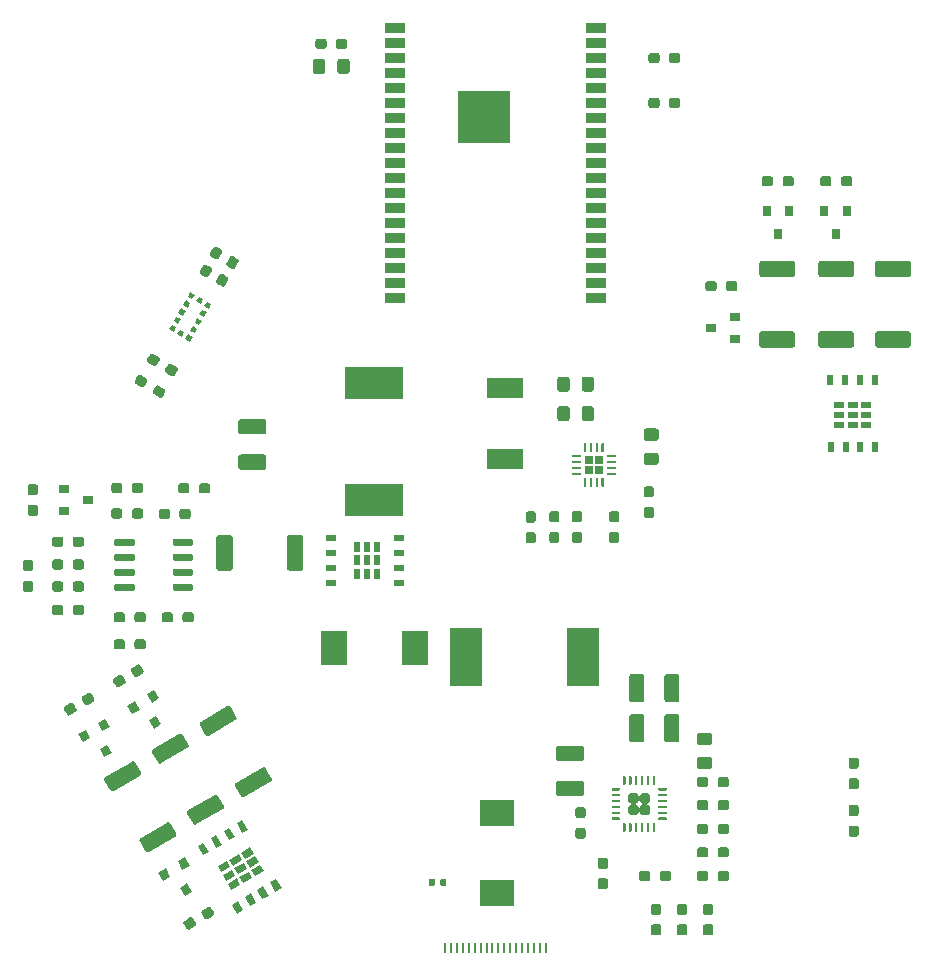
<source format=gtp>
G04 #@! TF.GenerationSoftware,KiCad,Pcbnew,(5.1.5)-3*
G04 #@! TF.CreationDate,2020-04-03T10:32:08+01:00*
G04 #@! TF.ProjectId,sync_module,73796e63-5f6d-46f6-9475-6c652e6b6963,rev?*
G04 #@! TF.SameCoordinates,Original*
G04 #@! TF.FileFunction,Paste,Top*
G04 #@! TF.FilePolarity,Positive*
%FSLAX46Y46*%
G04 Gerber Fmt 4.6, Leading zero omitted, Abs format (unit mm)*
G04 Created by KiCad (PCBNEW (5.1.5)-3) date 2020-04-03 10:32:08*
%MOMM*%
%LPD*%
G04 APERTURE LIST*
%ADD10C,0.100000*%
%ADD11R,0.270000X0.810000*%
%ADD12R,1.800000X0.810000*%
%ADD13R,4.500000X4.500000*%
%ADD14R,2.790000X4.950000*%
%ADD15R,0.720000X0.810000*%
%ADD16R,0.900000X0.600000*%
%ADD17R,0.600000X0.900000*%
%ADD18R,0.530000X0.935000*%
%ADD19R,0.810000X0.720000*%
%ADD20R,2.250000X2.970000*%
%ADD21R,2.970000X2.250000*%
%ADD22R,3.150000X1.800000*%
%ADD23R,4.950000X2.790000*%
%ADD24R,0.935000X0.530000*%
G04 APERTURE END LIST*
D10*
G36*
X7646753Y6272754D02*
G01*
X7652214Y6271944D01*
X7657569Y6270603D01*
X7662766Y6268743D01*
X7667756Y6266383D01*
X7672491Y6263545D01*
X7676925Y6260257D01*
X7681015Y6256550D01*
X7684722Y6252460D01*
X7688010Y6248026D01*
X7690848Y6243291D01*
X7693208Y6238301D01*
X7695068Y6233104D01*
X7696409Y6227749D01*
X7697219Y6222288D01*
X7697490Y6216775D01*
X7697490Y5586775D01*
X7697219Y5581262D01*
X7696409Y5575801D01*
X7695068Y5570446D01*
X7693208Y5565249D01*
X7690848Y5560259D01*
X7688010Y5555524D01*
X7684722Y5551090D01*
X7681015Y5547000D01*
X7676925Y5543293D01*
X7672491Y5540005D01*
X7667756Y5537167D01*
X7662766Y5534807D01*
X7657569Y5532947D01*
X7652214Y5531606D01*
X7646753Y5530796D01*
X7641240Y5530525D01*
X7528740Y5530525D01*
X7523227Y5530796D01*
X7517766Y5531606D01*
X7512411Y5532947D01*
X7507214Y5534807D01*
X7502224Y5537167D01*
X7497489Y5540005D01*
X7493055Y5543293D01*
X7488965Y5547000D01*
X7485258Y5551090D01*
X7481970Y5555524D01*
X7479132Y5560259D01*
X7476772Y5565249D01*
X7474912Y5570446D01*
X7473571Y5575801D01*
X7472761Y5581262D01*
X7472490Y5586775D01*
X7472490Y6216775D01*
X7472761Y6222288D01*
X7473571Y6227749D01*
X7474912Y6233104D01*
X7476772Y6238301D01*
X7479132Y6243291D01*
X7481970Y6248026D01*
X7485258Y6252460D01*
X7488965Y6256550D01*
X7493055Y6260257D01*
X7497489Y6263545D01*
X7502224Y6266383D01*
X7507214Y6268743D01*
X7512411Y6270603D01*
X7517766Y6271944D01*
X7523227Y6272754D01*
X7528740Y6273025D01*
X7641240Y6273025D01*
X7646753Y6272754D01*
G37*
G36*
X8146753Y6272754D02*
G01*
X8152214Y6271944D01*
X8157569Y6270603D01*
X8162766Y6268743D01*
X8167756Y6266383D01*
X8172491Y6263545D01*
X8176925Y6260257D01*
X8181015Y6256550D01*
X8184722Y6252460D01*
X8188010Y6248026D01*
X8190848Y6243291D01*
X8193208Y6238301D01*
X8195068Y6233104D01*
X8196409Y6227749D01*
X8197219Y6222288D01*
X8197490Y6216775D01*
X8197490Y5586775D01*
X8197219Y5581262D01*
X8196409Y5575801D01*
X8195068Y5570446D01*
X8193208Y5565249D01*
X8190848Y5560259D01*
X8188010Y5555524D01*
X8184722Y5551090D01*
X8181015Y5547000D01*
X8176925Y5543293D01*
X8172491Y5540005D01*
X8167756Y5537167D01*
X8162766Y5534807D01*
X8157569Y5532947D01*
X8152214Y5531606D01*
X8146753Y5530796D01*
X8141240Y5530525D01*
X8028740Y5530525D01*
X8023227Y5530796D01*
X8017766Y5531606D01*
X8012411Y5532947D01*
X8007214Y5534807D01*
X8002224Y5537167D01*
X7997489Y5540005D01*
X7993055Y5543293D01*
X7988965Y5547000D01*
X7985258Y5551090D01*
X7981970Y5555524D01*
X7979132Y5560259D01*
X7976772Y5565249D01*
X7974912Y5570446D01*
X7973571Y5575801D01*
X7972761Y5581262D01*
X7972490Y5586775D01*
X7972490Y6216775D01*
X7972761Y6222288D01*
X7973571Y6227749D01*
X7974912Y6233104D01*
X7976772Y6238301D01*
X7979132Y6243291D01*
X7981970Y6248026D01*
X7985258Y6252460D01*
X7988965Y6256550D01*
X7993055Y6260257D01*
X7997489Y6263545D01*
X8002224Y6266383D01*
X8007214Y6268743D01*
X8012411Y6270603D01*
X8017766Y6271944D01*
X8023227Y6272754D01*
X8028740Y6273025D01*
X8141240Y6273025D01*
X8146753Y6272754D01*
G37*
G36*
X8646753Y6272754D02*
G01*
X8652214Y6271944D01*
X8657569Y6270603D01*
X8662766Y6268743D01*
X8667756Y6266383D01*
X8672491Y6263545D01*
X8676925Y6260257D01*
X8681015Y6256550D01*
X8684722Y6252460D01*
X8688010Y6248026D01*
X8690848Y6243291D01*
X8693208Y6238301D01*
X8695068Y6233104D01*
X8696409Y6227749D01*
X8697219Y6222288D01*
X8697490Y6216775D01*
X8697490Y5586775D01*
X8697219Y5581262D01*
X8696409Y5575801D01*
X8695068Y5570446D01*
X8693208Y5565249D01*
X8690848Y5560259D01*
X8688010Y5555524D01*
X8684722Y5551090D01*
X8681015Y5547000D01*
X8676925Y5543293D01*
X8672491Y5540005D01*
X8667756Y5537167D01*
X8662766Y5534807D01*
X8657569Y5532947D01*
X8652214Y5531606D01*
X8646753Y5530796D01*
X8641240Y5530525D01*
X8528740Y5530525D01*
X8523227Y5530796D01*
X8517766Y5531606D01*
X8512411Y5532947D01*
X8507214Y5534807D01*
X8502224Y5537167D01*
X8497489Y5540005D01*
X8493055Y5543293D01*
X8488965Y5547000D01*
X8485258Y5551090D01*
X8481970Y5555524D01*
X8479132Y5560259D01*
X8476772Y5565249D01*
X8474912Y5570446D01*
X8473571Y5575801D01*
X8472761Y5581262D01*
X8472490Y5586775D01*
X8472490Y6216775D01*
X8472761Y6222288D01*
X8473571Y6227749D01*
X8474912Y6233104D01*
X8476772Y6238301D01*
X8479132Y6243291D01*
X8481970Y6248026D01*
X8485258Y6252460D01*
X8488965Y6256550D01*
X8493055Y6260257D01*
X8497489Y6263545D01*
X8502224Y6266383D01*
X8507214Y6268743D01*
X8512411Y6270603D01*
X8517766Y6271944D01*
X8523227Y6272754D01*
X8528740Y6273025D01*
X8641240Y6273025D01*
X8646753Y6272754D01*
G37*
G36*
X9146753Y6272754D02*
G01*
X9152214Y6271944D01*
X9157569Y6270603D01*
X9162766Y6268743D01*
X9167756Y6266383D01*
X9172491Y6263545D01*
X9176925Y6260257D01*
X9181015Y6256550D01*
X9184722Y6252460D01*
X9188010Y6248026D01*
X9190848Y6243291D01*
X9193208Y6238301D01*
X9195068Y6233104D01*
X9196409Y6227749D01*
X9197219Y6222288D01*
X9197490Y6216775D01*
X9197490Y5586775D01*
X9197219Y5581262D01*
X9196409Y5575801D01*
X9195068Y5570446D01*
X9193208Y5565249D01*
X9190848Y5560259D01*
X9188010Y5555524D01*
X9184722Y5551090D01*
X9181015Y5547000D01*
X9176925Y5543293D01*
X9172491Y5540005D01*
X9167756Y5537167D01*
X9162766Y5534807D01*
X9157569Y5532947D01*
X9152214Y5531606D01*
X9146753Y5530796D01*
X9141240Y5530525D01*
X9028740Y5530525D01*
X9023227Y5530796D01*
X9017766Y5531606D01*
X9012411Y5532947D01*
X9007214Y5534807D01*
X9002224Y5537167D01*
X8997489Y5540005D01*
X8993055Y5543293D01*
X8988965Y5547000D01*
X8985258Y5551090D01*
X8981970Y5555524D01*
X8979132Y5560259D01*
X8976772Y5565249D01*
X8974912Y5570446D01*
X8973571Y5575801D01*
X8972761Y5581262D01*
X8972490Y5586775D01*
X8972490Y6216775D01*
X8972761Y6222288D01*
X8973571Y6227749D01*
X8974912Y6233104D01*
X8976772Y6238301D01*
X8979132Y6243291D01*
X8981970Y6248026D01*
X8985258Y6252460D01*
X8988965Y6256550D01*
X8993055Y6260257D01*
X8997489Y6263545D01*
X9002224Y6266383D01*
X9007214Y6268743D01*
X9012411Y6270603D01*
X9017766Y6271944D01*
X9023227Y6272754D01*
X9028740Y6273025D01*
X9141240Y6273025D01*
X9146753Y6272754D01*
G37*
G36*
X10118003Y5301504D02*
G01*
X10123464Y5300694D01*
X10128819Y5299353D01*
X10134016Y5297493D01*
X10139006Y5295133D01*
X10143741Y5292295D01*
X10148175Y5289007D01*
X10152265Y5285300D01*
X10155972Y5281210D01*
X10159260Y5276776D01*
X10162098Y5272041D01*
X10164458Y5267051D01*
X10166318Y5261854D01*
X10167659Y5256499D01*
X10168469Y5251038D01*
X10168740Y5245525D01*
X10168740Y5133025D01*
X10168469Y5127512D01*
X10167659Y5122051D01*
X10166318Y5116696D01*
X10164458Y5111499D01*
X10162098Y5106509D01*
X10159260Y5101774D01*
X10155972Y5097340D01*
X10152265Y5093250D01*
X10148175Y5089543D01*
X10143741Y5086255D01*
X10139006Y5083417D01*
X10134016Y5081057D01*
X10128819Y5079197D01*
X10123464Y5077856D01*
X10118003Y5077046D01*
X10112490Y5076775D01*
X9482490Y5076775D01*
X9476977Y5077046D01*
X9471516Y5077856D01*
X9466161Y5079197D01*
X9460964Y5081057D01*
X9455974Y5083417D01*
X9451239Y5086255D01*
X9446805Y5089543D01*
X9442715Y5093250D01*
X9439008Y5097340D01*
X9435720Y5101774D01*
X9432882Y5106509D01*
X9430522Y5111499D01*
X9428662Y5116696D01*
X9427321Y5122051D01*
X9426511Y5127512D01*
X9426240Y5133025D01*
X9426240Y5245525D01*
X9426511Y5251038D01*
X9427321Y5256499D01*
X9428662Y5261854D01*
X9430522Y5267051D01*
X9432882Y5272041D01*
X9435720Y5276776D01*
X9439008Y5281210D01*
X9442715Y5285300D01*
X9446805Y5289007D01*
X9451239Y5292295D01*
X9455974Y5295133D01*
X9460964Y5297493D01*
X9466161Y5299353D01*
X9471516Y5300694D01*
X9476977Y5301504D01*
X9482490Y5301775D01*
X10112490Y5301775D01*
X10118003Y5301504D01*
G37*
G36*
X10118003Y4801504D02*
G01*
X10123464Y4800694D01*
X10128819Y4799353D01*
X10134016Y4797493D01*
X10139006Y4795133D01*
X10143741Y4792295D01*
X10148175Y4789007D01*
X10152265Y4785300D01*
X10155972Y4781210D01*
X10159260Y4776776D01*
X10162098Y4772041D01*
X10164458Y4767051D01*
X10166318Y4761854D01*
X10167659Y4756499D01*
X10168469Y4751038D01*
X10168740Y4745525D01*
X10168740Y4633025D01*
X10168469Y4627512D01*
X10167659Y4622051D01*
X10166318Y4616696D01*
X10164458Y4611499D01*
X10162098Y4606509D01*
X10159260Y4601774D01*
X10155972Y4597340D01*
X10152265Y4593250D01*
X10148175Y4589543D01*
X10143741Y4586255D01*
X10139006Y4583417D01*
X10134016Y4581057D01*
X10128819Y4579197D01*
X10123464Y4577856D01*
X10118003Y4577046D01*
X10112490Y4576775D01*
X9482490Y4576775D01*
X9476977Y4577046D01*
X9471516Y4577856D01*
X9466161Y4579197D01*
X9460964Y4581057D01*
X9455974Y4583417D01*
X9451239Y4586255D01*
X9446805Y4589543D01*
X9442715Y4593250D01*
X9439008Y4597340D01*
X9435720Y4601774D01*
X9432882Y4606509D01*
X9430522Y4611499D01*
X9428662Y4616696D01*
X9427321Y4622051D01*
X9426511Y4627512D01*
X9426240Y4633025D01*
X9426240Y4745525D01*
X9426511Y4751038D01*
X9427321Y4756499D01*
X9428662Y4761854D01*
X9430522Y4767051D01*
X9432882Y4772041D01*
X9435720Y4776776D01*
X9439008Y4781210D01*
X9442715Y4785300D01*
X9446805Y4789007D01*
X9451239Y4792295D01*
X9455974Y4795133D01*
X9460964Y4797493D01*
X9466161Y4799353D01*
X9471516Y4800694D01*
X9476977Y4801504D01*
X9482490Y4801775D01*
X10112490Y4801775D01*
X10118003Y4801504D01*
G37*
G36*
X10118003Y4301504D02*
G01*
X10123464Y4300694D01*
X10128819Y4299353D01*
X10134016Y4297493D01*
X10139006Y4295133D01*
X10143741Y4292295D01*
X10148175Y4289007D01*
X10152265Y4285300D01*
X10155972Y4281210D01*
X10159260Y4276776D01*
X10162098Y4272041D01*
X10164458Y4267051D01*
X10166318Y4261854D01*
X10167659Y4256499D01*
X10168469Y4251038D01*
X10168740Y4245525D01*
X10168740Y4133025D01*
X10168469Y4127512D01*
X10167659Y4122051D01*
X10166318Y4116696D01*
X10164458Y4111499D01*
X10162098Y4106509D01*
X10159260Y4101774D01*
X10155972Y4097340D01*
X10152265Y4093250D01*
X10148175Y4089543D01*
X10143741Y4086255D01*
X10139006Y4083417D01*
X10134016Y4081057D01*
X10128819Y4079197D01*
X10123464Y4077856D01*
X10118003Y4077046D01*
X10112490Y4076775D01*
X9482490Y4076775D01*
X9476977Y4077046D01*
X9471516Y4077856D01*
X9466161Y4079197D01*
X9460964Y4081057D01*
X9455974Y4083417D01*
X9451239Y4086255D01*
X9446805Y4089543D01*
X9442715Y4093250D01*
X9439008Y4097340D01*
X9435720Y4101774D01*
X9432882Y4106509D01*
X9430522Y4111499D01*
X9428662Y4116696D01*
X9427321Y4122051D01*
X9426511Y4127512D01*
X9426240Y4133025D01*
X9426240Y4245525D01*
X9426511Y4251038D01*
X9427321Y4256499D01*
X9428662Y4261854D01*
X9430522Y4267051D01*
X9432882Y4272041D01*
X9435720Y4276776D01*
X9439008Y4281210D01*
X9442715Y4285300D01*
X9446805Y4289007D01*
X9451239Y4292295D01*
X9455974Y4295133D01*
X9460964Y4297493D01*
X9466161Y4299353D01*
X9471516Y4300694D01*
X9476977Y4301504D01*
X9482490Y4301775D01*
X10112490Y4301775D01*
X10118003Y4301504D01*
G37*
G36*
X10118003Y3801504D02*
G01*
X10123464Y3800694D01*
X10128819Y3799353D01*
X10134016Y3797493D01*
X10139006Y3795133D01*
X10143741Y3792295D01*
X10148175Y3789007D01*
X10152265Y3785300D01*
X10155972Y3781210D01*
X10159260Y3776776D01*
X10162098Y3772041D01*
X10164458Y3767051D01*
X10166318Y3761854D01*
X10167659Y3756499D01*
X10168469Y3751038D01*
X10168740Y3745525D01*
X10168740Y3633025D01*
X10168469Y3627512D01*
X10167659Y3622051D01*
X10166318Y3616696D01*
X10164458Y3611499D01*
X10162098Y3606509D01*
X10159260Y3601774D01*
X10155972Y3597340D01*
X10152265Y3593250D01*
X10148175Y3589543D01*
X10143741Y3586255D01*
X10139006Y3583417D01*
X10134016Y3581057D01*
X10128819Y3579197D01*
X10123464Y3577856D01*
X10118003Y3577046D01*
X10112490Y3576775D01*
X9482490Y3576775D01*
X9476977Y3577046D01*
X9471516Y3577856D01*
X9466161Y3579197D01*
X9460964Y3581057D01*
X9455974Y3583417D01*
X9451239Y3586255D01*
X9446805Y3589543D01*
X9442715Y3593250D01*
X9439008Y3597340D01*
X9435720Y3601774D01*
X9432882Y3606509D01*
X9430522Y3611499D01*
X9428662Y3616696D01*
X9427321Y3622051D01*
X9426511Y3627512D01*
X9426240Y3633025D01*
X9426240Y3745525D01*
X9426511Y3751038D01*
X9427321Y3756499D01*
X9428662Y3761854D01*
X9430522Y3767051D01*
X9432882Y3772041D01*
X9435720Y3776776D01*
X9439008Y3781210D01*
X9442715Y3785300D01*
X9446805Y3789007D01*
X9451239Y3792295D01*
X9455974Y3795133D01*
X9460964Y3797493D01*
X9466161Y3799353D01*
X9471516Y3800694D01*
X9476977Y3801504D01*
X9482490Y3801775D01*
X10112490Y3801775D01*
X10118003Y3801504D01*
G37*
G36*
X9146753Y3347754D02*
G01*
X9152214Y3346944D01*
X9157569Y3345603D01*
X9162766Y3343743D01*
X9167756Y3341383D01*
X9172491Y3338545D01*
X9176925Y3335257D01*
X9181015Y3331550D01*
X9184722Y3327460D01*
X9188010Y3323026D01*
X9190848Y3318291D01*
X9193208Y3313301D01*
X9195068Y3308104D01*
X9196409Y3302749D01*
X9197219Y3297288D01*
X9197490Y3291775D01*
X9197490Y2661775D01*
X9197219Y2656262D01*
X9196409Y2650801D01*
X9195068Y2645446D01*
X9193208Y2640249D01*
X9190848Y2635259D01*
X9188010Y2630524D01*
X9184722Y2626090D01*
X9181015Y2622000D01*
X9176925Y2618293D01*
X9172491Y2615005D01*
X9167756Y2612167D01*
X9162766Y2609807D01*
X9157569Y2607947D01*
X9152214Y2606606D01*
X9146753Y2605796D01*
X9141240Y2605525D01*
X9028740Y2605525D01*
X9023227Y2605796D01*
X9017766Y2606606D01*
X9012411Y2607947D01*
X9007214Y2609807D01*
X9002224Y2612167D01*
X8997489Y2615005D01*
X8993055Y2618293D01*
X8988965Y2622000D01*
X8985258Y2626090D01*
X8981970Y2630524D01*
X8979132Y2635259D01*
X8976772Y2640249D01*
X8974912Y2645446D01*
X8973571Y2650801D01*
X8972761Y2656262D01*
X8972490Y2661775D01*
X8972490Y3291775D01*
X8972761Y3297288D01*
X8973571Y3302749D01*
X8974912Y3308104D01*
X8976772Y3313301D01*
X8979132Y3318291D01*
X8981970Y3323026D01*
X8985258Y3327460D01*
X8988965Y3331550D01*
X8993055Y3335257D01*
X8997489Y3338545D01*
X9002224Y3341383D01*
X9007214Y3343743D01*
X9012411Y3345603D01*
X9017766Y3346944D01*
X9023227Y3347754D01*
X9028740Y3348025D01*
X9141240Y3348025D01*
X9146753Y3347754D01*
G37*
G36*
X8646753Y3347754D02*
G01*
X8652214Y3346944D01*
X8657569Y3345603D01*
X8662766Y3343743D01*
X8667756Y3341383D01*
X8672491Y3338545D01*
X8676925Y3335257D01*
X8681015Y3331550D01*
X8684722Y3327460D01*
X8688010Y3323026D01*
X8690848Y3318291D01*
X8693208Y3313301D01*
X8695068Y3308104D01*
X8696409Y3302749D01*
X8697219Y3297288D01*
X8697490Y3291775D01*
X8697490Y2661775D01*
X8697219Y2656262D01*
X8696409Y2650801D01*
X8695068Y2645446D01*
X8693208Y2640249D01*
X8690848Y2635259D01*
X8688010Y2630524D01*
X8684722Y2626090D01*
X8681015Y2622000D01*
X8676925Y2618293D01*
X8672491Y2615005D01*
X8667756Y2612167D01*
X8662766Y2609807D01*
X8657569Y2607947D01*
X8652214Y2606606D01*
X8646753Y2605796D01*
X8641240Y2605525D01*
X8528740Y2605525D01*
X8523227Y2605796D01*
X8517766Y2606606D01*
X8512411Y2607947D01*
X8507214Y2609807D01*
X8502224Y2612167D01*
X8497489Y2615005D01*
X8493055Y2618293D01*
X8488965Y2622000D01*
X8485258Y2626090D01*
X8481970Y2630524D01*
X8479132Y2635259D01*
X8476772Y2640249D01*
X8474912Y2645446D01*
X8473571Y2650801D01*
X8472761Y2656262D01*
X8472490Y2661775D01*
X8472490Y3291775D01*
X8472761Y3297288D01*
X8473571Y3302749D01*
X8474912Y3308104D01*
X8476772Y3313301D01*
X8479132Y3318291D01*
X8481970Y3323026D01*
X8485258Y3327460D01*
X8488965Y3331550D01*
X8493055Y3335257D01*
X8497489Y3338545D01*
X8502224Y3341383D01*
X8507214Y3343743D01*
X8512411Y3345603D01*
X8517766Y3346944D01*
X8523227Y3347754D01*
X8528740Y3348025D01*
X8641240Y3348025D01*
X8646753Y3347754D01*
G37*
G36*
X8146753Y3347754D02*
G01*
X8152214Y3346944D01*
X8157569Y3345603D01*
X8162766Y3343743D01*
X8167756Y3341383D01*
X8172491Y3338545D01*
X8176925Y3335257D01*
X8181015Y3331550D01*
X8184722Y3327460D01*
X8188010Y3323026D01*
X8190848Y3318291D01*
X8193208Y3313301D01*
X8195068Y3308104D01*
X8196409Y3302749D01*
X8197219Y3297288D01*
X8197490Y3291775D01*
X8197490Y2661775D01*
X8197219Y2656262D01*
X8196409Y2650801D01*
X8195068Y2645446D01*
X8193208Y2640249D01*
X8190848Y2635259D01*
X8188010Y2630524D01*
X8184722Y2626090D01*
X8181015Y2622000D01*
X8176925Y2618293D01*
X8172491Y2615005D01*
X8167756Y2612167D01*
X8162766Y2609807D01*
X8157569Y2607947D01*
X8152214Y2606606D01*
X8146753Y2605796D01*
X8141240Y2605525D01*
X8028740Y2605525D01*
X8023227Y2605796D01*
X8017766Y2606606D01*
X8012411Y2607947D01*
X8007214Y2609807D01*
X8002224Y2612167D01*
X7997489Y2615005D01*
X7993055Y2618293D01*
X7988965Y2622000D01*
X7985258Y2626090D01*
X7981970Y2630524D01*
X7979132Y2635259D01*
X7976772Y2640249D01*
X7974912Y2645446D01*
X7973571Y2650801D01*
X7972761Y2656262D01*
X7972490Y2661775D01*
X7972490Y3291775D01*
X7972761Y3297288D01*
X7973571Y3302749D01*
X7974912Y3308104D01*
X7976772Y3313301D01*
X7979132Y3318291D01*
X7981970Y3323026D01*
X7985258Y3327460D01*
X7988965Y3331550D01*
X7993055Y3335257D01*
X7997489Y3338545D01*
X8002224Y3341383D01*
X8007214Y3343743D01*
X8012411Y3345603D01*
X8017766Y3346944D01*
X8023227Y3347754D01*
X8028740Y3348025D01*
X8141240Y3348025D01*
X8146753Y3347754D01*
G37*
G36*
X7646753Y3347754D02*
G01*
X7652214Y3346944D01*
X7657569Y3345603D01*
X7662766Y3343743D01*
X7667756Y3341383D01*
X7672491Y3338545D01*
X7676925Y3335257D01*
X7681015Y3331550D01*
X7684722Y3327460D01*
X7688010Y3323026D01*
X7690848Y3318291D01*
X7693208Y3313301D01*
X7695068Y3308104D01*
X7696409Y3302749D01*
X7697219Y3297288D01*
X7697490Y3291775D01*
X7697490Y2661775D01*
X7697219Y2656262D01*
X7696409Y2650801D01*
X7695068Y2645446D01*
X7693208Y2640249D01*
X7690848Y2635259D01*
X7688010Y2630524D01*
X7684722Y2626090D01*
X7681015Y2622000D01*
X7676925Y2618293D01*
X7672491Y2615005D01*
X7667756Y2612167D01*
X7662766Y2609807D01*
X7657569Y2607947D01*
X7652214Y2606606D01*
X7646753Y2605796D01*
X7641240Y2605525D01*
X7528740Y2605525D01*
X7523227Y2605796D01*
X7517766Y2606606D01*
X7512411Y2607947D01*
X7507214Y2609807D01*
X7502224Y2612167D01*
X7497489Y2615005D01*
X7493055Y2618293D01*
X7488965Y2622000D01*
X7485258Y2626090D01*
X7481970Y2630524D01*
X7479132Y2635259D01*
X7476772Y2640249D01*
X7474912Y2645446D01*
X7473571Y2650801D01*
X7472761Y2656262D01*
X7472490Y2661775D01*
X7472490Y3291775D01*
X7472761Y3297288D01*
X7473571Y3302749D01*
X7474912Y3308104D01*
X7476772Y3313301D01*
X7479132Y3318291D01*
X7481970Y3323026D01*
X7485258Y3327460D01*
X7488965Y3331550D01*
X7493055Y3335257D01*
X7497489Y3338545D01*
X7502224Y3341383D01*
X7507214Y3343743D01*
X7512411Y3345603D01*
X7517766Y3346944D01*
X7523227Y3347754D01*
X7528740Y3348025D01*
X7641240Y3348025D01*
X7646753Y3347754D01*
G37*
G36*
X7193003Y3801504D02*
G01*
X7198464Y3800694D01*
X7203819Y3799353D01*
X7209016Y3797493D01*
X7214006Y3795133D01*
X7218741Y3792295D01*
X7223175Y3789007D01*
X7227265Y3785300D01*
X7230972Y3781210D01*
X7234260Y3776776D01*
X7237098Y3772041D01*
X7239458Y3767051D01*
X7241318Y3761854D01*
X7242659Y3756499D01*
X7243469Y3751038D01*
X7243740Y3745525D01*
X7243740Y3633025D01*
X7243469Y3627512D01*
X7242659Y3622051D01*
X7241318Y3616696D01*
X7239458Y3611499D01*
X7237098Y3606509D01*
X7234260Y3601774D01*
X7230972Y3597340D01*
X7227265Y3593250D01*
X7223175Y3589543D01*
X7218741Y3586255D01*
X7214006Y3583417D01*
X7209016Y3581057D01*
X7203819Y3579197D01*
X7198464Y3577856D01*
X7193003Y3577046D01*
X7187490Y3576775D01*
X6557490Y3576775D01*
X6551977Y3577046D01*
X6546516Y3577856D01*
X6541161Y3579197D01*
X6535964Y3581057D01*
X6530974Y3583417D01*
X6526239Y3586255D01*
X6521805Y3589543D01*
X6517715Y3593250D01*
X6514008Y3597340D01*
X6510720Y3601774D01*
X6507882Y3606509D01*
X6505522Y3611499D01*
X6503662Y3616696D01*
X6502321Y3622051D01*
X6501511Y3627512D01*
X6501240Y3633025D01*
X6501240Y3745525D01*
X6501511Y3751038D01*
X6502321Y3756499D01*
X6503662Y3761854D01*
X6505522Y3767051D01*
X6507882Y3772041D01*
X6510720Y3776776D01*
X6514008Y3781210D01*
X6517715Y3785300D01*
X6521805Y3789007D01*
X6526239Y3792295D01*
X6530974Y3795133D01*
X6535964Y3797493D01*
X6541161Y3799353D01*
X6546516Y3800694D01*
X6551977Y3801504D01*
X6557490Y3801775D01*
X7187490Y3801775D01*
X7193003Y3801504D01*
G37*
G36*
X7193003Y4301504D02*
G01*
X7198464Y4300694D01*
X7203819Y4299353D01*
X7209016Y4297493D01*
X7214006Y4295133D01*
X7218741Y4292295D01*
X7223175Y4289007D01*
X7227265Y4285300D01*
X7230972Y4281210D01*
X7234260Y4276776D01*
X7237098Y4272041D01*
X7239458Y4267051D01*
X7241318Y4261854D01*
X7242659Y4256499D01*
X7243469Y4251038D01*
X7243740Y4245525D01*
X7243740Y4133025D01*
X7243469Y4127512D01*
X7242659Y4122051D01*
X7241318Y4116696D01*
X7239458Y4111499D01*
X7237098Y4106509D01*
X7234260Y4101774D01*
X7230972Y4097340D01*
X7227265Y4093250D01*
X7223175Y4089543D01*
X7218741Y4086255D01*
X7214006Y4083417D01*
X7209016Y4081057D01*
X7203819Y4079197D01*
X7198464Y4077856D01*
X7193003Y4077046D01*
X7187490Y4076775D01*
X6557490Y4076775D01*
X6551977Y4077046D01*
X6546516Y4077856D01*
X6541161Y4079197D01*
X6535964Y4081057D01*
X6530974Y4083417D01*
X6526239Y4086255D01*
X6521805Y4089543D01*
X6517715Y4093250D01*
X6514008Y4097340D01*
X6510720Y4101774D01*
X6507882Y4106509D01*
X6505522Y4111499D01*
X6503662Y4116696D01*
X6502321Y4122051D01*
X6501511Y4127512D01*
X6501240Y4133025D01*
X6501240Y4245525D01*
X6501511Y4251038D01*
X6502321Y4256499D01*
X6503662Y4261854D01*
X6505522Y4267051D01*
X6507882Y4272041D01*
X6510720Y4276776D01*
X6514008Y4281210D01*
X6517715Y4285300D01*
X6521805Y4289007D01*
X6526239Y4292295D01*
X6530974Y4295133D01*
X6535964Y4297493D01*
X6541161Y4299353D01*
X6546516Y4300694D01*
X6551977Y4301504D01*
X6557490Y4301775D01*
X7187490Y4301775D01*
X7193003Y4301504D01*
G37*
G36*
X7193003Y4801504D02*
G01*
X7198464Y4800694D01*
X7203819Y4799353D01*
X7209016Y4797493D01*
X7214006Y4795133D01*
X7218741Y4792295D01*
X7223175Y4789007D01*
X7227265Y4785300D01*
X7230972Y4781210D01*
X7234260Y4776776D01*
X7237098Y4772041D01*
X7239458Y4767051D01*
X7241318Y4761854D01*
X7242659Y4756499D01*
X7243469Y4751038D01*
X7243740Y4745525D01*
X7243740Y4633025D01*
X7243469Y4627512D01*
X7242659Y4622051D01*
X7241318Y4616696D01*
X7239458Y4611499D01*
X7237098Y4606509D01*
X7234260Y4601774D01*
X7230972Y4597340D01*
X7227265Y4593250D01*
X7223175Y4589543D01*
X7218741Y4586255D01*
X7214006Y4583417D01*
X7209016Y4581057D01*
X7203819Y4579197D01*
X7198464Y4577856D01*
X7193003Y4577046D01*
X7187490Y4576775D01*
X6557490Y4576775D01*
X6551977Y4577046D01*
X6546516Y4577856D01*
X6541161Y4579197D01*
X6535964Y4581057D01*
X6530974Y4583417D01*
X6526239Y4586255D01*
X6521805Y4589543D01*
X6517715Y4593250D01*
X6514008Y4597340D01*
X6510720Y4601774D01*
X6507882Y4606509D01*
X6505522Y4611499D01*
X6503662Y4616696D01*
X6502321Y4622051D01*
X6501511Y4627512D01*
X6501240Y4633025D01*
X6501240Y4745525D01*
X6501511Y4751038D01*
X6502321Y4756499D01*
X6503662Y4761854D01*
X6505522Y4767051D01*
X6507882Y4772041D01*
X6510720Y4776776D01*
X6514008Y4781210D01*
X6517715Y4785300D01*
X6521805Y4789007D01*
X6526239Y4792295D01*
X6530974Y4795133D01*
X6535964Y4797493D01*
X6541161Y4799353D01*
X6546516Y4800694D01*
X6551977Y4801504D01*
X6557490Y4801775D01*
X7187490Y4801775D01*
X7193003Y4801504D01*
G37*
G36*
X7193003Y5301504D02*
G01*
X7198464Y5300694D01*
X7203819Y5299353D01*
X7209016Y5297493D01*
X7214006Y5295133D01*
X7218741Y5292295D01*
X7223175Y5289007D01*
X7227265Y5285300D01*
X7230972Y5281210D01*
X7234260Y5276776D01*
X7237098Y5272041D01*
X7239458Y5267051D01*
X7241318Y5261854D01*
X7242659Y5256499D01*
X7243469Y5251038D01*
X7243740Y5245525D01*
X7243740Y5133025D01*
X7243469Y5127512D01*
X7242659Y5122051D01*
X7241318Y5116696D01*
X7239458Y5111499D01*
X7237098Y5106509D01*
X7234260Y5101774D01*
X7230972Y5097340D01*
X7227265Y5093250D01*
X7223175Y5089543D01*
X7218741Y5086255D01*
X7214006Y5083417D01*
X7209016Y5081057D01*
X7203819Y5079197D01*
X7198464Y5077856D01*
X7193003Y5077046D01*
X7187490Y5076775D01*
X6557490Y5076775D01*
X6551977Y5077046D01*
X6546516Y5077856D01*
X6541161Y5079197D01*
X6535964Y5081057D01*
X6530974Y5083417D01*
X6526239Y5086255D01*
X6521805Y5089543D01*
X6517715Y5093250D01*
X6514008Y5097340D01*
X6510720Y5101774D01*
X6507882Y5106509D01*
X6505522Y5111499D01*
X6503662Y5116696D01*
X6502321Y5122051D01*
X6501511Y5127512D01*
X6501240Y5133025D01*
X6501240Y5245525D01*
X6501511Y5251038D01*
X6502321Y5256499D01*
X6503662Y5261854D01*
X6505522Y5267051D01*
X6507882Y5272041D01*
X6510720Y5276776D01*
X6514008Y5281210D01*
X6517715Y5285300D01*
X6521805Y5289007D01*
X6526239Y5292295D01*
X6530974Y5295133D01*
X6535964Y5297493D01*
X6541161Y5299353D01*
X6546516Y5300694D01*
X6551977Y5301504D01*
X6557490Y5301775D01*
X7187490Y5301775D01*
X7193003Y5301504D01*
G37*
G36*
X8955378Y4383396D02*
G01*
X8973094Y4380768D01*
X8990467Y4376417D01*
X9007330Y4370383D01*
X9023520Y4362726D01*
X9038882Y4353518D01*
X9053267Y4342849D01*
X9066537Y4330822D01*
X9078564Y4317552D01*
X9089233Y4303167D01*
X9098441Y4287805D01*
X9106098Y4271615D01*
X9112132Y4254752D01*
X9116483Y4237379D01*
X9119111Y4219663D01*
X9119990Y4201775D01*
X9119990Y3836775D01*
X9119111Y3818887D01*
X9116483Y3801171D01*
X9112132Y3783798D01*
X9106098Y3766935D01*
X9098441Y3750745D01*
X9089233Y3735383D01*
X9078564Y3720998D01*
X9066537Y3707728D01*
X9053267Y3695701D01*
X9038882Y3685032D01*
X9023520Y3675824D01*
X9007330Y3668167D01*
X8990467Y3662133D01*
X8973094Y3657782D01*
X8955378Y3655154D01*
X8937490Y3654275D01*
X8572490Y3654275D01*
X8554602Y3655154D01*
X8536886Y3657782D01*
X8519513Y3662133D01*
X8502650Y3668167D01*
X8486460Y3675824D01*
X8471098Y3685032D01*
X8456713Y3695701D01*
X8443443Y3707728D01*
X8431416Y3720998D01*
X8420747Y3735383D01*
X8411539Y3750745D01*
X8403882Y3766935D01*
X8397848Y3783798D01*
X8393497Y3801171D01*
X8390869Y3818887D01*
X8389990Y3836775D01*
X8389990Y4201775D01*
X8390869Y4219663D01*
X8393497Y4237379D01*
X8397848Y4254752D01*
X8403882Y4271615D01*
X8411539Y4287805D01*
X8420747Y4303167D01*
X8431416Y4317552D01*
X8443443Y4330822D01*
X8456713Y4342849D01*
X8471098Y4353518D01*
X8486460Y4362726D01*
X8502650Y4370383D01*
X8519513Y4376417D01*
X8536886Y4380768D01*
X8554602Y4383396D01*
X8572490Y4384275D01*
X8937490Y4384275D01*
X8955378Y4383396D01*
G37*
G36*
X8955378Y5223396D02*
G01*
X8973094Y5220768D01*
X8990467Y5216417D01*
X9007330Y5210383D01*
X9023520Y5202726D01*
X9038882Y5193518D01*
X9053267Y5182849D01*
X9066537Y5170822D01*
X9078564Y5157552D01*
X9089233Y5143167D01*
X9098441Y5127805D01*
X9106098Y5111615D01*
X9112132Y5094752D01*
X9116483Y5077379D01*
X9119111Y5059663D01*
X9119990Y5041775D01*
X9119990Y4676775D01*
X9119111Y4658887D01*
X9116483Y4641171D01*
X9112132Y4623798D01*
X9106098Y4606935D01*
X9098441Y4590745D01*
X9089233Y4575383D01*
X9078564Y4560998D01*
X9066537Y4547728D01*
X9053267Y4535701D01*
X9038882Y4525032D01*
X9023520Y4515824D01*
X9007330Y4508167D01*
X8990467Y4502133D01*
X8973094Y4497782D01*
X8955378Y4495154D01*
X8937490Y4494275D01*
X8572490Y4494275D01*
X8554602Y4495154D01*
X8536886Y4497782D01*
X8519513Y4502133D01*
X8502650Y4508167D01*
X8486460Y4515824D01*
X8471098Y4525032D01*
X8456713Y4535701D01*
X8443443Y4547728D01*
X8431416Y4560998D01*
X8420747Y4575383D01*
X8411539Y4590745D01*
X8403882Y4606935D01*
X8397848Y4623798D01*
X8393497Y4641171D01*
X8390869Y4658887D01*
X8389990Y4676775D01*
X8389990Y5041775D01*
X8390869Y5059663D01*
X8393497Y5077379D01*
X8397848Y5094752D01*
X8403882Y5111615D01*
X8411539Y5127805D01*
X8420747Y5143167D01*
X8431416Y5157552D01*
X8443443Y5170822D01*
X8456713Y5182849D01*
X8471098Y5193518D01*
X8486460Y5202726D01*
X8502650Y5210383D01*
X8519513Y5216417D01*
X8536886Y5220768D01*
X8554602Y5223396D01*
X8572490Y5224275D01*
X8937490Y5224275D01*
X8955378Y5223396D01*
G37*
G36*
X8115378Y4383396D02*
G01*
X8133094Y4380768D01*
X8150467Y4376417D01*
X8167330Y4370383D01*
X8183520Y4362726D01*
X8198882Y4353518D01*
X8213267Y4342849D01*
X8226537Y4330822D01*
X8238564Y4317552D01*
X8249233Y4303167D01*
X8258441Y4287805D01*
X8266098Y4271615D01*
X8272132Y4254752D01*
X8276483Y4237379D01*
X8279111Y4219663D01*
X8279990Y4201775D01*
X8279990Y3836775D01*
X8279111Y3818887D01*
X8276483Y3801171D01*
X8272132Y3783798D01*
X8266098Y3766935D01*
X8258441Y3750745D01*
X8249233Y3735383D01*
X8238564Y3720998D01*
X8226537Y3707728D01*
X8213267Y3695701D01*
X8198882Y3685032D01*
X8183520Y3675824D01*
X8167330Y3668167D01*
X8150467Y3662133D01*
X8133094Y3657782D01*
X8115378Y3655154D01*
X8097490Y3654275D01*
X7732490Y3654275D01*
X7714602Y3655154D01*
X7696886Y3657782D01*
X7679513Y3662133D01*
X7662650Y3668167D01*
X7646460Y3675824D01*
X7631098Y3685032D01*
X7616713Y3695701D01*
X7603443Y3707728D01*
X7591416Y3720998D01*
X7580747Y3735383D01*
X7571539Y3750745D01*
X7563882Y3766935D01*
X7557848Y3783798D01*
X7553497Y3801171D01*
X7550869Y3818887D01*
X7549990Y3836775D01*
X7549990Y4201775D01*
X7550869Y4219663D01*
X7553497Y4237379D01*
X7557848Y4254752D01*
X7563882Y4271615D01*
X7571539Y4287805D01*
X7580747Y4303167D01*
X7591416Y4317552D01*
X7603443Y4330822D01*
X7616713Y4342849D01*
X7631098Y4353518D01*
X7646460Y4362726D01*
X7662650Y4370383D01*
X7679513Y4376417D01*
X7696886Y4380768D01*
X7714602Y4383396D01*
X7732490Y4384275D01*
X8097490Y4384275D01*
X8115378Y4383396D01*
G37*
G36*
X8115378Y5223396D02*
G01*
X8133094Y5220768D01*
X8150467Y5216417D01*
X8167330Y5210383D01*
X8183520Y5202726D01*
X8198882Y5193518D01*
X8213267Y5182849D01*
X8226537Y5170822D01*
X8238564Y5157552D01*
X8249233Y5143167D01*
X8258441Y5127805D01*
X8266098Y5111615D01*
X8272132Y5094752D01*
X8276483Y5077379D01*
X8279111Y5059663D01*
X8279990Y5041775D01*
X8279990Y4676775D01*
X8279111Y4658887D01*
X8276483Y4641171D01*
X8272132Y4623798D01*
X8266098Y4606935D01*
X8258441Y4590745D01*
X8249233Y4575383D01*
X8238564Y4560998D01*
X8226537Y4547728D01*
X8213267Y4535701D01*
X8198882Y4525032D01*
X8183520Y4515824D01*
X8167330Y4508167D01*
X8150467Y4502133D01*
X8133094Y4497782D01*
X8115378Y4495154D01*
X8097490Y4494275D01*
X7732490Y4494275D01*
X7714602Y4495154D01*
X7696886Y4497782D01*
X7679513Y4502133D01*
X7662650Y4508167D01*
X7646460Y4515824D01*
X7631098Y4525032D01*
X7616713Y4535701D01*
X7603443Y4547728D01*
X7591416Y4560998D01*
X7580747Y4575383D01*
X7571539Y4590745D01*
X7563882Y4606935D01*
X7557848Y4623798D01*
X7553497Y4641171D01*
X7550869Y4658887D01*
X7549990Y4676775D01*
X7549990Y5041775D01*
X7550869Y5059663D01*
X7553497Y5077379D01*
X7557848Y5094752D01*
X7563882Y5111615D01*
X7571539Y5127805D01*
X7580747Y5143167D01*
X7591416Y5157552D01*
X7603443Y5170822D01*
X7616713Y5182849D01*
X7631098Y5193518D01*
X7646460Y5202726D01*
X7662650Y5210383D01*
X7679513Y5216417D01*
X7696886Y5220768D01*
X7714602Y5223396D01*
X7732490Y5224275D01*
X8097490Y5224275D01*
X8115378Y5223396D01*
G37*
G36*
X10470413Y-25400450D02*
G01*
X10475874Y-25401260D01*
X10481229Y-25402601D01*
X10486426Y-25404461D01*
X10491416Y-25406821D01*
X10496151Y-25409659D01*
X10500585Y-25412947D01*
X10504675Y-25416654D01*
X10508382Y-25420744D01*
X10511670Y-25425178D01*
X10514508Y-25429913D01*
X10516868Y-25434903D01*
X10518728Y-25440100D01*
X10520069Y-25445455D01*
X10520879Y-25450916D01*
X10521150Y-25456429D01*
X10521150Y-25568929D01*
X10520879Y-25574442D01*
X10520069Y-25579903D01*
X10518728Y-25585258D01*
X10516868Y-25590455D01*
X10514508Y-25595445D01*
X10511670Y-25600180D01*
X10508382Y-25604614D01*
X10504675Y-25608704D01*
X10500585Y-25612411D01*
X10496151Y-25615699D01*
X10491416Y-25618537D01*
X10486426Y-25620897D01*
X10481229Y-25622757D01*
X10475874Y-25624098D01*
X10470413Y-25624908D01*
X10464900Y-25625179D01*
X9879900Y-25625179D01*
X9874387Y-25624908D01*
X9868926Y-25624098D01*
X9863571Y-25622757D01*
X9858374Y-25620897D01*
X9853384Y-25618537D01*
X9848649Y-25615699D01*
X9844215Y-25612411D01*
X9840125Y-25608704D01*
X9836418Y-25604614D01*
X9833130Y-25600180D01*
X9830292Y-25595445D01*
X9827932Y-25590455D01*
X9826072Y-25585258D01*
X9824731Y-25579903D01*
X9823921Y-25574442D01*
X9823650Y-25568929D01*
X9823650Y-25456429D01*
X9823921Y-25450916D01*
X9824731Y-25445455D01*
X9826072Y-25440100D01*
X9827932Y-25434903D01*
X9830292Y-25429913D01*
X9833130Y-25425178D01*
X9836418Y-25420744D01*
X9840125Y-25416654D01*
X9844215Y-25412947D01*
X9848649Y-25409659D01*
X9853384Y-25406821D01*
X9858374Y-25404461D01*
X9863571Y-25402601D01*
X9868926Y-25401260D01*
X9874387Y-25400450D01*
X9879900Y-25400179D01*
X10464900Y-25400179D01*
X10470413Y-25400450D01*
G37*
G36*
X10470413Y-24900450D02*
G01*
X10475874Y-24901260D01*
X10481229Y-24902601D01*
X10486426Y-24904461D01*
X10491416Y-24906821D01*
X10496151Y-24909659D01*
X10500585Y-24912947D01*
X10504675Y-24916654D01*
X10508382Y-24920744D01*
X10511670Y-24925178D01*
X10514508Y-24929913D01*
X10516868Y-24934903D01*
X10518728Y-24940100D01*
X10520069Y-24945455D01*
X10520879Y-24950916D01*
X10521150Y-24956429D01*
X10521150Y-25068929D01*
X10520879Y-25074442D01*
X10520069Y-25079903D01*
X10518728Y-25085258D01*
X10516868Y-25090455D01*
X10514508Y-25095445D01*
X10511670Y-25100180D01*
X10508382Y-25104614D01*
X10504675Y-25108704D01*
X10500585Y-25112411D01*
X10496151Y-25115699D01*
X10491416Y-25118537D01*
X10486426Y-25120897D01*
X10481229Y-25122757D01*
X10475874Y-25124098D01*
X10470413Y-25124908D01*
X10464900Y-25125179D01*
X9879900Y-25125179D01*
X9874387Y-25124908D01*
X9868926Y-25124098D01*
X9863571Y-25122757D01*
X9858374Y-25120897D01*
X9853384Y-25118537D01*
X9848649Y-25115699D01*
X9844215Y-25112411D01*
X9840125Y-25108704D01*
X9836418Y-25104614D01*
X9833130Y-25100180D01*
X9830292Y-25095445D01*
X9827932Y-25090455D01*
X9826072Y-25085258D01*
X9824731Y-25079903D01*
X9823921Y-25074442D01*
X9823650Y-25068929D01*
X9823650Y-24956429D01*
X9823921Y-24950916D01*
X9824731Y-24945455D01*
X9826072Y-24940100D01*
X9827932Y-24934903D01*
X9830292Y-24929913D01*
X9833130Y-24925178D01*
X9836418Y-24920744D01*
X9840125Y-24916654D01*
X9844215Y-24912947D01*
X9848649Y-24909659D01*
X9853384Y-24906821D01*
X9858374Y-24904461D01*
X9863571Y-24902601D01*
X9868926Y-24901260D01*
X9874387Y-24900450D01*
X9879900Y-24900179D01*
X10464900Y-24900179D01*
X10470413Y-24900450D01*
G37*
G36*
X10470413Y-24400450D02*
G01*
X10475874Y-24401260D01*
X10481229Y-24402601D01*
X10486426Y-24404461D01*
X10491416Y-24406821D01*
X10496151Y-24409659D01*
X10500585Y-24412947D01*
X10504675Y-24416654D01*
X10508382Y-24420744D01*
X10511670Y-24425178D01*
X10514508Y-24429913D01*
X10516868Y-24434903D01*
X10518728Y-24440100D01*
X10520069Y-24445455D01*
X10520879Y-24450916D01*
X10521150Y-24456429D01*
X10521150Y-24568929D01*
X10520879Y-24574442D01*
X10520069Y-24579903D01*
X10518728Y-24585258D01*
X10516868Y-24590455D01*
X10514508Y-24595445D01*
X10511670Y-24600180D01*
X10508382Y-24604614D01*
X10504675Y-24608704D01*
X10500585Y-24612411D01*
X10496151Y-24615699D01*
X10491416Y-24618537D01*
X10486426Y-24620897D01*
X10481229Y-24622757D01*
X10475874Y-24624098D01*
X10470413Y-24624908D01*
X10464900Y-24625179D01*
X9879900Y-24625179D01*
X9874387Y-24624908D01*
X9868926Y-24624098D01*
X9863571Y-24622757D01*
X9858374Y-24620897D01*
X9853384Y-24618537D01*
X9848649Y-24615699D01*
X9844215Y-24612411D01*
X9840125Y-24608704D01*
X9836418Y-24604614D01*
X9833130Y-24600180D01*
X9830292Y-24595445D01*
X9827932Y-24590455D01*
X9826072Y-24585258D01*
X9824731Y-24579903D01*
X9823921Y-24574442D01*
X9823650Y-24568929D01*
X9823650Y-24456429D01*
X9823921Y-24450916D01*
X9824731Y-24445455D01*
X9826072Y-24440100D01*
X9827932Y-24434903D01*
X9830292Y-24429913D01*
X9833130Y-24425178D01*
X9836418Y-24420744D01*
X9840125Y-24416654D01*
X9844215Y-24412947D01*
X9848649Y-24409659D01*
X9853384Y-24406821D01*
X9858374Y-24404461D01*
X9863571Y-24402601D01*
X9868926Y-24401260D01*
X9874387Y-24400450D01*
X9879900Y-24400179D01*
X10464900Y-24400179D01*
X10470413Y-24400450D01*
G37*
G36*
X10470413Y-23900450D02*
G01*
X10475874Y-23901260D01*
X10481229Y-23902601D01*
X10486426Y-23904461D01*
X10491416Y-23906821D01*
X10496151Y-23909659D01*
X10500585Y-23912947D01*
X10504675Y-23916654D01*
X10508382Y-23920744D01*
X10511670Y-23925178D01*
X10514508Y-23929913D01*
X10516868Y-23934903D01*
X10518728Y-23940100D01*
X10520069Y-23945455D01*
X10520879Y-23950916D01*
X10521150Y-23956429D01*
X10521150Y-24068929D01*
X10520879Y-24074442D01*
X10520069Y-24079903D01*
X10518728Y-24085258D01*
X10516868Y-24090455D01*
X10514508Y-24095445D01*
X10511670Y-24100180D01*
X10508382Y-24104614D01*
X10504675Y-24108704D01*
X10500585Y-24112411D01*
X10496151Y-24115699D01*
X10491416Y-24118537D01*
X10486426Y-24120897D01*
X10481229Y-24122757D01*
X10475874Y-24124098D01*
X10470413Y-24124908D01*
X10464900Y-24125179D01*
X9879900Y-24125179D01*
X9874387Y-24124908D01*
X9868926Y-24124098D01*
X9863571Y-24122757D01*
X9858374Y-24120897D01*
X9853384Y-24118537D01*
X9848649Y-24115699D01*
X9844215Y-24112411D01*
X9840125Y-24108704D01*
X9836418Y-24104614D01*
X9833130Y-24100180D01*
X9830292Y-24095445D01*
X9827932Y-24090455D01*
X9826072Y-24085258D01*
X9824731Y-24079903D01*
X9823921Y-24074442D01*
X9823650Y-24068929D01*
X9823650Y-23956429D01*
X9823921Y-23950916D01*
X9824731Y-23945455D01*
X9826072Y-23940100D01*
X9827932Y-23934903D01*
X9830292Y-23929913D01*
X9833130Y-23925178D01*
X9836418Y-23920744D01*
X9840125Y-23916654D01*
X9844215Y-23912947D01*
X9848649Y-23909659D01*
X9853384Y-23906821D01*
X9858374Y-23904461D01*
X9863571Y-23902601D01*
X9868926Y-23901260D01*
X9874387Y-23900450D01*
X9879900Y-23900179D01*
X10464900Y-23900179D01*
X10470413Y-23900450D01*
G37*
G36*
X10470413Y-23400450D02*
G01*
X10475874Y-23401260D01*
X10481229Y-23402601D01*
X10486426Y-23404461D01*
X10491416Y-23406821D01*
X10496151Y-23409659D01*
X10500585Y-23412947D01*
X10504675Y-23416654D01*
X10508382Y-23420744D01*
X10511670Y-23425178D01*
X10514508Y-23429913D01*
X10516868Y-23434903D01*
X10518728Y-23440100D01*
X10520069Y-23445455D01*
X10520879Y-23450916D01*
X10521150Y-23456429D01*
X10521150Y-23568929D01*
X10520879Y-23574442D01*
X10520069Y-23579903D01*
X10518728Y-23585258D01*
X10516868Y-23590455D01*
X10514508Y-23595445D01*
X10511670Y-23600180D01*
X10508382Y-23604614D01*
X10504675Y-23608704D01*
X10500585Y-23612411D01*
X10496151Y-23615699D01*
X10491416Y-23618537D01*
X10486426Y-23620897D01*
X10481229Y-23622757D01*
X10475874Y-23624098D01*
X10470413Y-23624908D01*
X10464900Y-23625179D01*
X9879900Y-23625179D01*
X9874387Y-23624908D01*
X9868926Y-23624098D01*
X9863571Y-23622757D01*
X9858374Y-23620897D01*
X9853384Y-23618537D01*
X9848649Y-23615699D01*
X9844215Y-23612411D01*
X9840125Y-23608704D01*
X9836418Y-23604614D01*
X9833130Y-23600180D01*
X9830292Y-23595445D01*
X9827932Y-23590455D01*
X9826072Y-23585258D01*
X9824731Y-23579903D01*
X9823921Y-23574442D01*
X9823650Y-23568929D01*
X9823650Y-23456429D01*
X9823921Y-23450916D01*
X9824731Y-23445455D01*
X9826072Y-23440100D01*
X9827932Y-23434903D01*
X9830292Y-23429913D01*
X9833130Y-23425178D01*
X9836418Y-23420744D01*
X9840125Y-23416654D01*
X9844215Y-23412947D01*
X9848649Y-23409659D01*
X9853384Y-23406821D01*
X9858374Y-23404461D01*
X9863571Y-23402601D01*
X9868926Y-23401260D01*
X9874387Y-23400450D01*
X9879900Y-23400179D01*
X10464900Y-23400179D01*
X10470413Y-23400450D01*
G37*
G36*
X10470413Y-22900450D02*
G01*
X10475874Y-22901260D01*
X10481229Y-22902601D01*
X10486426Y-22904461D01*
X10491416Y-22906821D01*
X10496151Y-22909659D01*
X10500585Y-22912947D01*
X10504675Y-22916654D01*
X10508382Y-22920744D01*
X10511670Y-22925178D01*
X10514508Y-22929913D01*
X10516868Y-22934903D01*
X10518728Y-22940100D01*
X10520069Y-22945455D01*
X10520879Y-22950916D01*
X10521150Y-22956429D01*
X10521150Y-23068929D01*
X10520879Y-23074442D01*
X10520069Y-23079903D01*
X10518728Y-23085258D01*
X10516868Y-23090455D01*
X10514508Y-23095445D01*
X10511670Y-23100180D01*
X10508382Y-23104614D01*
X10504675Y-23108704D01*
X10500585Y-23112411D01*
X10496151Y-23115699D01*
X10491416Y-23118537D01*
X10486426Y-23120897D01*
X10481229Y-23122757D01*
X10475874Y-23124098D01*
X10470413Y-23124908D01*
X10464900Y-23125179D01*
X9879900Y-23125179D01*
X9874387Y-23124908D01*
X9868926Y-23124098D01*
X9863571Y-23122757D01*
X9858374Y-23120897D01*
X9853384Y-23118537D01*
X9848649Y-23115699D01*
X9844215Y-23112411D01*
X9840125Y-23108704D01*
X9836418Y-23104614D01*
X9833130Y-23100180D01*
X9830292Y-23095445D01*
X9827932Y-23090455D01*
X9826072Y-23085258D01*
X9824731Y-23079903D01*
X9823921Y-23074442D01*
X9823650Y-23068929D01*
X9823650Y-22956429D01*
X9823921Y-22950916D01*
X9824731Y-22945455D01*
X9826072Y-22940100D01*
X9827932Y-22934903D01*
X9830292Y-22929913D01*
X9833130Y-22925178D01*
X9836418Y-22920744D01*
X9840125Y-22916654D01*
X9844215Y-22912947D01*
X9848649Y-22909659D01*
X9853384Y-22906821D01*
X9858374Y-22904461D01*
X9863571Y-22902601D01*
X9868926Y-22901260D01*
X9874387Y-22900450D01*
X9879900Y-22900179D01*
X10464900Y-22900179D01*
X10470413Y-22900450D01*
G37*
G36*
X10971663Y-21926700D02*
G01*
X10977124Y-21927510D01*
X10982479Y-21928851D01*
X10987676Y-21930711D01*
X10992666Y-21933071D01*
X10997401Y-21935909D01*
X11001835Y-21939197D01*
X11005925Y-21942904D01*
X11009632Y-21946994D01*
X11012920Y-21951428D01*
X11015758Y-21956163D01*
X11018118Y-21961153D01*
X11019978Y-21966350D01*
X11021319Y-21971705D01*
X11022129Y-21977166D01*
X11022400Y-21982679D01*
X11022400Y-22567679D01*
X11022129Y-22573192D01*
X11021319Y-22578653D01*
X11019978Y-22584008D01*
X11018118Y-22589205D01*
X11015758Y-22594195D01*
X11012920Y-22598930D01*
X11009632Y-22603364D01*
X11005925Y-22607454D01*
X11001835Y-22611161D01*
X10997401Y-22614449D01*
X10992666Y-22617287D01*
X10987676Y-22619647D01*
X10982479Y-22621507D01*
X10977124Y-22622848D01*
X10971663Y-22623658D01*
X10966150Y-22623929D01*
X10853650Y-22623929D01*
X10848137Y-22623658D01*
X10842676Y-22622848D01*
X10837321Y-22621507D01*
X10832124Y-22619647D01*
X10827134Y-22617287D01*
X10822399Y-22614449D01*
X10817965Y-22611161D01*
X10813875Y-22607454D01*
X10810168Y-22603364D01*
X10806880Y-22598930D01*
X10804042Y-22594195D01*
X10801682Y-22589205D01*
X10799822Y-22584008D01*
X10798481Y-22578653D01*
X10797671Y-22573192D01*
X10797400Y-22567679D01*
X10797400Y-21982679D01*
X10797671Y-21977166D01*
X10798481Y-21971705D01*
X10799822Y-21966350D01*
X10801682Y-21961153D01*
X10804042Y-21956163D01*
X10806880Y-21951428D01*
X10810168Y-21946994D01*
X10813875Y-21942904D01*
X10817965Y-21939197D01*
X10822399Y-21935909D01*
X10827134Y-21933071D01*
X10832124Y-21930711D01*
X10837321Y-21928851D01*
X10842676Y-21927510D01*
X10848137Y-21926700D01*
X10853650Y-21926429D01*
X10966150Y-21926429D01*
X10971663Y-21926700D01*
G37*
G36*
X11471663Y-21926700D02*
G01*
X11477124Y-21927510D01*
X11482479Y-21928851D01*
X11487676Y-21930711D01*
X11492666Y-21933071D01*
X11497401Y-21935909D01*
X11501835Y-21939197D01*
X11505925Y-21942904D01*
X11509632Y-21946994D01*
X11512920Y-21951428D01*
X11515758Y-21956163D01*
X11518118Y-21961153D01*
X11519978Y-21966350D01*
X11521319Y-21971705D01*
X11522129Y-21977166D01*
X11522400Y-21982679D01*
X11522400Y-22567679D01*
X11522129Y-22573192D01*
X11521319Y-22578653D01*
X11519978Y-22584008D01*
X11518118Y-22589205D01*
X11515758Y-22594195D01*
X11512920Y-22598930D01*
X11509632Y-22603364D01*
X11505925Y-22607454D01*
X11501835Y-22611161D01*
X11497401Y-22614449D01*
X11492666Y-22617287D01*
X11487676Y-22619647D01*
X11482479Y-22621507D01*
X11477124Y-22622848D01*
X11471663Y-22623658D01*
X11466150Y-22623929D01*
X11353650Y-22623929D01*
X11348137Y-22623658D01*
X11342676Y-22622848D01*
X11337321Y-22621507D01*
X11332124Y-22619647D01*
X11327134Y-22617287D01*
X11322399Y-22614449D01*
X11317965Y-22611161D01*
X11313875Y-22607454D01*
X11310168Y-22603364D01*
X11306880Y-22598930D01*
X11304042Y-22594195D01*
X11301682Y-22589205D01*
X11299822Y-22584008D01*
X11298481Y-22578653D01*
X11297671Y-22573192D01*
X11297400Y-22567679D01*
X11297400Y-21982679D01*
X11297671Y-21977166D01*
X11298481Y-21971705D01*
X11299822Y-21966350D01*
X11301682Y-21961153D01*
X11304042Y-21956163D01*
X11306880Y-21951428D01*
X11310168Y-21946994D01*
X11313875Y-21942904D01*
X11317965Y-21939197D01*
X11322399Y-21935909D01*
X11327134Y-21933071D01*
X11332124Y-21930711D01*
X11337321Y-21928851D01*
X11342676Y-21927510D01*
X11348137Y-21926700D01*
X11353650Y-21926429D01*
X11466150Y-21926429D01*
X11471663Y-21926700D01*
G37*
G36*
X11971663Y-21926700D02*
G01*
X11977124Y-21927510D01*
X11982479Y-21928851D01*
X11987676Y-21930711D01*
X11992666Y-21933071D01*
X11997401Y-21935909D01*
X12001835Y-21939197D01*
X12005925Y-21942904D01*
X12009632Y-21946994D01*
X12012920Y-21951428D01*
X12015758Y-21956163D01*
X12018118Y-21961153D01*
X12019978Y-21966350D01*
X12021319Y-21971705D01*
X12022129Y-21977166D01*
X12022400Y-21982679D01*
X12022400Y-22567679D01*
X12022129Y-22573192D01*
X12021319Y-22578653D01*
X12019978Y-22584008D01*
X12018118Y-22589205D01*
X12015758Y-22594195D01*
X12012920Y-22598930D01*
X12009632Y-22603364D01*
X12005925Y-22607454D01*
X12001835Y-22611161D01*
X11997401Y-22614449D01*
X11992666Y-22617287D01*
X11987676Y-22619647D01*
X11982479Y-22621507D01*
X11977124Y-22622848D01*
X11971663Y-22623658D01*
X11966150Y-22623929D01*
X11853650Y-22623929D01*
X11848137Y-22623658D01*
X11842676Y-22622848D01*
X11837321Y-22621507D01*
X11832124Y-22619647D01*
X11827134Y-22617287D01*
X11822399Y-22614449D01*
X11817965Y-22611161D01*
X11813875Y-22607454D01*
X11810168Y-22603364D01*
X11806880Y-22598930D01*
X11804042Y-22594195D01*
X11801682Y-22589205D01*
X11799822Y-22584008D01*
X11798481Y-22578653D01*
X11797671Y-22573192D01*
X11797400Y-22567679D01*
X11797400Y-21982679D01*
X11797671Y-21977166D01*
X11798481Y-21971705D01*
X11799822Y-21966350D01*
X11801682Y-21961153D01*
X11804042Y-21956163D01*
X11806880Y-21951428D01*
X11810168Y-21946994D01*
X11813875Y-21942904D01*
X11817965Y-21939197D01*
X11822399Y-21935909D01*
X11827134Y-21933071D01*
X11832124Y-21930711D01*
X11837321Y-21928851D01*
X11842676Y-21927510D01*
X11848137Y-21926700D01*
X11853650Y-21926429D01*
X11966150Y-21926429D01*
X11971663Y-21926700D01*
G37*
G36*
X12471663Y-21926700D02*
G01*
X12477124Y-21927510D01*
X12482479Y-21928851D01*
X12487676Y-21930711D01*
X12492666Y-21933071D01*
X12497401Y-21935909D01*
X12501835Y-21939197D01*
X12505925Y-21942904D01*
X12509632Y-21946994D01*
X12512920Y-21951428D01*
X12515758Y-21956163D01*
X12518118Y-21961153D01*
X12519978Y-21966350D01*
X12521319Y-21971705D01*
X12522129Y-21977166D01*
X12522400Y-21982679D01*
X12522400Y-22567679D01*
X12522129Y-22573192D01*
X12521319Y-22578653D01*
X12519978Y-22584008D01*
X12518118Y-22589205D01*
X12515758Y-22594195D01*
X12512920Y-22598930D01*
X12509632Y-22603364D01*
X12505925Y-22607454D01*
X12501835Y-22611161D01*
X12497401Y-22614449D01*
X12492666Y-22617287D01*
X12487676Y-22619647D01*
X12482479Y-22621507D01*
X12477124Y-22622848D01*
X12471663Y-22623658D01*
X12466150Y-22623929D01*
X12353650Y-22623929D01*
X12348137Y-22623658D01*
X12342676Y-22622848D01*
X12337321Y-22621507D01*
X12332124Y-22619647D01*
X12327134Y-22617287D01*
X12322399Y-22614449D01*
X12317965Y-22611161D01*
X12313875Y-22607454D01*
X12310168Y-22603364D01*
X12306880Y-22598930D01*
X12304042Y-22594195D01*
X12301682Y-22589205D01*
X12299822Y-22584008D01*
X12298481Y-22578653D01*
X12297671Y-22573192D01*
X12297400Y-22567679D01*
X12297400Y-21982679D01*
X12297671Y-21977166D01*
X12298481Y-21971705D01*
X12299822Y-21966350D01*
X12301682Y-21961153D01*
X12304042Y-21956163D01*
X12306880Y-21951428D01*
X12310168Y-21946994D01*
X12313875Y-21942904D01*
X12317965Y-21939197D01*
X12322399Y-21935909D01*
X12327134Y-21933071D01*
X12332124Y-21930711D01*
X12337321Y-21928851D01*
X12342676Y-21927510D01*
X12348137Y-21926700D01*
X12353650Y-21926429D01*
X12466150Y-21926429D01*
X12471663Y-21926700D01*
G37*
G36*
X12971663Y-21926700D02*
G01*
X12977124Y-21927510D01*
X12982479Y-21928851D01*
X12987676Y-21930711D01*
X12992666Y-21933071D01*
X12997401Y-21935909D01*
X13001835Y-21939197D01*
X13005925Y-21942904D01*
X13009632Y-21946994D01*
X13012920Y-21951428D01*
X13015758Y-21956163D01*
X13018118Y-21961153D01*
X13019978Y-21966350D01*
X13021319Y-21971705D01*
X13022129Y-21977166D01*
X13022400Y-21982679D01*
X13022400Y-22567679D01*
X13022129Y-22573192D01*
X13021319Y-22578653D01*
X13019978Y-22584008D01*
X13018118Y-22589205D01*
X13015758Y-22594195D01*
X13012920Y-22598930D01*
X13009632Y-22603364D01*
X13005925Y-22607454D01*
X13001835Y-22611161D01*
X12997401Y-22614449D01*
X12992666Y-22617287D01*
X12987676Y-22619647D01*
X12982479Y-22621507D01*
X12977124Y-22622848D01*
X12971663Y-22623658D01*
X12966150Y-22623929D01*
X12853650Y-22623929D01*
X12848137Y-22623658D01*
X12842676Y-22622848D01*
X12837321Y-22621507D01*
X12832124Y-22619647D01*
X12827134Y-22617287D01*
X12822399Y-22614449D01*
X12817965Y-22611161D01*
X12813875Y-22607454D01*
X12810168Y-22603364D01*
X12806880Y-22598930D01*
X12804042Y-22594195D01*
X12801682Y-22589205D01*
X12799822Y-22584008D01*
X12798481Y-22578653D01*
X12797671Y-22573192D01*
X12797400Y-22567679D01*
X12797400Y-21982679D01*
X12797671Y-21977166D01*
X12798481Y-21971705D01*
X12799822Y-21966350D01*
X12801682Y-21961153D01*
X12804042Y-21956163D01*
X12806880Y-21951428D01*
X12810168Y-21946994D01*
X12813875Y-21942904D01*
X12817965Y-21939197D01*
X12822399Y-21935909D01*
X12827134Y-21933071D01*
X12832124Y-21930711D01*
X12837321Y-21928851D01*
X12842676Y-21927510D01*
X12848137Y-21926700D01*
X12853650Y-21926429D01*
X12966150Y-21926429D01*
X12971663Y-21926700D01*
G37*
G36*
X13471663Y-21926700D02*
G01*
X13477124Y-21927510D01*
X13482479Y-21928851D01*
X13487676Y-21930711D01*
X13492666Y-21933071D01*
X13497401Y-21935909D01*
X13501835Y-21939197D01*
X13505925Y-21942904D01*
X13509632Y-21946994D01*
X13512920Y-21951428D01*
X13515758Y-21956163D01*
X13518118Y-21961153D01*
X13519978Y-21966350D01*
X13521319Y-21971705D01*
X13522129Y-21977166D01*
X13522400Y-21982679D01*
X13522400Y-22567679D01*
X13522129Y-22573192D01*
X13521319Y-22578653D01*
X13519978Y-22584008D01*
X13518118Y-22589205D01*
X13515758Y-22594195D01*
X13512920Y-22598930D01*
X13509632Y-22603364D01*
X13505925Y-22607454D01*
X13501835Y-22611161D01*
X13497401Y-22614449D01*
X13492666Y-22617287D01*
X13487676Y-22619647D01*
X13482479Y-22621507D01*
X13477124Y-22622848D01*
X13471663Y-22623658D01*
X13466150Y-22623929D01*
X13353650Y-22623929D01*
X13348137Y-22623658D01*
X13342676Y-22622848D01*
X13337321Y-22621507D01*
X13332124Y-22619647D01*
X13327134Y-22617287D01*
X13322399Y-22614449D01*
X13317965Y-22611161D01*
X13313875Y-22607454D01*
X13310168Y-22603364D01*
X13306880Y-22598930D01*
X13304042Y-22594195D01*
X13301682Y-22589205D01*
X13299822Y-22584008D01*
X13298481Y-22578653D01*
X13297671Y-22573192D01*
X13297400Y-22567679D01*
X13297400Y-21982679D01*
X13297671Y-21977166D01*
X13298481Y-21971705D01*
X13299822Y-21966350D01*
X13301682Y-21961153D01*
X13304042Y-21956163D01*
X13306880Y-21951428D01*
X13310168Y-21946994D01*
X13313875Y-21942904D01*
X13317965Y-21939197D01*
X13322399Y-21935909D01*
X13327134Y-21933071D01*
X13332124Y-21930711D01*
X13337321Y-21928851D01*
X13342676Y-21927510D01*
X13348137Y-21926700D01*
X13353650Y-21926429D01*
X13466150Y-21926429D01*
X13471663Y-21926700D01*
G37*
G36*
X14445413Y-22900450D02*
G01*
X14450874Y-22901260D01*
X14456229Y-22902601D01*
X14461426Y-22904461D01*
X14466416Y-22906821D01*
X14471151Y-22909659D01*
X14475585Y-22912947D01*
X14479675Y-22916654D01*
X14483382Y-22920744D01*
X14486670Y-22925178D01*
X14489508Y-22929913D01*
X14491868Y-22934903D01*
X14493728Y-22940100D01*
X14495069Y-22945455D01*
X14495879Y-22950916D01*
X14496150Y-22956429D01*
X14496150Y-23068929D01*
X14495879Y-23074442D01*
X14495069Y-23079903D01*
X14493728Y-23085258D01*
X14491868Y-23090455D01*
X14489508Y-23095445D01*
X14486670Y-23100180D01*
X14483382Y-23104614D01*
X14479675Y-23108704D01*
X14475585Y-23112411D01*
X14471151Y-23115699D01*
X14466416Y-23118537D01*
X14461426Y-23120897D01*
X14456229Y-23122757D01*
X14450874Y-23124098D01*
X14445413Y-23124908D01*
X14439900Y-23125179D01*
X13854900Y-23125179D01*
X13849387Y-23124908D01*
X13843926Y-23124098D01*
X13838571Y-23122757D01*
X13833374Y-23120897D01*
X13828384Y-23118537D01*
X13823649Y-23115699D01*
X13819215Y-23112411D01*
X13815125Y-23108704D01*
X13811418Y-23104614D01*
X13808130Y-23100180D01*
X13805292Y-23095445D01*
X13802932Y-23090455D01*
X13801072Y-23085258D01*
X13799731Y-23079903D01*
X13798921Y-23074442D01*
X13798650Y-23068929D01*
X13798650Y-22956429D01*
X13798921Y-22950916D01*
X13799731Y-22945455D01*
X13801072Y-22940100D01*
X13802932Y-22934903D01*
X13805292Y-22929913D01*
X13808130Y-22925178D01*
X13811418Y-22920744D01*
X13815125Y-22916654D01*
X13819215Y-22912947D01*
X13823649Y-22909659D01*
X13828384Y-22906821D01*
X13833374Y-22904461D01*
X13838571Y-22902601D01*
X13843926Y-22901260D01*
X13849387Y-22900450D01*
X13854900Y-22900179D01*
X14439900Y-22900179D01*
X14445413Y-22900450D01*
G37*
G36*
X14445413Y-23400450D02*
G01*
X14450874Y-23401260D01*
X14456229Y-23402601D01*
X14461426Y-23404461D01*
X14466416Y-23406821D01*
X14471151Y-23409659D01*
X14475585Y-23412947D01*
X14479675Y-23416654D01*
X14483382Y-23420744D01*
X14486670Y-23425178D01*
X14489508Y-23429913D01*
X14491868Y-23434903D01*
X14493728Y-23440100D01*
X14495069Y-23445455D01*
X14495879Y-23450916D01*
X14496150Y-23456429D01*
X14496150Y-23568929D01*
X14495879Y-23574442D01*
X14495069Y-23579903D01*
X14493728Y-23585258D01*
X14491868Y-23590455D01*
X14489508Y-23595445D01*
X14486670Y-23600180D01*
X14483382Y-23604614D01*
X14479675Y-23608704D01*
X14475585Y-23612411D01*
X14471151Y-23615699D01*
X14466416Y-23618537D01*
X14461426Y-23620897D01*
X14456229Y-23622757D01*
X14450874Y-23624098D01*
X14445413Y-23624908D01*
X14439900Y-23625179D01*
X13854900Y-23625179D01*
X13849387Y-23624908D01*
X13843926Y-23624098D01*
X13838571Y-23622757D01*
X13833374Y-23620897D01*
X13828384Y-23618537D01*
X13823649Y-23615699D01*
X13819215Y-23612411D01*
X13815125Y-23608704D01*
X13811418Y-23604614D01*
X13808130Y-23600180D01*
X13805292Y-23595445D01*
X13802932Y-23590455D01*
X13801072Y-23585258D01*
X13799731Y-23579903D01*
X13798921Y-23574442D01*
X13798650Y-23568929D01*
X13798650Y-23456429D01*
X13798921Y-23450916D01*
X13799731Y-23445455D01*
X13801072Y-23440100D01*
X13802932Y-23434903D01*
X13805292Y-23429913D01*
X13808130Y-23425178D01*
X13811418Y-23420744D01*
X13815125Y-23416654D01*
X13819215Y-23412947D01*
X13823649Y-23409659D01*
X13828384Y-23406821D01*
X13833374Y-23404461D01*
X13838571Y-23402601D01*
X13843926Y-23401260D01*
X13849387Y-23400450D01*
X13854900Y-23400179D01*
X14439900Y-23400179D01*
X14445413Y-23400450D01*
G37*
G36*
X14445413Y-23900450D02*
G01*
X14450874Y-23901260D01*
X14456229Y-23902601D01*
X14461426Y-23904461D01*
X14466416Y-23906821D01*
X14471151Y-23909659D01*
X14475585Y-23912947D01*
X14479675Y-23916654D01*
X14483382Y-23920744D01*
X14486670Y-23925178D01*
X14489508Y-23929913D01*
X14491868Y-23934903D01*
X14493728Y-23940100D01*
X14495069Y-23945455D01*
X14495879Y-23950916D01*
X14496150Y-23956429D01*
X14496150Y-24068929D01*
X14495879Y-24074442D01*
X14495069Y-24079903D01*
X14493728Y-24085258D01*
X14491868Y-24090455D01*
X14489508Y-24095445D01*
X14486670Y-24100180D01*
X14483382Y-24104614D01*
X14479675Y-24108704D01*
X14475585Y-24112411D01*
X14471151Y-24115699D01*
X14466416Y-24118537D01*
X14461426Y-24120897D01*
X14456229Y-24122757D01*
X14450874Y-24124098D01*
X14445413Y-24124908D01*
X14439900Y-24125179D01*
X13854900Y-24125179D01*
X13849387Y-24124908D01*
X13843926Y-24124098D01*
X13838571Y-24122757D01*
X13833374Y-24120897D01*
X13828384Y-24118537D01*
X13823649Y-24115699D01*
X13819215Y-24112411D01*
X13815125Y-24108704D01*
X13811418Y-24104614D01*
X13808130Y-24100180D01*
X13805292Y-24095445D01*
X13802932Y-24090455D01*
X13801072Y-24085258D01*
X13799731Y-24079903D01*
X13798921Y-24074442D01*
X13798650Y-24068929D01*
X13798650Y-23956429D01*
X13798921Y-23950916D01*
X13799731Y-23945455D01*
X13801072Y-23940100D01*
X13802932Y-23934903D01*
X13805292Y-23929913D01*
X13808130Y-23925178D01*
X13811418Y-23920744D01*
X13815125Y-23916654D01*
X13819215Y-23912947D01*
X13823649Y-23909659D01*
X13828384Y-23906821D01*
X13833374Y-23904461D01*
X13838571Y-23902601D01*
X13843926Y-23901260D01*
X13849387Y-23900450D01*
X13854900Y-23900179D01*
X14439900Y-23900179D01*
X14445413Y-23900450D01*
G37*
G36*
X14445413Y-24400450D02*
G01*
X14450874Y-24401260D01*
X14456229Y-24402601D01*
X14461426Y-24404461D01*
X14466416Y-24406821D01*
X14471151Y-24409659D01*
X14475585Y-24412947D01*
X14479675Y-24416654D01*
X14483382Y-24420744D01*
X14486670Y-24425178D01*
X14489508Y-24429913D01*
X14491868Y-24434903D01*
X14493728Y-24440100D01*
X14495069Y-24445455D01*
X14495879Y-24450916D01*
X14496150Y-24456429D01*
X14496150Y-24568929D01*
X14495879Y-24574442D01*
X14495069Y-24579903D01*
X14493728Y-24585258D01*
X14491868Y-24590455D01*
X14489508Y-24595445D01*
X14486670Y-24600180D01*
X14483382Y-24604614D01*
X14479675Y-24608704D01*
X14475585Y-24612411D01*
X14471151Y-24615699D01*
X14466416Y-24618537D01*
X14461426Y-24620897D01*
X14456229Y-24622757D01*
X14450874Y-24624098D01*
X14445413Y-24624908D01*
X14439900Y-24625179D01*
X13854900Y-24625179D01*
X13849387Y-24624908D01*
X13843926Y-24624098D01*
X13838571Y-24622757D01*
X13833374Y-24620897D01*
X13828384Y-24618537D01*
X13823649Y-24615699D01*
X13819215Y-24612411D01*
X13815125Y-24608704D01*
X13811418Y-24604614D01*
X13808130Y-24600180D01*
X13805292Y-24595445D01*
X13802932Y-24590455D01*
X13801072Y-24585258D01*
X13799731Y-24579903D01*
X13798921Y-24574442D01*
X13798650Y-24568929D01*
X13798650Y-24456429D01*
X13798921Y-24450916D01*
X13799731Y-24445455D01*
X13801072Y-24440100D01*
X13802932Y-24434903D01*
X13805292Y-24429913D01*
X13808130Y-24425178D01*
X13811418Y-24420744D01*
X13815125Y-24416654D01*
X13819215Y-24412947D01*
X13823649Y-24409659D01*
X13828384Y-24406821D01*
X13833374Y-24404461D01*
X13838571Y-24402601D01*
X13843926Y-24401260D01*
X13849387Y-24400450D01*
X13854900Y-24400179D01*
X14439900Y-24400179D01*
X14445413Y-24400450D01*
G37*
G36*
X14445413Y-24900450D02*
G01*
X14450874Y-24901260D01*
X14456229Y-24902601D01*
X14461426Y-24904461D01*
X14466416Y-24906821D01*
X14471151Y-24909659D01*
X14475585Y-24912947D01*
X14479675Y-24916654D01*
X14483382Y-24920744D01*
X14486670Y-24925178D01*
X14489508Y-24929913D01*
X14491868Y-24934903D01*
X14493728Y-24940100D01*
X14495069Y-24945455D01*
X14495879Y-24950916D01*
X14496150Y-24956429D01*
X14496150Y-25068929D01*
X14495879Y-25074442D01*
X14495069Y-25079903D01*
X14493728Y-25085258D01*
X14491868Y-25090455D01*
X14489508Y-25095445D01*
X14486670Y-25100180D01*
X14483382Y-25104614D01*
X14479675Y-25108704D01*
X14475585Y-25112411D01*
X14471151Y-25115699D01*
X14466416Y-25118537D01*
X14461426Y-25120897D01*
X14456229Y-25122757D01*
X14450874Y-25124098D01*
X14445413Y-25124908D01*
X14439900Y-25125179D01*
X13854900Y-25125179D01*
X13849387Y-25124908D01*
X13843926Y-25124098D01*
X13838571Y-25122757D01*
X13833374Y-25120897D01*
X13828384Y-25118537D01*
X13823649Y-25115699D01*
X13819215Y-25112411D01*
X13815125Y-25108704D01*
X13811418Y-25104614D01*
X13808130Y-25100180D01*
X13805292Y-25095445D01*
X13802932Y-25090455D01*
X13801072Y-25085258D01*
X13799731Y-25079903D01*
X13798921Y-25074442D01*
X13798650Y-25068929D01*
X13798650Y-24956429D01*
X13798921Y-24950916D01*
X13799731Y-24945455D01*
X13801072Y-24940100D01*
X13802932Y-24934903D01*
X13805292Y-24929913D01*
X13808130Y-24925178D01*
X13811418Y-24920744D01*
X13815125Y-24916654D01*
X13819215Y-24912947D01*
X13823649Y-24909659D01*
X13828384Y-24906821D01*
X13833374Y-24904461D01*
X13838571Y-24902601D01*
X13843926Y-24901260D01*
X13849387Y-24900450D01*
X13854900Y-24900179D01*
X14439900Y-24900179D01*
X14445413Y-24900450D01*
G37*
G36*
X14445413Y-25400450D02*
G01*
X14450874Y-25401260D01*
X14456229Y-25402601D01*
X14461426Y-25404461D01*
X14466416Y-25406821D01*
X14471151Y-25409659D01*
X14475585Y-25412947D01*
X14479675Y-25416654D01*
X14483382Y-25420744D01*
X14486670Y-25425178D01*
X14489508Y-25429913D01*
X14491868Y-25434903D01*
X14493728Y-25440100D01*
X14495069Y-25445455D01*
X14495879Y-25450916D01*
X14496150Y-25456429D01*
X14496150Y-25568929D01*
X14495879Y-25574442D01*
X14495069Y-25579903D01*
X14493728Y-25585258D01*
X14491868Y-25590455D01*
X14489508Y-25595445D01*
X14486670Y-25600180D01*
X14483382Y-25604614D01*
X14479675Y-25608704D01*
X14475585Y-25612411D01*
X14471151Y-25615699D01*
X14466416Y-25618537D01*
X14461426Y-25620897D01*
X14456229Y-25622757D01*
X14450874Y-25624098D01*
X14445413Y-25624908D01*
X14439900Y-25625179D01*
X13854900Y-25625179D01*
X13849387Y-25624908D01*
X13843926Y-25624098D01*
X13838571Y-25622757D01*
X13833374Y-25620897D01*
X13828384Y-25618537D01*
X13823649Y-25615699D01*
X13819215Y-25612411D01*
X13815125Y-25608704D01*
X13811418Y-25604614D01*
X13808130Y-25600180D01*
X13805292Y-25595445D01*
X13802932Y-25590455D01*
X13801072Y-25585258D01*
X13799731Y-25579903D01*
X13798921Y-25574442D01*
X13798650Y-25568929D01*
X13798650Y-25456429D01*
X13798921Y-25450916D01*
X13799731Y-25445455D01*
X13801072Y-25440100D01*
X13802932Y-25434903D01*
X13805292Y-25429913D01*
X13808130Y-25425178D01*
X13811418Y-25420744D01*
X13815125Y-25416654D01*
X13819215Y-25412947D01*
X13823649Y-25409659D01*
X13828384Y-25406821D01*
X13833374Y-25404461D01*
X13838571Y-25402601D01*
X13843926Y-25401260D01*
X13849387Y-25400450D01*
X13854900Y-25400179D01*
X14439900Y-25400179D01*
X14445413Y-25400450D01*
G37*
G36*
X13471663Y-25901700D02*
G01*
X13477124Y-25902510D01*
X13482479Y-25903851D01*
X13487676Y-25905711D01*
X13492666Y-25908071D01*
X13497401Y-25910909D01*
X13501835Y-25914197D01*
X13505925Y-25917904D01*
X13509632Y-25921994D01*
X13512920Y-25926428D01*
X13515758Y-25931163D01*
X13518118Y-25936153D01*
X13519978Y-25941350D01*
X13521319Y-25946705D01*
X13522129Y-25952166D01*
X13522400Y-25957679D01*
X13522400Y-26542679D01*
X13522129Y-26548192D01*
X13521319Y-26553653D01*
X13519978Y-26559008D01*
X13518118Y-26564205D01*
X13515758Y-26569195D01*
X13512920Y-26573930D01*
X13509632Y-26578364D01*
X13505925Y-26582454D01*
X13501835Y-26586161D01*
X13497401Y-26589449D01*
X13492666Y-26592287D01*
X13487676Y-26594647D01*
X13482479Y-26596507D01*
X13477124Y-26597848D01*
X13471663Y-26598658D01*
X13466150Y-26598929D01*
X13353650Y-26598929D01*
X13348137Y-26598658D01*
X13342676Y-26597848D01*
X13337321Y-26596507D01*
X13332124Y-26594647D01*
X13327134Y-26592287D01*
X13322399Y-26589449D01*
X13317965Y-26586161D01*
X13313875Y-26582454D01*
X13310168Y-26578364D01*
X13306880Y-26573930D01*
X13304042Y-26569195D01*
X13301682Y-26564205D01*
X13299822Y-26559008D01*
X13298481Y-26553653D01*
X13297671Y-26548192D01*
X13297400Y-26542679D01*
X13297400Y-25957679D01*
X13297671Y-25952166D01*
X13298481Y-25946705D01*
X13299822Y-25941350D01*
X13301682Y-25936153D01*
X13304042Y-25931163D01*
X13306880Y-25926428D01*
X13310168Y-25921994D01*
X13313875Y-25917904D01*
X13317965Y-25914197D01*
X13322399Y-25910909D01*
X13327134Y-25908071D01*
X13332124Y-25905711D01*
X13337321Y-25903851D01*
X13342676Y-25902510D01*
X13348137Y-25901700D01*
X13353650Y-25901429D01*
X13466150Y-25901429D01*
X13471663Y-25901700D01*
G37*
G36*
X12971663Y-25901700D02*
G01*
X12977124Y-25902510D01*
X12982479Y-25903851D01*
X12987676Y-25905711D01*
X12992666Y-25908071D01*
X12997401Y-25910909D01*
X13001835Y-25914197D01*
X13005925Y-25917904D01*
X13009632Y-25921994D01*
X13012920Y-25926428D01*
X13015758Y-25931163D01*
X13018118Y-25936153D01*
X13019978Y-25941350D01*
X13021319Y-25946705D01*
X13022129Y-25952166D01*
X13022400Y-25957679D01*
X13022400Y-26542679D01*
X13022129Y-26548192D01*
X13021319Y-26553653D01*
X13019978Y-26559008D01*
X13018118Y-26564205D01*
X13015758Y-26569195D01*
X13012920Y-26573930D01*
X13009632Y-26578364D01*
X13005925Y-26582454D01*
X13001835Y-26586161D01*
X12997401Y-26589449D01*
X12992666Y-26592287D01*
X12987676Y-26594647D01*
X12982479Y-26596507D01*
X12977124Y-26597848D01*
X12971663Y-26598658D01*
X12966150Y-26598929D01*
X12853650Y-26598929D01*
X12848137Y-26598658D01*
X12842676Y-26597848D01*
X12837321Y-26596507D01*
X12832124Y-26594647D01*
X12827134Y-26592287D01*
X12822399Y-26589449D01*
X12817965Y-26586161D01*
X12813875Y-26582454D01*
X12810168Y-26578364D01*
X12806880Y-26573930D01*
X12804042Y-26569195D01*
X12801682Y-26564205D01*
X12799822Y-26559008D01*
X12798481Y-26553653D01*
X12797671Y-26548192D01*
X12797400Y-26542679D01*
X12797400Y-25957679D01*
X12797671Y-25952166D01*
X12798481Y-25946705D01*
X12799822Y-25941350D01*
X12801682Y-25936153D01*
X12804042Y-25931163D01*
X12806880Y-25926428D01*
X12810168Y-25921994D01*
X12813875Y-25917904D01*
X12817965Y-25914197D01*
X12822399Y-25910909D01*
X12827134Y-25908071D01*
X12832124Y-25905711D01*
X12837321Y-25903851D01*
X12842676Y-25902510D01*
X12848137Y-25901700D01*
X12853650Y-25901429D01*
X12966150Y-25901429D01*
X12971663Y-25901700D01*
G37*
G36*
X12471663Y-25901700D02*
G01*
X12477124Y-25902510D01*
X12482479Y-25903851D01*
X12487676Y-25905711D01*
X12492666Y-25908071D01*
X12497401Y-25910909D01*
X12501835Y-25914197D01*
X12505925Y-25917904D01*
X12509632Y-25921994D01*
X12512920Y-25926428D01*
X12515758Y-25931163D01*
X12518118Y-25936153D01*
X12519978Y-25941350D01*
X12521319Y-25946705D01*
X12522129Y-25952166D01*
X12522400Y-25957679D01*
X12522400Y-26542679D01*
X12522129Y-26548192D01*
X12521319Y-26553653D01*
X12519978Y-26559008D01*
X12518118Y-26564205D01*
X12515758Y-26569195D01*
X12512920Y-26573930D01*
X12509632Y-26578364D01*
X12505925Y-26582454D01*
X12501835Y-26586161D01*
X12497401Y-26589449D01*
X12492666Y-26592287D01*
X12487676Y-26594647D01*
X12482479Y-26596507D01*
X12477124Y-26597848D01*
X12471663Y-26598658D01*
X12466150Y-26598929D01*
X12353650Y-26598929D01*
X12348137Y-26598658D01*
X12342676Y-26597848D01*
X12337321Y-26596507D01*
X12332124Y-26594647D01*
X12327134Y-26592287D01*
X12322399Y-26589449D01*
X12317965Y-26586161D01*
X12313875Y-26582454D01*
X12310168Y-26578364D01*
X12306880Y-26573930D01*
X12304042Y-26569195D01*
X12301682Y-26564205D01*
X12299822Y-26559008D01*
X12298481Y-26553653D01*
X12297671Y-26548192D01*
X12297400Y-26542679D01*
X12297400Y-25957679D01*
X12297671Y-25952166D01*
X12298481Y-25946705D01*
X12299822Y-25941350D01*
X12301682Y-25936153D01*
X12304042Y-25931163D01*
X12306880Y-25926428D01*
X12310168Y-25921994D01*
X12313875Y-25917904D01*
X12317965Y-25914197D01*
X12322399Y-25910909D01*
X12327134Y-25908071D01*
X12332124Y-25905711D01*
X12337321Y-25903851D01*
X12342676Y-25902510D01*
X12348137Y-25901700D01*
X12353650Y-25901429D01*
X12466150Y-25901429D01*
X12471663Y-25901700D01*
G37*
G36*
X11971663Y-25901700D02*
G01*
X11977124Y-25902510D01*
X11982479Y-25903851D01*
X11987676Y-25905711D01*
X11992666Y-25908071D01*
X11997401Y-25910909D01*
X12001835Y-25914197D01*
X12005925Y-25917904D01*
X12009632Y-25921994D01*
X12012920Y-25926428D01*
X12015758Y-25931163D01*
X12018118Y-25936153D01*
X12019978Y-25941350D01*
X12021319Y-25946705D01*
X12022129Y-25952166D01*
X12022400Y-25957679D01*
X12022400Y-26542679D01*
X12022129Y-26548192D01*
X12021319Y-26553653D01*
X12019978Y-26559008D01*
X12018118Y-26564205D01*
X12015758Y-26569195D01*
X12012920Y-26573930D01*
X12009632Y-26578364D01*
X12005925Y-26582454D01*
X12001835Y-26586161D01*
X11997401Y-26589449D01*
X11992666Y-26592287D01*
X11987676Y-26594647D01*
X11982479Y-26596507D01*
X11977124Y-26597848D01*
X11971663Y-26598658D01*
X11966150Y-26598929D01*
X11853650Y-26598929D01*
X11848137Y-26598658D01*
X11842676Y-26597848D01*
X11837321Y-26596507D01*
X11832124Y-26594647D01*
X11827134Y-26592287D01*
X11822399Y-26589449D01*
X11817965Y-26586161D01*
X11813875Y-26582454D01*
X11810168Y-26578364D01*
X11806880Y-26573930D01*
X11804042Y-26569195D01*
X11801682Y-26564205D01*
X11799822Y-26559008D01*
X11798481Y-26553653D01*
X11797671Y-26548192D01*
X11797400Y-26542679D01*
X11797400Y-25957679D01*
X11797671Y-25952166D01*
X11798481Y-25946705D01*
X11799822Y-25941350D01*
X11801682Y-25936153D01*
X11804042Y-25931163D01*
X11806880Y-25926428D01*
X11810168Y-25921994D01*
X11813875Y-25917904D01*
X11817965Y-25914197D01*
X11822399Y-25910909D01*
X11827134Y-25908071D01*
X11832124Y-25905711D01*
X11837321Y-25903851D01*
X11842676Y-25902510D01*
X11848137Y-25901700D01*
X11853650Y-25901429D01*
X11966150Y-25901429D01*
X11971663Y-25901700D01*
G37*
G36*
X11471663Y-25901700D02*
G01*
X11477124Y-25902510D01*
X11482479Y-25903851D01*
X11487676Y-25905711D01*
X11492666Y-25908071D01*
X11497401Y-25910909D01*
X11501835Y-25914197D01*
X11505925Y-25917904D01*
X11509632Y-25921994D01*
X11512920Y-25926428D01*
X11515758Y-25931163D01*
X11518118Y-25936153D01*
X11519978Y-25941350D01*
X11521319Y-25946705D01*
X11522129Y-25952166D01*
X11522400Y-25957679D01*
X11522400Y-26542679D01*
X11522129Y-26548192D01*
X11521319Y-26553653D01*
X11519978Y-26559008D01*
X11518118Y-26564205D01*
X11515758Y-26569195D01*
X11512920Y-26573930D01*
X11509632Y-26578364D01*
X11505925Y-26582454D01*
X11501835Y-26586161D01*
X11497401Y-26589449D01*
X11492666Y-26592287D01*
X11487676Y-26594647D01*
X11482479Y-26596507D01*
X11477124Y-26597848D01*
X11471663Y-26598658D01*
X11466150Y-26598929D01*
X11353650Y-26598929D01*
X11348137Y-26598658D01*
X11342676Y-26597848D01*
X11337321Y-26596507D01*
X11332124Y-26594647D01*
X11327134Y-26592287D01*
X11322399Y-26589449D01*
X11317965Y-26586161D01*
X11313875Y-26582454D01*
X11310168Y-26578364D01*
X11306880Y-26573930D01*
X11304042Y-26569195D01*
X11301682Y-26564205D01*
X11299822Y-26559008D01*
X11298481Y-26553653D01*
X11297671Y-26548192D01*
X11297400Y-26542679D01*
X11297400Y-25957679D01*
X11297671Y-25952166D01*
X11298481Y-25946705D01*
X11299822Y-25941350D01*
X11301682Y-25936153D01*
X11304042Y-25931163D01*
X11306880Y-25926428D01*
X11310168Y-25921994D01*
X11313875Y-25917904D01*
X11317965Y-25914197D01*
X11322399Y-25910909D01*
X11327134Y-25908071D01*
X11332124Y-25905711D01*
X11337321Y-25903851D01*
X11342676Y-25902510D01*
X11348137Y-25901700D01*
X11353650Y-25901429D01*
X11466150Y-25901429D01*
X11471663Y-25901700D01*
G37*
G36*
X10971663Y-25901700D02*
G01*
X10977124Y-25902510D01*
X10982479Y-25903851D01*
X10987676Y-25905711D01*
X10992666Y-25908071D01*
X10997401Y-25910909D01*
X11001835Y-25914197D01*
X11005925Y-25917904D01*
X11009632Y-25921994D01*
X11012920Y-25926428D01*
X11015758Y-25931163D01*
X11018118Y-25936153D01*
X11019978Y-25941350D01*
X11021319Y-25946705D01*
X11022129Y-25952166D01*
X11022400Y-25957679D01*
X11022400Y-26542679D01*
X11022129Y-26548192D01*
X11021319Y-26553653D01*
X11019978Y-26559008D01*
X11018118Y-26564205D01*
X11015758Y-26569195D01*
X11012920Y-26573930D01*
X11009632Y-26578364D01*
X11005925Y-26582454D01*
X11001835Y-26586161D01*
X10997401Y-26589449D01*
X10992666Y-26592287D01*
X10987676Y-26594647D01*
X10982479Y-26596507D01*
X10977124Y-26597848D01*
X10971663Y-26598658D01*
X10966150Y-26598929D01*
X10853650Y-26598929D01*
X10848137Y-26598658D01*
X10842676Y-26597848D01*
X10837321Y-26596507D01*
X10832124Y-26594647D01*
X10827134Y-26592287D01*
X10822399Y-26589449D01*
X10817965Y-26586161D01*
X10813875Y-26582454D01*
X10810168Y-26578364D01*
X10806880Y-26573930D01*
X10804042Y-26569195D01*
X10801682Y-26564205D01*
X10799822Y-26559008D01*
X10798481Y-26553653D01*
X10797671Y-26548192D01*
X10797400Y-26542679D01*
X10797400Y-25957679D01*
X10797671Y-25952166D01*
X10798481Y-25946705D01*
X10799822Y-25941350D01*
X10801682Y-25936153D01*
X10804042Y-25931163D01*
X10806880Y-25926428D01*
X10810168Y-25921994D01*
X10813875Y-25917904D01*
X10817965Y-25914197D01*
X10822399Y-25910909D01*
X10827134Y-25908071D01*
X10832124Y-25905711D01*
X10837321Y-25903851D01*
X10842676Y-25902510D01*
X10848137Y-25901700D01*
X10853650Y-25901429D01*
X10966150Y-25901429D01*
X10971663Y-25901700D01*
G37*
G36*
X12196097Y-23570783D02*
G01*
X12204802Y-23542087D01*
X12218937Y-23515642D01*
X12237961Y-23492462D01*
X12364683Y-23365740D01*
X12387863Y-23346716D01*
X12414308Y-23332581D01*
X12443004Y-23323876D01*
X12472846Y-23320937D01*
X12821954Y-23320937D01*
X12851796Y-23323876D01*
X12880492Y-23332581D01*
X12906937Y-23346716D01*
X12930117Y-23365740D01*
X13056839Y-23492462D01*
X13075863Y-23515642D01*
X13089998Y-23542087D01*
X13098703Y-23570783D01*
X13101642Y-23600625D01*
X13101642Y-23949733D01*
X13098703Y-23979575D01*
X13089998Y-24008271D01*
X13075863Y-24034716D01*
X13056839Y-24057896D01*
X12930117Y-24184618D01*
X12906937Y-24203642D01*
X12880492Y-24217777D01*
X12851796Y-24226482D01*
X12821954Y-24229421D01*
X12472846Y-24229421D01*
X12443004Y-24226482D01*
X12414308Y-24217777D01*
X12387863Y-24203642D01*
X12364683Y-24184618D01*
X12237961Y-24057896D01*
X12218937Y-24034716D01*
X12204802Y-24008271D01*
X12196097Y-23979575D01*
X12193158Y-23949733D01*
X12193158Y-23600625D01*
X12196097Y-23570783D01*
G37*
G36*
X11221097Y-23570783D02*
G01*
X11229802Y-23542087D01*
X11243937Y-23515642D01*
X11262961Y-23492462D01*
X11389683Y-23365740D01*
X11412863Y-23346716D01*
X11439308Y-23332581D01*
X11468004Y-23323876D01*
X11497846Y-23320937D01*
X11846954Y-23320937D01*
X11876796Y-23323876D01*
X11905492Y-23332581D01*
X11931937Y-23346716D01*
X11955117Y-23365740D01*
X12081839Y-23492462D01*
X12100863Y-23515642D01*
X12114998Y-23542087D01*
X12123703Y-23570783D01*
X12126642Y-23600625D01*
X12126642Y-23949733D01*
X12123703Y-23979575D01*
X12114998Y-24008271D01*
X12100863Y-24034716D01*
X12081839Y-24057896D01*
X11955117Y-24184618D01*
X11931937Y-24203642D01*
X11905492Y-24217777D01*
X11876796Y-24226482D01*
X11846954Y-24229421D01*
X11497846Y-24229421D01*
X11468004Y-24226482D01*
X11439308Y-24217777D01*
X11412863Y-24203642D01*
X11389683Y-24184618D01*
X11262961Y-24057896D01*
X11243937Y-24034716D01*
X11229802Y-24008271D01*
X11221097Y-23979575D01*
X11218158Y-23949733D01*
X11218158Y-23600625D01*
X11221097Y-23570783D01*
G37*
G36*
X12196097Y-24545783D02*
G01*
X12204802Y-24517087D01*
X12218937Y-24490642D01*
X12237961Y-24467462D01*
X12364683Y-24340740D01*
X12387863Y-24321716D01*
X12414308Y-24307581D01*
X12443004Y-24298876D01*
X12472846Y-24295937D01*
X12821954Y-24295937D01*
X12851796Y-24298876D01*
X12880492Y-24307581D01*
X12906937Y-24321716D01*
X12930117Y-24340740D01*
X13056839Y-24467462D01*
X13075863Y-24490642D01*
X13089998Y-24517087D01*
X13098703Y-24545783D01*
X13101642Y-24575625D01*
X13101642Y-24924733D01*
X13098703Y-24954575D01*
X13089998Y-24983271D01*
X13075863Y-25009716D01*
X13056839Y-25032896D01*
X12930117Y-25159618D01*
X12906937Y-25178642D01*
X12880492Y-25192777D01*
X12851796Y-25201482D01*
X12821954Y-25204421D01*
X12472846Y-25204421D01*
X12443004Y-25201482D01*
X12414308Y-25192777D01*
X12387863Y-25178642D01*
X12364683Y-25159618D01*
X12237961Y-25032896D01*
X12218937Y-25009716D01*
X12204802Y-24983271D01*
X12196097Y-24954575D01*
X12193158Y-24924733D01*
X12193158Y-24575625D01*
X12196097Y-24545783D01*
G37*
G36*
X11221097Y-24545783D02*
G01*
X11229802Y-24517087D01*
X11243937Y-24490642D01*
X11262961Y-24467462D01*
X11389683Y-24340740D01*
X11412863Y-24321716D01*
X11439308Y-24307581D01*
X11468004Y-24298876D01*
X11497846Y-24295937D01*
X11846954Y-24295937D01*
X11876796Y-24298876D01*
X11905492Y-24307581D01*
X11931937Y-24321716D01*
X11955117Y-24340740D01*
X12081839Y-24467462D01*
X12100863Y-24490642D01*
X12114998Y-24517087D01*
X12123703Y-24545783D01*
X12126642Y-24575625D01*
X12126642Y-24924733D01*
X12123703Y-24954575D01*
X12114998Y-24983271D01*
X12100863Y-25009716D01*
X12081839Y-25032896D01*
X11955117Y-25159618D01*
X11931937Y-25178642D01*
X11905492Y-25192777D01*
X11876796Y-25201482D01*
X11846954Y-25204421D01*
X11497846Y-25204421D01*
X11468004Y-25201482D01*
X11439308Y-25192777D01*
X11412863Y-25178642D01*
X11389683Y-25159618D01*
X11262961Y-25032896D01*
X11243937Y-25009716D01*
X11229802Y-24983271D01*
X11221097Y-24954575D01*
X11218158Y-24924733D01*
X11218158Y-24575625D01*
X11221097Y-24545783D01*
G37*
D11*
X-4254204Y-36450544D03*
X-3754204Y-36450544D03*
X-3254204Y-36450544D03*
X-2754204Y-36450544D03*
X4245796Y-36450544D03*
X3745796Y-36450544D03*
X3245796Y-36450544D03*
X2745796Y-36450544D03*
X-2254204Y-36450544D03*
X-1754204Y-36450544D03*
X-1254204Y-36450544D03*
X-754204Y-36450544D03*
X2245796Y-36450544D03*
X1745796Y-36450544D03*
X1245796Y-36450544D03*
X745796Y-36450544D03*
X245796Y-36450544D03*
X-254204Y-36450544D03*
D12*
X-8504204Y41429456D03*
X-8504204Y40159456D03*
X-8504204Y38889456D03*
X-8504204Y37619456D03*
X-8504204Y36349456D03*
X-8504204Y35079456D03*
X-8504204Y33809456D03*
X-8504204Y32539456D03*
X-8504204Y31269456D03*
X-8504204Y29999456D03*
X-8504204Y28729456D03*
X-8504204Y27459456D03*
X-8504204Y26189456D03*
X-8504204Y24919456D03*
X-8504204Y23649456D03*
X-8504204Y22379456D03*
X-8504204Y21109456D03*
X-8504204Y19839456D03*
X-8504204Y18569456D03*
X8495796Y18569456D03*
X8495796Y19839456D03*
X8495796Y21109456D03*
X8495796Y22379456D03*
X8495796Y23649456D03*
X8495796Y24919456D03*
X8495796Y26189456D03*
X8495796Y27459456D03*
X8495796Y28729456D03*
X8495796Y29999456D03*
X8495796Y31269456D03*
X8495796Y32539456D03*
X8495796Y33809456D03*
X8495796Y35079456D03*
X8495796Y36349456D03*
X8495796Y37619456D03*
X8495796Y38889456D03*
X8495796Y40159456D03*
X8495796Y41429456D03*
D13*
X-1004204Y33929456D03*
D10*
G36*
X7433621Y-26271129D02*
G01*
X7454371Y-26274207D01*
X7474718Y-26279304D01*
X7494469Y-26286371D01*
X7513431Y-26295339D01*
X7531423Y-26306123D01*
X7548272Y-26318619D01*
X7563814Y-26332706D01*
X7577901Y-26348248D01*
X7590397Y-26365097D01*
X7601181Y-26383089D01*
X7610149Y-26402051D01*
X7617216Y-26421802D01*
X7622313Y-26442149D01*
X7625391Y-26462899D01*
X7626420Y-26483850D01*
X7626420Y-27001350D01*
X7625391Y-27022301D01*
X7622313Y-27043051D01*
X7617216Y-27063398D01*
X7610149Y-27083149D01*
X7601181Y-27102111D01*
X7590397Y-27120103D01*
X7577901Y-27136952D01*
X7563814Y-27152494D01*
X7548272Y-27166581D01*
X7531423Y-27179077D01*
X7513431Y-27189861D01*
X7494469Y-27198829D01*
X7474718Y-27205896D01*
X7454371Y-27210993D01*
X7433621Y-27214071D01*
X7412670Y-27215100D01*
X6985170Y-27215100D01*
X6964219Y-27214071D01*
X6943469Y-27210993D01*
X6923122Y-27205896D01*
X6903371Y-27198829D01*
X6884409Y-27189861D01*
X6866417Y-27179077D01*
X6849568Y-27166581D01*
X6834026Y-27152494D01*
X6819939Y-27136952D01*
X6807443Y-27120103D01*
X6796659Y-27102111D01*
X6787691Y-27083149D01*
X6780624Y-27063398D01*
X6775527Y-27043051D01*
X6772449Y-27022301D01*
X6771420Y-27001350D01*
X6771420Y-26483850D01*
X6772449Y-26462899D01*
X6775527Y-26442149D01*
X6780624Y-26421802D01*
X6787691Y-26402051D01*
X6796659Y-26383089D01*
X6807443Y-26365097D01*
X6819939Y-26348248D01*
X6834026Y-26332706D01*
X6849568Y-26318619D01*
X6866417Y-26306123D01*
X6884409Y-26295339D01*
X6903371Y-26286371D01*
X6923122Y-26279304D01*
X6943469Y-26274207D01*
X6964219Y-26271129D01*
X6985170Y-26270100D01*
X7412670Y-26270100D01*
X7433621Y-26271129D01*
G37*
G36*
X7433621Y-24521129D02*
G01*
X7454371Y-24524207D01*
X7474718Y-24529304D01*
X7494469Y-24536371D01*
X7513431Y-24545339D01*
X7531423Y-24556123D01*
X7548272Y-24568619D01*
X7563814Y-24582706D01*
X7577901Y-24598248D01*
X7590397Y-24615097D01*
X7601181Y-24633089D01*
X7610149Y-24652051D01*
X7617216Y-24671802D01*
X7622313Y-24692149D01*
X7625391Y-24712899D01*
X7626420Y-24733850D01*
X7626420Y-25251350D01*
X7625391Y-25272301D01*
X7622313Y-25293051D01*
X7617216Y-25313398D01*
X7610149Y-25333149D01*
X7601181Y-25352111D01*
X7590397Y-25370103D01*
X7577901Y-25386952D01*
X7563814Y-25402494D01*
X7548272Y-25416581D01*
X7531423Y-25429077D01*
X7513431Y-25439861D01*
X7494469Y-25448829D01*
X7474718Y-25455896D01*
X7454371Y-25460993D01*
X7433621Y-25464071D01*
X7412670Y-25465100D01*
X6985170Y-25465100D01*
X6964219Y-25464071D01*
X6943469Y-25460993D01*
X6923122Y-25455896D01*
X6903371Y-25448829D01*
X6884409Y-25439861D01*
X6866417Y-25429077D01*
X6849568Y-25416581D01*
X6834026Y-25402494D01*
X6819939Y-25386952D01*
X6807443Y-25370103D01*
X6796659Y-25352111D01*
X6787691Y-25333149D01*
X6780624Y-25313398D01*
X6775527Y-25293051D01*
X6772449Y-25272301D01*
X6771420Y-25251350D01*
X6771420Y-24733850D01*
X6772449Y-24712899D01*
X6775527Y-24692149D01*
X6780624Y-24671802D01*
X6787691Y-24652051D01*
X6796659Y-24633089D01*
X6807443Y-24615097D01*
X6819939Y-24598248D01*
X6834026Y-24582706D01*
X6849568Y-24568619D01*
X6866417Y-24556123D01*
X6884409Y-24545339D01*
X6903371Y-24536371D01*
X6923122Y-24529304D01*
X6943469Y-24524207D01*
X6964219Y-24521129D01*
X6985170Y-24520100D01*
X7412670Y-24520100D01*
X7433621Y-24521129D01*
G37*
G36*
X7288474Y-19314933D02*
G01*
X7310315Y-19318173D01*
X7331734Y-19323538D01*
X7352524Y-19330977D01*
X7372484Y-19340418D01*
X7391423Y-19351769D01*
X7409158Y-19364923D01*
X7425519Y-19379751D01*
X7440347Y-19396112D01*
X7453501Y-19413847D01*
X7464852Y-19432786D01*
X7474293Y-19452746D01*
X7481732Y-19473536D01*
X7487097Y-19494955D01*
X7490337Y-19516796D01*
X7491420Y-19538850D01*
X7491420Y-20371350D01*
X7490337Y-20393404D01*
X7487097Y-20415245D01*
X7481732Y-20436664D01*
X7474293Y-20457454D01*
X7464852Y-20477414D01*
X7453501Y-20496353D01*
X7440347Y-20514088D01*
X7425519Y-20530449D01*
X7409158Y-20545277D01*
X7391423Y-20558431D01*
X7372484Y-20569782D01*
X7352524Y-20579223D01*
X7331734Y-20586662D01*
X7310315Y-20592027D01*
X7288474Y-20595267D01*
X7266420Y-20596350D01*
X5331420Y-20596350D01*
X5309366Y-20595267D01*
X5287525Y-20592027D01*
X5266106Y-20586662D01*
X5245316Y-20579223D01*
X5225356Y-20569782D01*
X5206417Y-20558431D01*
X5188682Y-20545277D01*
X5172321Y-20530449D01*
X5157493Y-20514088D01*
X5144339Y-20496353D01*
X5132988Y-20477414D01*
X5123547Y-20457454D01*
X5116108Y-20436664D01*
X5110743Y-20415245D01*
X5107503Y-20393404D01*
X5106420Y-20371350D01*
X5106420Y-19538850D01*
X5107503Y-19516796D01*
X5110743Y-19494955D01*
X5116108Y-19473536D01*
X5123547Y-19452746D01*
X5132988Y-19432786D01*
X5144339Y-19413847D01*
X5157493Y-19396112D01*
X5172321Y-19379751D01*
X5188682Y-19364923D01*
X5206417Y-19351769D01*
X5225356Y-19340418D01*
X5245316Y-19330977D01*
X5266106Y-19323538D01*
X5287525Y-19318173D01*
X5309366Y-19314933D01*
X5331420Y-19313850D01*
X7266420Y-19313850D01*
X7288474Y-19314933D01*
G37*
G36*
X7288474Y-22289933D02*
G01*
X7310315Y-22293173D01*
X7331734Y-22298538D01*
X7352524Y-22305977D01*
X7372484Y-22315418D01*
X7391423Y-22326769D01*
X7409158Y-22339923D01*
X7425519Y-22354751D01*
X7440347Y-22371112D01*
X7453501Y-22388847D01*
X7464852Y-22407786D01*
X7474293Y-22427746D01*
X7481732Y-22448536D01*
X7487097Y-22469955D01*
X7490337Y-22491796D01*
X7491420Y-22513850D01*
X7491420Y-23346350D01*
X7490337Y-23368404D01*
X7487097Y-23390245D01*
X7481732Y-23411664D01*
X7474293Y-23432454D01*
X7464852Y-23452414D01*
X7453501Y-23471353D01*
X7440347Y-23489088D01*
X7425519Y-23505449D01*
X7409158Y-23520277D01*
X7391423Y-23533431D01*
X7372484Y-23544782D01*
X7352524Y-23554223D01*
X7331734Y-23561662D01*
X7310315Y-23567027D01*
X7288474Y-23570267D01*
X7266420Y-23571350D01*
X5331420Y-23571350D01*
X5309366Y-23570267D01*
X5287525Y-23567027D01*
X5266106Y-23561662D01*
X5245316Y-23554223D01*
X5225356Y-23544782D01*
X5206417Y-23533431D01*
X5188682Y-23520277D01*
X5172321Y-23505449D01*
X5157493Y-23489088D01*
X5144339Y-23471353D01*
X5132988Y-23452414D01*
X5123547Y-23432454D01*
X5116108Y-23411664D01*
X5110743Y-23390245D01*
X5107503Y-23368404D01*
X5106420Y-23346350D01*
X5106420Y-22513850D01*
X5107503Y-22491796D01*
X5110743Y-22469955D01*
X5116108Y-22448536D01*
X5123547Y-22427746D01*
X5132988Y-22407786D01*
X5144339Y-22388847D01*
X5157493Y-22371112D01*
X5172321Y-22354751D01*
X5188682Y-22339923D01*
X5206417Y-22326769D01*
X5225356Y-22315418D01*
X5245316Y-22305977D01*
X5266106Y-22298538D01*
X5287525Y-22293173D01*
X5309366Y-22289933D01*
X5331420Y-22288850D01*
X7266420Y-22288850D01*
X7288474Y-22289933D01*
G37*
G36*
X17814602Y-27936211D02*
G01*
X17835352Y-27939289D01*
X17855699Y-27944386D01*
X17875450Y-27951453D01*
X17894412Y-27960421D01*
X17912404Y-27971205D01*
X17929253Y-27983701D01*
X17944795Y-27997788D01*
X17958882Y-28013330D01*
X17971378Y-28030179D01*
X17982162Y-28048171D01*
X17991130Y-28067133D01*
X17998197Y-28086884D01*
X18003294Y-28107231D01*
X18006372Y-28127981D01*
X18007401Y-28148932D01*
X18007401Y-28576432D01*
X18006372Y-28597383D01*
X18003294Y-28618133D01*
X17998197Y-28638480D01*
X17991130Y-28658231D01*
X17982162Y-28677193D01*
X17971378Y-28695185D01*
X17958882Y-28712034D01*
X17944795Y-28727576D01*
X17929253Y-28741663D01*
X17912404Y-28754159D01*
X17894412Y-28764943D01*
X17875450Y-28773911D01*
X17855699Y-28780978D01*
X17835352Y-28786075D01*
X17814602Y-28789153D01*
X17793651Y-28790182D01*
X17276151Y-28790182D01*
X17255200Y-28789153D01*
X17234450Y-28786075D01*
X17214103Y-28780978D01*
X17194352Y-28773911D01*
X17175390Y-28764943D01*
X17157398Y-28754159D01*
X17140549Y-28741663D01*
X17125007Y-28727576D01*
X17110920Y-28712034D01*
X17098424Y-28695185D01*
X17087640Y-28677193D01*
X17078672Y-28658231D01*
X17071605Y-28638480D01*
X17066508Y-28618133D01*
X17063430Y-28597383D01*
X17062401Y-28576432D01*
X17062401Y-28148932D01*
X17063430Y-28127981D01*
X17066508Y-28107231D01*
X17071605Y-28086884D01*
X17078672Y-28067133D01*
X17087640Y-28048171D01*
X17098424Y-28030179D01*
X17110920Y-28013330D01*
X17125007Y-27997788D01*
X17140549Y-27983701D01*
X17157398Y-27971205D01*
X17175390Y-27960421D01*
X17194352Y-27951453D01*
X17214103Y-27944386D01*
X17234450Y-27939289D01*
X17255200Y-27936211D01*
X17276151Y-27935182D01*
X17793651Y-27935182D01*
X17814602Y-27936211D01*
G37*
G36*
X19564602Y-27936211D02*
G01*
X19585352Y-27939289D01*
X19605699Y-27944386D01*
X19625450Y-27951453D01*
X19644412Y-27960421D01*
X19662404Y-27971205D01*
X19679253Y-27983701D01*
X19694795Y-27997788D01*
X19708882Y-28013330D01*
X19721378Y-28030179D01*
X19732162Y-28048171D01*
X19741130Y-28067133D01*
X19748197Y-28086884D01*
X19753294Y-28107231D01*
X19756372Y-28127981D01*
X19757401Y-28148932D01*
X19757401Y-28576432D01*
X19756372Y-28597383D01*
X19753294Y-28618133D01*
X19748197Y-28638480D01*
X19741130Y-28658231D01*
X19732162Y-28677193D01*
X19721378Y-28695185D01*
X19708882Y-28712034D01*
X19694795Y-28727576D01*
X19679253Y-28741663D01*
X19662404Y-28754159D01*
X19644412Y-28764943D01*
X19625450Y-28773911D01*
X19605699Y-28780978D01*
X19585352Y-28786075D01*
X19564602Y-28789153D01*
X19543651Y-28790182D01*
X19026151Y-28790182D01*
X19005200Y-28789153D01*
X18984450Y-28786075D01*
X18964103Y-28780978D01*
X18944352Y-28773911D01*
X18925390Y-28764943D01*
X18907398Y-28754159D01*
X18890549Y-28741663D01*
X18875007Y-28727576D01*
X18860920Y-28712034D01*
X18848424Y-28695185D01*
X18837640Y-28677193D01*
X18828672Y-28658231D01*
X18821605Y-28638480D01*
X18816508Y-28618133D01*
X18813430Y-28597383D01*
X18812401Y-28576432D01*
X18812401Y-28148932D01*
X18813430Y-28127981D01*
X18816508Y-28107231D01*
X18821605Y-28086884D01*
X18828672Y-28067133D01*
X18837640Y-28048171D01*
X18848424Y-28030179D01*
X18860920Y-28013330D01*
X18875007Y-27997788D01*
X18890549Y-27983701D01*
X18907398Y-27971205D01*
X18925390Y-27960421D01*
X18944352Y-27951453D01*
X18964103Y-27944386D01*
X18984450Y-27939289D01*
X19005200Y-27936211D01*
X19026151Y-27935182D01*
X19543651Y-27935182D01*
X19564602Y-27936211D01*
G37*
G36*
X9333621Y-28796129D02*
G01*
X9354371Y-28799207D01*
X9374718Y-28804304D01*
X9394469Y-28811371D01*
X9413431Y-28820339D01*
X9431423Y-28831123D01*
X9448272Y-28843619D01*
X9463814Y-28857706D01*
X9477901Y-28873248D01*
X9490397Y-28890097D01*
X9501181Y-28908089D01*
X9510149Y-28927051D01*
X9517216Y-28946802D01*
X9522313Y-28967149D01*
X9525391Y-28987899D01*
X9526420Y-29008850D01*
X9526420Y-29526350D01*
X9525391Y-29547301D01*
X9522313Y-29568051D01*
X9517216Y-29588398D01*
X9510149Y-29608149D01*
X9501181Y-29627111D01*
X9490397Y-29645103D01*
X9477901Y-29661952D01*
X9463814Y-29677494D01*
X9448272Y-29691581D01*
X9431423Y-29704077D01*
X9413431Y-29714861D01*
X9394469Y-29723829D01*
X9374718Y-29730896D01*
X9354371Y-29735993D01*
X9333621Y-29739071D01*
X9312670Y-29740100D01*
X8885170Y-29740100D01*
X8864219Y-29739071D01*
X8843469Y-29735993D01*
X8823122Y-29730896D01*
X8803371Y-29723829D01*
X8784409Y-29714861D01*
X8766417Y-29704077D01*
X8749568Y-29691581D01*
X8734026Y-29677494D01*
X8719939Y-29661952D01*
X8707443Y-29645103D01*
X8696659Y-29627111D01*
X8687691Y-29608149D01*
X8680624Y-29588398D01*
X8675527Y-29568051D01*
X8672449Y-29547301D01*
X8671420Y-29526350D01*
X8671420Y-29008850D01*
X8672449Y-28987899D01*
X8675527Y-28967149D01*
X8680624Y-28946802D01*
X8687691Y-28927051D01*
X8696659Y-28908089D01*
X8707443Y-28890097D01*
X8719939Y-28873248D01*
X8734026Y-28857706D01*
X8749568Y-28843619D01*
X8766417Y-28831123D01*
X8784409Y-28820339D01*
X8803371Y-28811371D01*
X8823122Y-28804304D01*
X8843469Y-28799207D01*
X8864219Y-28796129D01*
X8885170Y-28795100D01*
X9312670Y-28795100D01*
X9333621Y-28796129D01*
G37*
G36*
X9333621Y-30546129D02*
G01*
X9354371Y-30549207D01*
X9374718Y-30554304D01*
X9394469Y-30561371D01*
X9413431Y-30570339D01*
X9431423Y-30581123D01*
X9448272Y-30593619D01*
X9463814Y-30607706D01*
X9477901Y-30623248D01*
X9490397Y-30640097D01*
X9501181Y-30658089D01*
X9510149Y-30677051D01*
X9517216Y-30696802D01*
X9522313Y-30717149D01*
X9525391Y-30737899D01*
X9526420Y-30758850D01*
X9526420Y-31276350D01*
X9525391Y-31297301D01*
X9522313Y-31318051D01*
X9517216Y-31338398D01*
X9510149Y-31358149D01*
X9501181Y-31377111D01*
X9490397Y-31395103D01*
X9477901Y-31411952D01*
X9463814Y-31427494D01*
X9448272Y-31441581D01*
X9431423Y-31454077D01*
X9413431Y-31464861D01*
X9394469Y-31473829D01*
X9374718Y-31480896D01*
X9354371Y-31485993D01*
X9333621Y-31489071D01*
X9312670Y-31490100D01*
X8885170Y-31490100D01*
X8864219Y-31489071D01*
X8843469Y-31485993D01*
X8823122Y-31480896D01*
X8803371Y-31473829D01*
X8784409Y-31464861D01*
X8766417Y-31454077D01*
X8749568Y-31441581D01*
X8734026Y-31427494D01*
X8719939Y-31411952D01*
X8707443Y-31395103D01*
X8696659Y-31377111D01*
X8687691Y-31358149D01*
X8680624Y-31338398D01*
X8675527Y-31318051D01*
X8672449Y-31297301D01*
X8671420Y-31276350D01*
X8671420Y-30758850D01*
X8672449Y-30737899D01*
X8675527Y-30717149D01*
X8680624Y-30696802D01*
X8687691Y-30677051D01*
X8696659Y-30658089D01*
X8707443Y-30640097D01*
X8719939Y-30623248D01*
X8734026Y-30607706D01*
X8749568Y-30593619D01*
X8766417Y-30581123D01*
X8784409Y-30570339D01*
X8803371Y-30561371D01*
X8823122Y-30554304D01*
X8843469Y-30549207D01*
X8864219Y-30546129D01*
X8885170Y-30545100D01*
X9312670Y-30545100D01*
X9333621Y-30546129D01*
G37*
G36*
X19564602Y-23936208D02*
G01*
X19585352Y-23939286D01*
X19605699Y-23944383D01*
X19625450Y-23951450D01*
X19644412Y-23960418D01*
X19662404Y-23971202D01*
X19679253Y-23983698D01*
X19694795Y-23997785D01*
X19708882Y-24013327D01*
X19721378Y-24030176D01*
X19732162Y-24048168D01*
X19741130Y-24067130D01*
X19748197Y-24086881D01*
X19753294Y-24107228D01*
X19756372Y-24127978D01*
X19757401Y-24148929D01*
X19757401Y-24576429D01*
X19756372Y-24597380D01*
X19753294Y-24618130D01*
X19748197Y-24638477D01*
X19741130Y-24658228D01*
X19732162Y-24677190D01*
X19721378Y-24695182D01*
X19708882Y-24712031D01*
X19694795Y-24727573D01*
X19679253Y-24741660D01*
X19662404Y-24754156D01*
X19644412Y-24764940D01*
X19625450Y-24773908D01*
X19605699Y-24780975D01*
X19585352Y-24786072D01*
X19564602Y-24789150D01*
X19543651Y-24790179D01*
X19026151Y-24790179D01*
X19005200Y-24789150D01*
X18984450Y-24786072D01*
X18964103Y-24780975D01*
X18944352Y-24773908D01*
X18925390Y-24764940D01*
X18907398Y-24754156D01*
X18890549Y-24741660D01*
X18875007Y-24727573D01*
X18860920Y-24712031D01*
X18848424Y-24695182D01*
X18837640Y-24677190D01*
X18828672Y-24658228D01*
X18821605Y-24638477D01*
X18816508Y-24618130D01*
X18813430Y-24597380D01*
X18812401Y-24576429D01*
X18812401Y-24148929D01*
X18813430Y-24127978D01*
X18816508Y-24107228D01*
X18821605Y-24086881D01*
X18828672Y-24067130D01*
X18837640Y-24048168D01*
X18848424Y-24030176D01*
X18860920Y-24013327D01*
X18875007Y-23997785D01*
X18890549Y-23983698D01*
X18907398Y-23971202D01*
X18925390Y-23960418D01*
X18944352Y-23951450D01*
X18964103Y-23944383D01*
X18984450Y-23939286D01*
X19005200Y-23936208D01*
X19026151Y-23935179D01*
X19543651Y-23935179D01*
X19564602Y-23936208D01*
G37*
G36*
X17814602Y-23936208D02*
G01*
X17835352Y-23939286D01*
X17855699Y-23944383D01*
X17875450Y-23951450D01*
X17894412Y-23960418D01*
X17912404Y-23971202D01*
X17929253Y-23983698D01*
X17944795Y-23997785D01*
X17958882Y-24013327D01*
X17971378Y-24030176D01*
X17982162Y-24048168D01*
X17991130Y-24067130D01*
X17998197Y-24086881D01*
X18003294Y-24107228D01*
X18006372Y-24127978D01*
X18007401Y-24148929D01*
X18007401Y-24576429D01*
X18006372Y-24597380D01*
X18003294Y-24618130D01*
X17998197Y-24638477D01*
X17991130Y-24658228D01*
X17982162Y-24677190D01*
X17971378Y-24695182D01*
X17958882Y-24712031D01*
X17944795Y-24727573D01*
X17929253Y-24741660D01*
X17912404Y-24754156D01*
X17894412Y-24764940D01*
X17875450Y-24773908D01*
X17855699Y-24780975D01*
X17835352Y-24786072D01*
X17814602Y-24789150D01*
X17793651Y-24790179D01*
X17276151Y-24790179D01*
X17255200Y-24789150D01*
X17234450Y-24786072D01*
X17214103Y-24780975D01*
X17194352Y-24773908D01*
X17175390Y-24764940D01*
X17157398Y-24754156D01*
X17140549Y-24741660D01*
X17125007Y-24727573D01*
X17110920Y-24712031D01*
X17098424Y-24695182D01*
X17087640Y-24677190D01*
X17078672Y-24658228D01*
X17071605Y-24638477D01*
X17066508Y-24618130D01*
X17063430Y-24597380D01*
X17062401Y-24576429D01*
X17062401Y-24148929D01*
X17063430Y-24127978D01*
X17066508Y-24107228D01*
X17071605Y-24086881D01*
X17078672Y-24067130D01*
X17087640Y-24048168D01*
X17098424Y-24030176D01*
X17110920Y-24013327D01*
X17125007Y-23997785D01*
X17140549Y-23983698D01*
X17157398Y-23971202D01*
X17175390Y-23960418D01*
X17194352Y-23951450D01*
X17214103Y-23944383D01*
X17234450Y-23939286D01*
X17255200Y-23936208D01*
X17276151Y-23935179D01*
X17793651Y-23935179D01*
X17814602Y-23936208D01*
G37*
G36*
X17804701Y-21973529D02*
G01*
X17825451Y-21976607D01*
X17845798Y-21981704D01*
X17865549Y-21988771D01*
X17884511Y-21997739D01*
X17902503Y-22008523D01*
X17919352Y-22021019D01*
X17934894Y-22035106D01*
X17948981Y-22050648D01*
X17961477Y-22067497D01*
X17972261Y-22085489D01*
X17981229Y-22104451D01*
X17988296Y-22124202D01*
X17993393Y-22144549D01*
X17996471Y-22165299D01*
X17997500Y-22186250D01*
X17997500Y-22613750D01*
X17996471Y-22634701D01*
X17993393Y-22655451D01*
X17988296Y-22675798D01*
X17981229Y-22695549D01*
X17972261Y-22714511D01*
X17961477Y-22732503D01*
X17948981Y-22749352D01*
X17934894Y-22764894D01*
X17919352Y-22778981D01*
X17902503Y-22791477D01*
X17884511Y-22802261D01*
X17865549Y-22811229D01*
X17845798Y-22818296D01*
X17825451Y-22823393D01*
X17804701Y-22826471D01*
X17783750Y-22827500D01*
X17266250Y-22827500D01*
X17245299Y-22826471D01*
X17224549Y-22823393D01*
X17204202Y-22818296D01*
X17184451Y-22811229D01*
X17165489Y-22802261D01*
X17147497Y-22791477D01*
X17130648Y-22778981D01*
X17115106Y-22764894D01*
X17101019Y-22749352D01*
X17088523Y-22732503D01*
X17077739Y-22714511D01*
X17068771Y-22695549D01*
X17061704Y-22675798D01*
X17056607Y-22655451D01*
X17053529Y-22634701D01*
X17052500Y-22613750D01*
X17052500Y-22186250D01*
X17053529Y-22165299D01*
X17056607Y-22144549D01*
X17061704Y-22124202D01*
X17068771Y-22104451D01*
X17077739Y-22085489D01*
X17088523Y-22067497D01*
X17101019Y-22050648D01*
X17115106Y-22035106D01*
X17130648Y-22021019D01*
X17147497Y-22008523D01*
X17165489Y-21997739D01*
X17184451Y-21988771D01*
X17204202Y-21981704D01*
X17224549Y-21976607D01*
X17245299Y-21973529D01*
X17266250Y-21972500D01*
X17783750Y-21972500D01*
X17804701Y-21973529D01*
G37*
G36*
X19554701Y-21973529D02*
G01*
X19575451Y-21976607D01*
X19595798Y-21981704D01*
X19615549Y-21988771D01*
X19634511Y-21997739D01*
X19652503Y-22008523D01*
X19669352Y-22021019D01*
X19684894Y-22035106D01*
X19698981Y-22050648D01*
X19711477Y-22067497D01*
X19722261Y-22085489D01*
X19731229Y-22104451D01*
X19738296Y-22124202D01*
X19743393Y-22144549D01*
X19746471Y-22165299D01*
X19747500Y-22186250D01*
X19747500Y-22613750D01*
X19746471Y-22634701D01*
X19743393Y-22655451D01*
X19738296Y-22675798D01*
X19731229Y-22695549D01*
X19722261Y-22714511D01*
X19711477Y-22732503D01*
X19698981Y-22749352D01*
X19684894Y-22764894D01*
X19669352Y-22778981D01*
X19652503Y-22791477D01*
X19634511Y-22802261D01*
X19615549Y-22811229D01*
X19595798Y-22818296D01*
X19575451Y-22823393D01*
X19554701Y-22826471D01*
X19533750Y-22827500D01*
X19016250Y-22827500D01*
X18995299Y-22826471D01*
X18974549Y-22823393D01*
X18954202Y-22818296D01*
X18934451Y-22811229D01*
X18915489Y-22802261D01*
X18897497Y-22791477D01*
X18880648Y-22778981D01*
X18865106Y-22764894D01*
X18851019Y-22749352D01*
X18838523Y-22732503D01*
X18827739Y-22714511D01*
X18818771Y-22695549D01*
X18811704Y-22675798D01*
X18806607Y-22655451D01*
X18803529Y-22634701D01*
X18802500Y-22613750D01*
X18802500Y-22186250D01*
X18803529Y-22165299D01*
X18806607Y-22144549D01*
X18811704Y-22124202D01*
X18818771Y-22104451D01*
X18827739Y-22085489D01*
X18838523Y-22067497D01*
X18851019Y-22050648D01*
X18865106Y-22035106D01*
X18880648Y-22021019D01*
X18897497Y-22008523D01*
X18915489Y-21997739D01*
X18934451Y-21988771D01*
X18954202Y-21981704D01*
X18974549Y-21976607D01*
X18995299Y-21973529D01*
X19016250Y-21972500D01*
X19533750Y-21972500D01*
X19554701Y-21973529D01*
G37*
G36*
X18127055Y-20283583D02*
G01*
X18148896Y-20286823D01*
X18170315Y-20292188D01*
X18191104Y-20299627D01*
X18211065Y-20309068D01*
X18230004Y-20320419D01*
X18247739Y-20333572D01*
X18264099Y-20348401D01*
X18278928Y-20364761D01*
X18292081Y-20382496D01*
X18303432Y-20401435D01*
X18312873Y-20421396D01*
X18320312Y-20442185D01*
X18325677Y-20463604D01*
X18328917Y-20485445D01*
X18330000Y-20507499D01*
X18330000Y-21092501D01*
X18328917Y-21114555D01*
X18325677Y-21136396D01*
X18320312Y-21157815D01*
X18312873Y-21178604D01*
X18303432Y-21198565D01*
X18292081Y-21217504D01*
X18278928Y-21235239D01*
X18264099Y-21251599D01*
X18247739Y-21266428D01*
X18230004Y-21279581D01*
X18211065Y-21290932D01*
X18191104Y-21300373D01*
X18170315Y-21307812D01*
X18148896Y-21313177D01*
X18127055Y-21316417D01*
X18105001Y-21317500D01*
X17294999Y-21317500D01*
X17272945Y-21316417D01*
X17251104Y-21313177D01*
X17229685Y-21307812D01*
X17208896Y-21300373D01*
X17188935Y-21290932D01*
X17169996Y-21279581D01*
X17152261Y-21266428D01*
X17135901Y-21251599D01*
X17121072Y-21235239D01*
X17107919Y-21217504D01*
X17096568Y-21198565D01*
X17087127Y-21178604D01*
X17079688Y-21157815D01*
X17074323Y-21136396D01*
X17071083Y-21114555D01*
X17070000Y-21092501D01*
X17070000Y-20507499D01*
X17071083Y-20485445D01*
X17074323Y-20463604D01*
X17079688Y-20442185D01*
X17087127Y-20421396D01*
X17096568Y-20401435D01*
X17107919Y-20382496D01*
X17121072Y-20364761D01*
X17135901Y-20348401D01*
X17152261Y-20333572D01*
X17169996Y-20320419D01*
X17188935Y-20309068D01*
X17208896Y-20299627D01*
X17229685Y-20292188D01*
X17251104Y-20286823D01*
X17272945Y-20283583D01*
X17294999Y-20282500D01*
X18105001Y-20282500D01*
X18127055Y-20283583D01*
G37*
G36*
X18127055Y-18233583D02*
G01*
X18148896Y-18236823D01*
X18170315Y-18242188D01*
X18191104Y-18249627D01*
X18211065Y-18259068D01*
X18230004Y-18270419D01*
X18247739Y-18283572D01*
X18264099Y-18298401D01*
X18278928Y-18314761D01*
X18292081Y-18332496D01*
X18303432Y-18351435D01*
X18312873Y-18371396D01*
X18320312Y-18392185D01*
X18325677Y-18413604D01*
X18328917Y-18435445D01*
X18330000Y-18457499D01*
X18330000Y-19042501D01*
X18328917Y-19064555D01*
X18325677Y-19086396D01*
X18320312Y-19107815D01*
X18312873Y-19128604D01*
X18303432Y-19148565D01*
X18292081Y-19167504D01*
X18278928Y-19185239D01*
X18264099Y-19201599D01*
X18247739Y-19216428D01*
X18230004Y-19229581D01*
X18211065Y-19240932D01*
X18191104Y-19250373D01*
X18170315Y-19257812D01*
X18148896Y-19263177D01*
X18127055Y-19266417D01*
X18105001Y-19267500D01*
X17294999Y-19267500D01*
X17272945Y-19266417D01*
X17251104Y-19263177D01*
X17229685Y-19257812D01*
X17208896Y-19250373D01*
X17188935Y-19240932D01*
X17169996Y-19229581D01*
X17152261Y-19216428D01*
X17135901Y-19201599D01*
X17121072Y-19185239D01*
X17107919Y-19167504D01*
X17096568Y-19148565D01*
X17087127Y-19128604D01*
X17079688Y-19107815D01*
X17074323Y-19086396D01*
X17071083Y-19064555D01*
X17070000Y-19042501D01*
X17070000Y-18457499D01*
X17071083Y-18435445D01*
X17074323Y-18413604D01*
X17079688Y-18392185D01*
X17087127Y-18371396D01*
X17096568Y-18351435D01*
X17107919Y-18332496D01*
X17121072Y-18314761D01*
X17135901Y-18298401D01*
X17152261Y-18283572D01*
X17169996Y-18270419D01*
X17188935Y-18259068D01*
X17208896Y-18249627D01*
X17229685Y-18242188D01*
X17251104Y-18236823D01*
X17272945Y-18233583D01*
X17294999Y-18232500D01*
X18105001Y-18232500D01*
X18127055Y-18233583D01*
G37*
G36*
X12399724Y-16651183D02*
G01*
X12421565Y-16654423D01*
X12442984Y-16659788D01*
X12463774Y-16667227D01*
X12483734Y-16676668D01*
X12502673Y-16688019D01*
X12520408Y-16701173D01*
X12536769Y-16716001D01*
X12551597Y-16732362D01*
X12564751Y-16750097D01*
X12576102Y-16769036D01*
X12585543Y-16788996D01*
X12592982Y-16809786D01*
X12598347Y-16831205D01*
X12601587Y-16853046D01*
X12602670Y-16875100D01*
X12602670Y-18810100D01*
X12601587Y-18832154D01*
X12598347Y-18853995D01*
X12592982Y-18875414D01*
X12585543Y-18896204D01*
X12576102Y-18916164D01*
X12564751Y-18935103D01*
X12551597Y-18952838D01*
X12536769Y-18969199D01*
X12520408Y-18984027D01*
X12502673Y-18997181D01*
X12483734Y-19008532D01*
X12463774Y-19017973D01*
X12442984Y-19025412D01*
X12421565Y-19030777D01*
X12399724Y-19034017D01*
X12377670Y-19035100D01*
X11545170Y-19035100D01*
X11523116Y-19034017D01*
X11501275Y-19030777D01*
X11479856Y-19025412D01*
X11459066Y-19017973D01*
X11439106Y-19008532D01*
X11420167Y-18997181D01*
X11402432Y-18984027D01*
X11386071Y-18969199D01*
X11371243Y-18952838D01*
X11358089Y-18935103D01*
X11346738Y-18916164D01*
X11337297Y-18896204D01*
X11329858Y-18875414D01*
X11324493Y-18853995D01*
X11321253Y-18832154D01*
X11320170Y-18810100D01*
X11320170Y-16875100D01*
X11321253Y-16853046D01*
X11324493Y-16831205D01*
X11329858Y-16809786D01*
X11337297Y-16788996D01*
X11346738Y-16769036D01*
X11358089Y-16750097D01*
X11371243Y-16732362D01*
X11386071Y-16716001D01*
X11402432Y-16701173D01*
X11420167Y-16688019D01*
X11439106Y-16676668D01*
X11459066Y-16667227D01*
X11479856Y-16659788D01*
X11501275Y-16654423D01*
X11523116Y-16651183D01*
X11545170Y-16650100D01*
X12377670Y-16650100D01*
X12399724Y-16651183D01*
G37*
G36*
X15374724Y-16651183D02*
G01*
X15396565Y-16654423D01*
X15417984Y-16659788D01*
X15438774Y-16667227D01*
X15458734Y-16676668D01*
X15477673Y-16688019D01*
X15495408Y-16701173D01*
X15511769Y-16716001D01*
X15526597Y-16732362D01*
X15539751Y-16750097D01*
X15551102Y-16769036D01*
X15560543Y-16788996D01*
X15567982Y-16809786D01*
X15573347Y-16831205D01*
X15576587Y-16853046D01*
X15577670Y-16875100D01*
X15577670Y-18810100D01*
X15576587Y-18832154D01*
X15573347Y-18853995D01*
X15567982Y-18875414D01*
X15560543Y-18896204D01*
X15551102Y-18916164D01*
X15539751Y-18935103D01*
X15526597Y-18952838D01*
X15511769Y-18969199D01*
X15495408Y-18984027D01*
X15477673Y-18997181D01*
X15458734Y-19008532D01*
X15438774Y-19017973D01*
X15417984Y-19025412D01*
X15396565Y-19030777D01*
X15374724Y-19034017D01*
X15352670Y-19035100D01*
X14520170Y-19035100D01*
X14498116Y-19034017D01*
X14476275Y-19030777D01*
X14454856Y-19025412D01*
X14434066Y-19017973D01*
X14414106Y-19008532D01*
X14395167Y-18997181D01*
X14377432Y-18984027D01*
X14361071Y-18969199D01*
X14346243Y-18952838D01*
X14333089Y-18935103D01*
X14321738Y-18916164D01*
X14312297Y-18896204D01*
X14304858Y-18875414D01*
X14299493Y-18853995D01*
X14296253Y-18832154D01*
X14295170Y-18810100D01*
X14295170Y-16875100D01*
X14296253Y-16853046D01*
X14299493Y-16831205D01*
X14304858Y-16809786D01*
X14312297Y-16788996D01*
X14321738Y-16769036D01*
X14333089Y-16750097D01*
X14346243Y-16732362D01*
X14361071Y-16716001D01*
X14377432Y-16701173D01*
X14395167Y-16688019D01*
X14414106Y-16676668D01*
X14434066Y-16667227D01*
X14454856Y-16659788D01*
X14476275Y-16654423D01*
X14498116Y-16651183D01*
X14520170Y-16650100D01*
X15352670Y-16650100D01*
X15374724Y-16651183D01*
G37*
G36*
X15374724Y-13251183D02*
G01*
X15396565Y-13254423D01*
X15417984Y-13259788D01*
X15438774Y-13267227D01*
X15458734Y-13276668D01*
X15477673Y-13288019D01*
X15495408Y-13301173D01*
X15511769Y-13316001D01*
X15526597Y-13332362D01*
X15539751Y-13350097D01*
X15551102Y-13369036D01*
X15560543Y-13388996D01*
X15567982Y-13409786D01*
X15573347Y-13431205D01*
X15576587Y-13453046D01*
X15577670Y-13475100D01*
X15577670Y-15410100D01*
X15576587Y-15432154D01*
X15573347Y-15453995D01*
X15567982Y-15475414D01*
X15560543Y-15496204D01*
X15551102Y-15516164D01*
X15539751Y-15535103D01*
X15526597Y-15552838D01*
X15511769Y-15569199D01*
X15495408Y-15584027D01*
X15477673Y-15597181D01*
X15458734Y-15608532D01*
X15438774Y-15617973D01*
X15417984Y-15625412D01*
X15396565Y-15630777D01*
X15374724Y-15634017D01*
X15352670Y-15635100D01*
X14520170Y-15635100D01*
X14498116Y-15634017D01*
X14476275Y-15630777D01*
X14454856Y-15625412D01*
X14434066Y-15617973D01*
X14414106Y-15608532D01*
X14395167Y-15597181D01*
X14377432Y-15584027D01*
X14361071Y-15569199D01*
X14346243Y-15552838D01*
X14333089Y-15535103D01*
X14321738Y-15516164D01*
X14312297Y-15496204D01*
X14304858Y-15475414D01*
X14299493Y-15453995D01*
X14296253Y-15432154D01*
X14295170Y-15410100D01*
X14295170Y-13475100D01*
X14296253Y-13453046D01*
X14299493Y-13431205D01*
X14304858Y-13409786D01*
X14312297Y-13388996D01*
X14321738Y-13369036D01*
X14333089Y-13350097D01*
X14346243Y-13332362D01*
X14361071Y-13316001D01*
X14377432Y-13301173D01*
X14395167Y-13288019D01*
X14414106Y-13276668D01*
X14434066Y-13267227D01*
X14454856Y-13259788D01*
X14476275Y-13254423D01*
X14498116Y-13251183D01*
X14520170Y-13250100D01*
X15352670Y-13250100D01*
X15374724Y-13251183D01*
G37*
G36*
X12399724Y-13251183D02*
G01*
X12421565Y-13254423D01*
X12442984Y-13259788D01*
X12463774Y-13267227D01*
X12483734Y-13276668D01*
X12502673Y-13288019D01*
X12520408Y-13301173D01*
X12536769Y-13316001D01*
X12551597Y-13332362D01*
X12564751Y-13350097D01*
X12576102Y-13369036D01*
X12585543Y-13388996D01*
X12592982Y-13409786D01*
X12598347Y-13431205D01*
X12601587Y-13453046D01*
X12602670Y-13475100D01*
X12602670Y-15410100D01*
X12601587Y-15432154D01*
X12598347Y-15453995D01*
X12592982Y-15475414D01*
X12585543Y-15496204D01*
X12576102Y-15516164D01*
X12564751Y-15535103D01*
X12551597Y-15552838D01*
X12536769Y-15569199D01*
X12520408Y-15584027D01*
X12502673Y-15597181D01*
X12483734Y-15608532D01*
X12463774Y-15617973D01*
X12442984Y-15625412D01*
X12421565Y-15630777D01*
X12399724Y-15634017D01*
X12377670Y-15635100D01*
X11545170Y-15635100D01*
X11523116Y-15634017D01*
X11501275Y-15630777D01*
X11479856Y-15625412D01*
X11459066Y-15617973D01*
X11439106Y-15608532D01*
X11420167Y-15597181D01*
X11402432Y-15584027D01*
X11386071Y-15569199D01*
X11371243Y-15552838D01*
X11358089Y-15535103D01*
X11346738Y-15516164D01*
X11337297Y-15496204D01*
X11329858Y-15475414D01*
X11324493Y-15453995D01*
X11321253Y-15432154D01*
X11320170Y-15410100D01*
X11320170Y-13475100D01*
X11321253Y-13453046D01*
X11324493Y-13431205D01*
X11329858Y-13409786D01*
X11337297Y-13388996D01*
X11346738Y-13369036D01*
X11358089Y-13350097D01*
X11371243Y-13332362D01*
X11386071Y-13316001D01*
X11402432Y-13301173D01*
X11420167Y-13288019D01*
X11439106Y-13276668D01*
X11459066Y-13267227D01*
X11479856Y-13259788D01*
X11501275Y-13254423D01*
X11523116Y-13251183D01*
X11545170Y-13250100D01*
X12377670Y-13250100D01*
X12399724Y-13251183D01*
G37*
D14*
X7373920Y-11792600D03*
X-2476080Y-11792600D03*
D10*
G36*
X12914604Y-29936210D02*
G01*
X12935354Y-29939288D01*
X12955701Y-29944385D01*
X12975452Y-29951452D01*
X12994414Y-29960420D01*
X13012406Y-29971204D01*
X13029255Y-29983700D01*
X13044797Y-29997787D01*
X13058884Y-30013329D01*
X13071380Y-30030178D01*
X13082164Y-30048170D01*
X13091132Y-30067132D01*
X13098199Y-30086883D01*
X13103296Y-30107230D01*
X13106374Y-30127980D01*
X13107403Y-30148931D01*
X13107403Y-30576431D01*
X13106374Y-30597382D01*
X13103296Y-30618132D01*
X13098199Y-30638479D01*
X13091132Y-30658230D01*
X13082164Y-30677192D01*
X13071380Y-30695184D01*
X13058884Y-30712033D01*
X13044797Y-30727575D01*
X13029255Y-30741662D01*
X13012406Y-30754158D01*
X12994414Y-30764942D01*
X12975452Y-30773910D01*
X12955701Y-30780977D01*
X12935354Y-30786074D01*
X12914604Y-30789152D01*
X12893653Y-30790181D01*
X12376153Y-30790181D01*
X12355202Y-30789152D01*
X12334452Y-30786074D01*
X12314105Y-30780977D01*
X12294354Y-30773910D01*
X12275392Y-30764942D01*
X12257400Y-30754158D01*
X12240551Y-30741662D01*
X12225009Y-30727575D01*
X12210922Y-30712033D01*
X12198426Y-30695184D01*
X12187642Y-30677192D01*
X12178674Y-30658230D01*
X12171607Y-30638479D01*
X12166510Y-30618132D01*
X12163432Y-30597382D01*
X12162403Y-30576431D01*
X12162403Y-30148931D01*
X12163432Y-30127980D01*
X12166510Y-30107230D01*
X12171607Y-30086883D01*
X12178674Y-30067132D01*
X12187642Y-30048170D01*
X12198426Y-30030178D01*
X12210922Y-30013329D01*
X12225009Y-29997787D01*
X12240551Y-29983700D01*
X12257400Y-29971204D01*
X12275392Y-29960420D01*
X12294354Y-29951452D01*
X12314105Y-29944385D01*
X12334452Y-29939288D01*
X12355202Y-29936210D01*
X12376153Y-29935181D01*
X12893653Y-29935181D01*
X12914604Y-29936210D01*
G37*
G36*
X14664604Y-29936210D02*
G01*
X14685354Y-29939288D01*
X14705701Y-29944385D01*
X14725452Y-29951452D01*
X14744414Y-29960420D01*
X14762406Y-29971204D01*
X14779255Y-29983700D01*
X14794797Y-29997787D01*
X14808884Y-30013329D01*
X14821380Y-30030178D01*
X14832164Y-30048170D01*
X14841132Y-30067132D01*
X14848199Y-30086883D01*
X14853296Y-30107230D01*
X14856374Y-30127980D01*
X14857403Y-30148931D01*
X14857403Y-30576431D01*
X14856374Y-30597382D01*
X14853296Y-30618132D01*
X14848199Y-30638479D01*
X14841132Y-30658230D01*
X14832164Y-30677192D01*
X14821380Y-30695184D01*
X14808884Y-30712033D01*
X14794797Y-30727575D01*
X14779255Y-30741662D01*
X14762406Y-30754158D01*
X14744414Y-30764942D01*
X14725452Y-30773910D01*
X14705701Y-30780977D01*
X14685354Y-30786074D01*
X14664604Y-30789152D01*
X14643653Y-30790181D01*
X14126153Y-30790181D01*
X14105202Y-30789152D01*
X14084452Y-30786074D01*
X14064105Y-30780977D01*
X14044354Y-30773910D01*
X14025392Y-30764942D01*
X14007400Y-30754158D01*
X13990551Y-30741662D01*
X13975009Y-30727575D01*
X13960922Y-30712033D01*
X13948426Y-30695184D01*
X13937642Y-30677192D01*
X13928674Y-30658230D01*
X13921607Y-30638479D01*
X13916510Y-30618132D01*
X13913432Y-30597382D01*
X13912403Y-30576431D01*
X13912403Y-30148931D01*
X13913432Y-30127980D01*
X13916510Y-30107230D01*
X13921607Y-30086883D01*
X13928674Y-30067132D01*
X13937642Y-30048170D01*
X13948426Y-30030178D01*
X13960922Y-30013329D01*
X13975009Y-29997787D01*
X13990551Y-29983700D01*
X14007400Y-29971204D01*
X14025392Y-29960420D01*
X14044354Y-29951452D01*
X14064105Y-29944385D01*
X14084452Y-29939288D01*
X14105202Y-29936210D01*
X14126153Y-29935181D01*
X14643653Y-29935181D01*
X14664604Y-29936210D01*
G37*
G36*
X19564604Y-29936209D02*
G01*
X19585354Y-29939287D01*
X19605701Y-29944384D01*
X19625452Y-29951451D01*
X19644414Y-29960419D01*
X19662406Y-29971203D01*
X19679255Y-29983699D01*
X19694797Y-29997786D01*
X19708884Y-30013328D01*
X19721380Y-30030177D01*
X19732164Y-30048169D01*
X19741132Y-30067131D01*
X19748199Y-30086882D01*
X19753296Y-30107229D01*
X19756374Y-30127979D01*
X19757403Y-30148930D01*
X19757403Y-30576430D01*
X19756374Y-30597381D01*
X19753296Y-30618131D01*
X19748199Y-30638478D01*
X19741132Y-30658229D01*
X19732164Y-30677191D01*
X19721380Y-30695183D01*
X19708884Y-30712032D01*
X19694797Y-30727574D01*
X19679255Y-30741661D01*
X19662406Y-30754157D01*
X19644414Y-30764941D01*
X19625452Y-30773909D01*
X19605701Y-30780976D01*
X19585354Y-30786073D01*
X19564604Y-30789151D01*
X19543653Y-30790180D01*
X19026153Y-30790180D01*
X19005202Y-30789151D01*
X18984452Y-30786073D01*
X18964105Y-30780976D01*
X18944354Y-30773909D01*
X18925392Y-30764941D01*
X18907400Y-30754157D01*
X18890551Y-30741661D01*
X18875009Y-30727574D01*
X18860922Y-30712032D01*
X18848426Y-30695183D01*
X18837642Y-30677191D01*
X18828674Y-30658229D01*
X18821607Y-30638478D01*
X18816510Y-30618131D01*
X18813432Y-30597381D01*
X18812403Y-30576430D01*
X18812403Y-30148930D01*
X18813432Y-30127979D01*
X18816510Y-30107229D01*
X18821607Y-30086882D01*
X18828674Y-30067131D01*
X18837642Y-30048169D01*
X18848426Y-30030177D01*
X18860922Y-30013328D01*
X18875009Y-29997786D01*
X18890551Y-29983699D01*
X18907400Y-29971203D01*
X18925392Y-29960419D01*
X18944354Y-29951451D01*
X18964105Y-29944384D01*
X18984452Y-29939287D01*
X19005202Y-29936209D01*
X19026153Y-29935180D01*
X19543653Y-29935180D01*
X19564604Y-29936209D01*
G37*
G36*
X17814604Y-29936209D02*
G01*
X17835354Y-29939287D01*
X17855701Y-29944384D01*
X17875452Y-29951451D01*
X17894414Y-29960419D01*
X17912406Y-29971203D01*
X17929255Y-29983699D01*
X17944797Y-29997786D01*
X17958884Y-30013328D01*
X17971380Y-30030177D01*
X17982164Y-30048169D01*
X17991132Y-30067131D01*
X17998199Y-30086882D01*
X18003296Y-30107229D01*
X18006374Y-30127979D01*
X18007403Y-30148930D01*
X18007403Y-30576430D01*
X18006374Y-30597381D01*
X18003296Y-30618131D01*
X17998199Y-30638478D01*
X17991132Y-30658229D01*
X17982164Y-30677191D01*
X17971380Y-30695183D01*
X17958884Y-30712032D01*
X17944797Y-30727574D01*
X17929255Y-30741661D01*
X17912406Y-30754157D01*
X17894414Y-30764941D01*
X17875452Y-30773909D01*
X17855701Y-30780976D01*
X17835354Y-30786073D01*
X17814604Y-30789151D01*
X17793653Y-30790180D01*
X17276153Y-30790180D01*
X17255202Y-30789151D01*
X17234452Y-30786073D01*
X17214105Y-30780976D01*
X17194354Y-30773909D01*
X17175392Y-30764941D01*
X17157400Y-30754157D01*
X17140551Y-30741661D01*
X17125009Y-30727574D01*
X17110922Y-30712032D01*
X17098426Y-30695183D01*
X17087642Y-30677191D01*
X17078674Y-30658229D01*
X17071607Y-30638478D01*
X17066510Y-30618131D01*
X17063432Y-30597381D01*
X17062403Y-30576430D01*
X17062403Y-30148930D01*
X17063432Y-30127979D01*
X17066510Y-30107229D01*
X17071607Y-30086882D01*
X17078674Y-30067131D01*
X17087642Y-30048169D01*
X17098426Y-30030177D01*
X17110922Y-30013328D01*
X17125009Y-29997786D01*
X17140551Y-29983699D01*
X17157400Y-29971203D01*
X17175392Y-29960419D01*
X17194354Y-29951451D01*
X17214105Y-29944384D01*
X17234452Y-29939287D01*
X17255202Y-29936209D01*
X17276153Y-29935180D01*
X17793653Y-29935180D01*
X17814604Y-29936209D01*
G37*
G36*
X19564602Y-25936208D02*
G01*
X19585352Y-25939286D01*
X19605699Y-25944383D01*
X19625450Y-25951450D01*
X19644412Y-25960418D01*
X19662404Y-25971202D01*
X19679253Y-25983698D01*
X19694795Y-25997785D01*
X19708882Y-26013327D01*
X19721378Y-26030176D01*
X19732162Y-26048168D01*
X19741130Y-26067130D01*
X19748197Y-26086881D01*
X19753294Y-26107228D01*
X19756372Y-26127978D01*
X19757401Y-26148929D01*
X19757401Y-26576429D01*
X19756372Y-26597380D01*
X19753294Y-26618130D01*
X19748197Y-26638477D01*
X19741130Y-26658228D01*
X19732162Y-26677190D01*
X19721378Y-26695182D01*
X19708882Y-26712031D01*
X19694795Y-26727573D01*
X19679253Y-26741660D01*
X19662404Y-26754156D01*
X19644412Y-26764940D01*
X19625450Y-26773908D01*
X19605699Y-26780975D01*
X19585352Y-26786072D01*
X19564602Y-26789150D01*
X19543651Y-26790179D01*
X19026151Y-26790179D01*
X19005200Y-26789150D01*
X18984450Y-26786072D01*
X18964103Y-26780975D01*
X18944352Y-26773908D01*
X18925390Y-26764940D01*
X18907398Y-26754156D01*
X18890549Y-26741660D01*
X18875007Y-26727573D01*
X18860920Y-26712031D01*
X18848424Y-26695182D01*
X18837640Y-26677190D01*
X18828672Y-26658228D01*
X18821605Y-26638477D01*
X18816508Y-26618130D01*
X18813430Y-26597380D01*
X18812401Y-26576429D01*
X18812401Y-26148929D01*
X18813430Y-26127978D01*
X18816508Y-26107228D01*
X18821605Y-26086881D01*
X18828672Y-26067130D01*
X18837640Y-26048168D01*
X18848424Y-26030176D01*
X18860920Y-26013327D01*
X18875007Y-25997785D01*
X18890549Y-25983698D01*
X18907398Y-25971202D01*
X18925390Y-25960418D01*
X18944352Y-25951450D01*
X18964103Y-25944383D01*
X18984450Y-25939286D01*
X19005200Y-25936208D01*
X19026151Y-25935179D01*
X19543651Y-25935179D01*
X19564602Y-25936208D01*
G37*
G36*
X17814602Y-25936208D02*
G01*
X17835352Y-25939286D01*
X17855699Y-25944383D01*
X17875450Y-25951450D01*
X17894412Y-25960418D01*
X17912404Y-25971202D01*
X17929253Y-25983698D01*
X17944795Y-25997785D01*
X17958882Y-26013327D01*
X17971378Y-26030176D01*
X17982162Y-26048168D01*
X17991130Y-26067130D01*
X17998197Y-26086881D01*
X18003294Y-26107228D01*
X18006372Y-26127978D01*
X18007401Y-26148929D01*
X18007401Y-26576429D01*
X18006372Y-26597380D01*
X18003294Y-26618130D01*
X17998197Y-26638477D01*
X17991130Y-26658228D01*
X17982162Y-26677190D01*
X17971378Y-26695182D01*
X17958882Y-26712031D01*
X17944795Y-26727573D01*
X17929253Y-26741660D01*
X17912404Y-26754156D01*
X17894412Y-26764940D01*
X17875450Y-26773908D01*
X17855699Y-26780975D01*
X17835352Y-26786072D01*
X17814602Y-26789150D01*
X17793651Y-26790179D01*
X17276151Y-26790179D01*
X17255200Y-26789150D01*
X17234450Y-26786072D01*
X17214103Y-26780975D01*
X17194352Y-26773908D01*
X17175390Y-26764940D01*
X17157398Y-26754156D01*
X17140549Y-26741660D01*
X17125007Y-26727573D01*
X17110920Y-26712031D01*
X17098424Y-26695182D01*
X17087640Y-26677190D01*
X17078672Y-26658228D01*
X17071605Y-26638477D01*
X17066508Y-26618130D01*
X17063430Y-26597380D01*
X17062401Y-26576429D01*
X17062401Y-26148929D01*
X17063430Y-26127978D01*
X17066508Y-26107228D01*
X17071605Y-26086881D01*
X17078672Y-26067130D01*
X17087640Y-26048168D01*
X17098424Y-26030176D01*
X17110920Y-26013327D01*
X17125007Y-25997785D01*
X17140549Y-25983698D01*
X17157398Y-25971202D01*
X17175390Y-25960418D01*
X17194352Y-25951450D01*
X17214103Y-25944383D01*
X17234450Y-25939286D01*
X17255200Y-25936208D01*
X17276151Y-25935179D01*
X17793651Y-25935179D01*
X17814602Y-25936208D01*
G37*
G36*
X18233621Y-34446129D02*
G01*
X18254371Y-34449207D01*
X18274718Y-34454304D01*
X18294469Y-34461371D01*
X18313431Y-34470339D01*
X18331423Y-34481123D01*
X18348272Y-34493619D01*
X18363814Y-34507706D01*
X18377901Y-34523248D01*
X18390397Y-34540097D01*
X18401181Y-34558089D01*
X18410149Y-34577051D01*
X18417216Y-34596802D01*
X18422313Y-34617149D01*
X18425391Y-34637899D01*
X18426420Y-34658850D01*
X18426420Y-35176350D01*
X18425391Y-35197301D01*
X18422313Y-35218051D01*
X18417216Y-35238398D01*
X18410149Y-35258149D01*
X18401181Y-35277111D01*
X18390397Y-35295103D01*
X18377901Y-35311952D01*
X18363814Y-35327494D01*
X18348272Y-35341581D01*
X18331423Y-35354077D01*
X18313431Y-35364861D01*
X18294469Y-35373829D01*
X18274718Y-35380896D01*
X18254371Y-35385993D01*
X18233621Y-35389071D01*
X18212670Y-35390100D01*
X17785170Y-35390100D01*
X17764219Y-35389071D01*
X17743469Y-35385993D01*
X17723122Y-35380896D01*
X17703371Y-35373829D01*
X17684409Y-35364861D01*
X17666417Y-35354077D01*
X17649568Y-35341581D01*
X17634026Y-35327494D01*
X17619939Y-35311952D01*
X17607443Y-35295103D01*
X17596659Y-35277111D01*
X17587691Y-35258149D01*
X17580624Y-35238398D01*
X17575527Y-35218051D01*
X17572449Y-35197301D01*
X17571420Y-35176350D01*
X17571420Y-34658850D01*
X17572449Y-34637899D01*
X17575527Y-34617149D01*
X17580624Y-34596802D01*
X17587691Y-34577051D01*
X17596659Y-34558089D01*
X17607443Y-34540097D01*
X17619939Y-34523248D01*
X17634026Y-34507706D01*
X17649568Y-34493619D01*
X17666417Y-34481123D01*
X17684409Y-34470339D01*
X17703371Y-34461371D01*
X17723122Y-34454304D01*
X17743469Y-34449207D01*
X17764219Y-34446129D01*
X17785170Y-34445100D01*
X18212670Y-34445100D01*
X18233621Y-34446129D01*
G37*
G36*
X18233621Y-32696129D02*
G01*
X18254371Y-32699207D01*
X18274718Y-32704304D01*
X18294469Y-32711371D01*
X18313431Y-32720339D01*
X18331423Y-32731123D01*
X18348272Y-32743619D01*
X18363814Y-32757706D01*
X18377901Y-32773248D01*
X18390397Y-32790097D01*
X18401181Y-32808089D01*
X18410149Y-32827051D01*
X18417216Y-32846802D01*
X18422313Y-32867149D01*
X18425391Y-32887899D01*
X18426420Y-32908850D01*
X18426420Y-33426350D01*
X18425391Y-33447301D01*
X18422313Y-33468051D01*
X18417216Y-33488398D01*
X18410149Y-33508149D01*
X18401181Y-33527111D01*
X18390397Y-33545103D01*
X18377901Y-33561952D01*
X18363814Y-33577494D01*
X18348272Y-33591581D01*
X18331423Y-33604077D01*
X18313431Y-33614861D01*
X18294469Y-33623829D01*
X18274718Y-33630896D01*
X18254371Y-33635993D01*
X18233621Y-33639071D01*
X18212670Y-33640100D01*
X17785170Y-33640100D01*
X17764219Y-33639071D01*
X17743469Y-33635993D01*
X17723122Y-33630896D01*
X17703371Y-33623829D01*
X17684409Y-33614861D01*
X17666417Y-33604077D01*
X17649568Y-33591581D01*
X17634026Y-33577494D01*
X17619939Y-33561952D01*
X17607443Y-33545103D01*
X17596659Y-33527111D01*
X17587691Y-33508149D01*
X17580624Y-33488398D01*
X17575527Y-33468051D01*
X17572449Y-33447301D01*
X17571420Y-33426350D01*
X17571420Y-32908850D01*
X17572449Y-32887899D01*
X17575527Y-32867149D01*
X17580624Y-32846802D01*
X17587691Y-32827051D01*
X17596659Y-32808089D01*
X17607443Y-32790097D01*
X17619939Y-32773248D01*
X17634026Y-32757706D01*
X17649568Y-32743619D01*
X17666417Y-32731123D01*
X17684409Y-32720339D01*
X17703371Y-32711371D01*
X17723122Y-32704304D01*
X17743469Y-32699207D01*
X17764219Y-32696129D01*
X17785170Y-32695100D01*
X18212670Y-32695100D01*
X18233621Y-32696129D01*
G37*
G36*
X16033621Y-34446129D02*
G01*
X16054371Y-34449207D01*
X16074718Y-34454304D01*
X16094469Y-34461371D01*
X16113431Y-34470339D01*
X16131423Y-34481123D01*
X16148272Y-34493619D01*
X16163814Y-34507706D01*
X16177901Y-34523248D01*
X16190397Y-34540097D01*
X16201181Y-34558089D01*
X16210149Y-34577051D01*
X16217216Y-34596802D01*
X16222313Y-34617149D01*
X16225391Y-34637899D01*
X16226420Y-34658850D01*
X16226420Y-35176350D01*
X16225391Y-35197301D01*
X16222313Y-35218051D01*
X16217216Y-35238398D01*
X16210149Y-35258149D01*
X16201181Y-35277111D01*
X16190397Y-35295103D01*
X16177901Y-35311952D01*
X16163814Y-35327494D01*
X16148272Y-35341581D01*
X16131423Y-35354077D01*
X16113431Y-35364861D01*
X16094469Y-35373829D01*
X16074718Y-35380896D01*
X16054371Y-35385993D01*
X16033621Y-35389071D01*
X16012670Y-35390100D01*
X15585170Y-35390100D01*
X15564219Y-35389071D01*
X15543469Y-35385993D01*
X15523122Y-35380896D01*
X15503371Y-35373829D01*
X15484409Y-35364861D01*
X15466417Y-35354077D01*
X15449568Y-35341581D01*
X15434026Y-35327494D01*
X15419939Y-35311952D01*
X15407443Y-35295103D01*
X15396659Y-35277111D01*
X15387691Y-35258149D01*
X15380624Y-35238398D01*
X15375527Y-35218051D01*
X15372449Y-35197301D01*
X15371420Y-35176350D01*
X15371420Y-34658850D01*
X15372449Y-34637899D01*
X15375527Y-34617149D01*
X15380624Y-34596802D01*
X15387691Y-34577051D01*
X15396659Y-34558089D01*
X15407443Y-34540097D01*
X15419939Y-34523248D01*
X15434026Y-34507706D01*
X15449568Y-34493619D01*
X15466417Y-34481123D01*
X15484409Y-34470339D01*
X15503371Y-34461371D01*
X15523122Y-34454304D01*
X15543469Y-34449207D01*
X15564219Y-34446129D01*
X15585170Y-34445100D01*
X16012670Y-34445100D01*
X16033621Y-34446129D01*
G37*
G36*
X16033621Y-32696129D02*
G01*
X16054371Y-32699207D01*
X16074718Y-32704304D01*
X16094469Y-32711371D01*
X16113431Y-32720339D01*
X16131423Y-32731123D01*
X16148272Y-32743619D01*
X16163814Y-32757706D01*
X16177901Y-32773248D01*
X16190397Y-32790097D01*
X16201181Y-32808089D01*
X16210149Y-32827051D01*
X16217216Y-32846802D01*
X16222313Y-32867149D01*
X16225391Y-32887899D01*
X16226420Y-32908850D01*
X16226420Y-33426350D01*
X16225391Y-33447301D01*
X16222313Y-33468051D01*
X16217216Y-33488398D01*
X16210149Y-33508149D01*
X16201181Y-33527111D01*
X16190397Y-33545103D01*
X16177901Y-33561952D01*
X16163814Y-33577494D01*
X16148272Y-33591581D01*
X16131423Y-33604077D01*
X16113431Y-33614861D01*
X16094469Y-33623829D01*
X16074718Y-33630896D01*
X16054371Y-33635993D01*
X16033621Y-33639071D01*
X16012670Y-33640100D01*
X15585170Y-33640100D01*
X15564219Y-33639071D01*
X15543469Y-33635993D01*
X15523122Y-33630896D01*
X15503371Y-33623829D01*
X15484409Y-33614861D01*
X15466417Y-33604077D01*
X15449568Y-33591581D01*
X15434026Y-33577494D01*
X15419939Y-33561952D01*
X15407443Y-33545103D01*
X15396659Y-33527111D01*
X15387691Y-33508149D01*
X15380624Y-33488398D01*
X15375527Y-33468051D01*
X15372449Y-33447301D01*
X15371420Y-33426350D01*
X15371420Y-32908850D01*
X15372449Y-32887899D01*
X15375527Y-32867149D01*
X15380624Y-32846802D01*
X15387691Y-32827051D01*
X15396659Y-32808089D01*
X15407443Y-32790097D01*
X15419939Y-32773248D01*
X15434026Y-32757706D01*
X15449568Y-32743619D01*
X15466417Y-32731123D01*
X15484409Y-32720339D01*
X15503371Y-32711371D01*
X15523122Y-32704304D01*
X15543469Y-32699207D01*
X15564219Y-32696129D01*
X15585170Y-32695100D01*
X16012670Y-32695100D01*
X16033621Y-32696129D01*
G37*
G36*
X13833621Y-32696129D02*
G01*
X13854371Y-32699207D01*
X13874718Y-32704304D01*
X13894469Y-32711371D01*
X13913431Y-32720339D01*
X13931423Y-32731123D01*
X13948272Y-32743619D01*
X13963814Y-32757706D01*
X13977901Y-32773248D01*
X13990397Y-32790097D01*
X14001181Y-32808089D01*
X14010149Y-32827051D01*
X14017216Y-32846802D01*
X14022313Y-32867149D01*
X14025391Y-32887899D01*
X14026420Y-32908850D01*
X14026420Y-33426350D01*
X14025391Y-33447301D01*
X14022313Y-33468051D01*
X14017216Y-33488398D01*
X14010149Y-33508149D01*
X14001181Y-33527111D01*
X13990397Y-33545103D01*
X13977901Y-33561952D01*
X13963814Y-33577494D01*
X13948272Y-33591581D01*
X13931423Y-33604077D01*
X13913431Y-33614861D01*
X13894469Y-33623829D01*
X13874718Y-33630896D01*
X13854371Y-33635993D01*
X13833621Y-33639071D01*
X13812670Y-33640100D01*
X13385170Y-33640100D01*
X13364219Y-33639071D01*
X13343469Y-33635993D01*
X13323122Y-33630896D01*
X13303371Y-33623829D01*
X13284409Y-33614861D01*
X13266417Y-33604077D01*
X13249568Y-33591581D01*
X13234026Y-33577494D01*
X13219939Y-33561952D01*
X13207443Y-33545103D01*
X13196659Y-33527111D01*
X13187691Y-33508149D01*
X13180624Y-33488398D01*
X13175527Y-33468051D01*
X13172449Y-33447301D01*
X13171420Y-33426350D01*
X13171420Y-32908850D01*
X13172449Y-32887899D01*
X13175527Y-32867149D01*
X13180624Y-32846802D01*
X13187691Y-32827051D01*
X13196659Y-32808089D01*
X13207443Y-32790097D01*
X13219939Y-32773248D01*
X13234026Y-32757706D01*
X13249568Y-32743619D01*
X13266417Y-32731123D01*
X13284409Y-32720339D01*
X13303371Y-32711371D01*
X13323122Y-32704304D01*
X13343469Y-32699207D01*
X13364219Y-32696129D01*
X13385170Y-32695100D01*
X13812670Y-32695100D01*
X13833621Y-32696129D01*
G37*
G36*
X13833621Y-34446129D02*
G01*
X13854371Y-34449207D01*
X13874718Y-34454304D01*
X13894469Y-34461371D01*
X13913431Y-34470339D01*
X13931423Y-34481123D01*
X13948272Y-34493619D01*
X13963814Y-34507706D01*
X13977901Y-34523248D01*
X13990397Y-34540097D01*
X14001181Y-34558089D01*
X14010149Y-34577051D01*
X14017216Y-34596802D01*
X14022313Y-34617149D01*
X14025391Y-34637899D01*
X14026420Y-34658850D01*
X14026420Y-35176350D01*
X14025391Y-35197301D01*
X14022313Y-35218051D01*
X14017216Y-35238398D01*
X14010149Y-35258149D01*
X14001181Y-35277111D01*
X13990397Y-35295103D01*
X13977901Y-35311952D01*
X13963814Y-35327494D01*
X13948272Y-35341581D01*
X13931423Y-35354077D01*
X13913431Y-35364861D01*
X13894469Y-35373829D01*
X13874718Y-35380896D01*
X13854371Y-35385993D01*
X13833621Y-35389071D01*
X13812670Y-35390100D01*
X13385170Y-35390100D01*
X13364219Y-35389071D01*
X13343469Y-35385993D01*
X13323122Y-35380896D01*
X13303371Y-35373829D01*
X13284409Y-35364861D01*
X13266417Y-35354077D01*
X13249568Y-35341581D01*
X13234026Y-35327494D01*
X13219939Y-35311952D01*
X13207443Y-35295103D01*
X13196659Y-35277111D01*
X13187691Y-35258149D01*
X13180624Y-35238398D01*
X13175527Y-35218051D01*
X13172449Y-35197301D01*
X13171420Y-35176350D01*
X13171420Y-34658850D01*
X13172449Y-34637899D01*
X13175527Y-34617149D01*
X13180624Y-34596802D01*
X13187691Y-34577051D01*
X13196659Y-34558089D01*
X13207443Y-34540097D01*
X13219939Y-34523248D01*
X13234026Y-34507706D01*
X13249568Y-34493619D01*
X13266417Y-34481123D01*
X13284409Y-34470339D01*
X13303371Y-34461371D01*
X13323122Y-34454304D01*
X13343469Y-34449207D01*
X13364219Y-34446129D01*
X13385170Y-34445100D01*
X13812670Y-34445100D01*
X13833621Y-34446129D01*
G37*
G36*
X30153475Y21730067D02*
G01*
X30175316Y21726827D01*
X30196735Y21721462D01*
X30217524Y21714023D01*
X30237485Y21704582D01*
X30256424Y21693231D01*
X30274159Y21680078D01*
X30290519Y21665249D01*
X30305348Y21648889D01*
X30318501Y21631154D01*
X30329852Y21612215D01*
X30339293Y21592254D01*
X30346732Y21571465D01*
X30352097Y21550046D01*
X30355337Y21528205D01*
X30356420Y21506151D01*
X30356420Y20583649D01*
X30355337Y20561595D01*
X30352097Y20539754D01*
X30346732Y20518335D01*
X30339293Y20497546D01*
X30329852Y20477585D01*
X30318501Y20458646D01*
X30305348Y20440911D01*
X30290519Y20424551D01*
X30274159Y20409722D01*
X30256424Y20396569D01*
X30237485Y20385218D01*
X30217524Y20375777D01*
X30196735Y20368338D01*
X30175316Y20362973D01*
X30153475Y20359733D01*
X30131421Y20358650D01*
X27566419Y20358650D01*
X27544365Y20359733D01*
X27522524Y20362973D01*
X27501105Y20368338D01*
X27480316Y20375777D01*
X27460355Y20385218D01*
X27441416Y20396569D01*
X27423681Y20409722D01*
X27407321Y20424551D01*
X27392492Y20440911D01*
X27379339Y20458646D01*
X27367988Y20477585D01*
X27358547Y20497546D01*
X27351108Y20518335D01*
X27345743Y20539754D01*
X27342503Y20561595D01*
X27341420Y20583649D01*
X27341420Y21506151D01*
X27342503Y21528205D01*
X27345743Y21550046D01*
X27351108Y21571465D01*
X27358547Y21592254D01*
X27367988Y21612215D01*
X27379339Y21631154D01*
X27392492Y21648889D01*
X27407321Y21665249D01*
X27423681Y21680078D01*
X27441416Y21693231D01*
X27460355Y21704582D01*
X27480316Y21714023D01*
X27501105Y21721462D01*
X27522524Y21726827D01*
X27544365Y21730067D01*
X27566419Y21731150D01*
X30131421Y21731150D01*
X30153475Y21730067D01*
G37*
G36*
X30153475Y15755067D02*
G01*
X30175316Y15751827D01*
X30196735Y15746462D01*
X30217524Y15739023D01*
X30237485Y15729582D01*
X30256424Y15718231D01*
X30274159Y15705078D01*
X30290519Y15690249D01*
X30305348Y15673889D01*
X30318501Y15656154D01*
X30329852Y15637215D01*
X30339293Y15617254D01*
X30346732Y15596465D01*
X30352097Y15575046D01*
X30355337Y15553205D01*
X30356420Y15531151D01*
X30356420Y14608649D01*
X30355337Y14586595D01*
X30352097Y14564754D01*
X30346732Y14543335D01*
X30339293Y14522546D01*
X30329852Y14502585D01*
X30318501Y14483646D01*
X30305348Y14465911D01*
X30290519Y14449551D01*
X30274159Y14434722D01*
X30256424Y14421569D01*
X30237485Y14410218D01*
X30217524Y14400777D01*
X30196735Y14393338D01*
X30175316Y14387973D01*
X30153475Y14384733D01*
X30131421Y14383650D01*
X27566419Y14383650D01*
X27544365Y14384733D01*
X27522524Y14387973D01*
X27501105Y14393338D01*
X27480316Y14400777D01*
X27460355Y14410218D01*
X27441416Y14421569D01*
X27423681Y14434722D01*
X27407321Y14449551D01*
X27392492Y14465911D01*
X27379339Y14483646D01*
X27367988Y14502585D01*
X27358547Y14522546D01*
X27351108Y14543335D01*
X27345743Y14564754D01*
X27342503Y14586595D01*
X27341420Y14608649D01*
X27341420Y15531151D01*
X27342503Y15553205D01*
X27345743Y15575046D01*
X27351108Y15596465D01*
X27358547Y15617254D01*
X27367988Y15637215D01*
X27379339Y15656154D01*
X27392492Y15673889D01*
X27407321Y15690249D01*
X27423681Y15705078D01*
X27441416Y15718231D01*
X27460355Y15729582D01*
X27480316Y15739023D01*
X27501105Y15746462D01*
X27522524Y15751827D01*
X27544365Y15755067D01*
X27566419Y15756150D01*
X30131421Y15756150D01*
X30153475Y15755067D01*
G37*
G36*
X28253621Y28883871D02*
G01*
X28274371Y28880793D01*
X28294718Y28875696D01*
X28314469Y28868629D01*
X28333431Y28859661D01*
X28351423Y28848877D01*
X28368272Y28836381D01*
X28383814Y28822294D01*
X28397901Y28806752D01*
X28410397Y28789903D01*
X28421181Y28771911D01*
X28430149Y28752949D01*
X28437216Y28733198D01*
X28442313Y28712851D01*
X28445391Y28692101D01*
X28446420Y28671150D01*
X28446420Y28243650D01*
X28445391Y28222699D01*
X28442313Y28201949D01*
X28437216Y28181602D01*
X28430149Y28161851D01*
X28421181Y28142889D01*
X28410397Y28124897D01*
X28397901Y28108048D01*
X28383814Y28092506D01*
X28368272Y28078419D01*
X28351423Y28065923D01*
X28333431Y28055139D01*
X28314469Y28046171D01*
X28294718Y28039104D01*
X28274371Y28034007D01*
X28253621Y28030929D01*
X28232670Y28029900D01*
X27715170Y28029900D01*
X27694219Y28030929D01*
X27673469Y28034007D01*
X27653122Y28039104D01*
X27633371Y28046171D01*
X27614409Y28055139D01*
X27596417Y28065923D01*
X27579568Y28078419D01*
X27564026Y28092506D01*
X27549939Y28108048D01*
X27537443Y28124897D01*
X27526659Y28142889D01*
X27517691Y28161851D01*
X27510624Y28181602D01*
X27505527Y28201949D01*
X27502449Y28222699D01*
X27501420Y28243650D01*
X27501420Y28671150D01*
X27502449Y28692101D01*
X27505527Y28712851D01*
X27510624Y28733198D01*
X27517691Y28752949D01*
X27526659Y28771911D01*
X27537443Y28789903D01*
X27549939Y28806752D01*
X27564026Y28822294D01*
X27579568Y28836381D01*
X27596417Y28848877D01*
X27614409Y28859661D01*
X27633371Y28868629D01*
X27653122Y28875696D01*
X27673469Y28880793D01*
X27694219Y28883871D01*
X27715170Y28884900D01*
X28232670Y28884900D01*
X28253621Y28883871D01*
G37*
G36*
X30003621Y28883871D02*
G01*
X30024371Y28880793D01*
X30044718Y28875696D01*
X30064469Y28868629D01*
X30083431Y28859661D01*
X30101423Y28848877D01*
X30118272Y28836381D01*
X30133814Y28822294D01*
X30147901Y28806752D01*
X30160397Y28789903D01*
X30171181Y28771911D01*
X30180149Y28752949D01*
X30187216Y28733198D01*
X30192313Y28712851D01*
X30195391Y28692101D01*
X30196420Y28671150D01*
X30196420Y28243650D01*
X30195391Y28222699D01*
X30192313Y28201949D01*
X30187216Y28181602D01*
X30180149Y28161851D01*
X30171181Y28142889D01*
X30160397Y28124897D01*
X30147901Y28108048D01*
X30133814Y28092506D01*
X30118272Y28078419D01*
X30101423Y28065923D01*
X30083431Y28055139D01*
X30064469Y28046171D01*
X30044718Y28039104D01*
X30024371Y28034007D01*
X30003621Y28030929D01*
X29982670Y28029900D01*
X29465170Y28029900D01*
X29444219Y28030929D01*
X29423469Y28034007D01*
X29403122Y28039104D01*
X29383371Y28046171D01*
X29364409Y28055139D01*
X29346417Y28065923D01*
X29329568Y28078419D01*
X29314026Y28092506D01*
X29299939Y28108048D01*
X29287443Y28124897D01*
X29276659Y28142889D01*
X29267691Y28161851D01*
X29260624Y28181602D01*
X29255527Y28201949D01*
X29252449Y28222699D01*
X29251420Y28243650D01*
X29251420Y28671150D01*
X29252449Y28692101D01*
X29255527Y28712851D01*
X29260624Y28733198D01*
X29267691Y28752949D01*
X29276659Y28771911D01*
X29287443Y28789903D01*
X29299939Y28806752D01*
X29314026Y28822294D01*
X29329568Y28836381D01*
X29346417Y28848877D01*
X29364409Y28859661D01*
X29383371Y28868629D01*
X29403122Y28875696D01*
X29423469Y28880793D01*
X29444219Y28883871D01*
X29465170Y28884900D01*
X29982670Y28884900D01*
X30003621Y28883871D01*
G37*
G36*
X25153475Y21730067D02*
G01*
X25175316Y21726827D01*
X25196735Y21721462D01*
X25217524Y21714023D01*
X25237485Y21704582D01*
X25256424Y21693231D01*
X25274159Y21680078D01*
X25290519Y21665249D01*
X25305348Y21648889D01*
X25318501Y21631154D01*
X25329852Y21612215D01*
X25339293Y21592254D01*
X25346732Y21571465D01*
X25352097Y21550046D01*
X25355337Y21528205D01*
X25356420Y21506151D01*
X25356420Y20583649D01*
X25355337Y20561595D01*
X25352097Y20539754D01*
X25346732Y20518335D01*
X25339293Y20497546D01*
X25329852Y20477585D01*
X25318501Y20458646D01*
X25305348Y20440911D01*
X25290519Y20424551D01*
X25274159Y20409722D01*
X25256424Y20396569D01*
X25237485Y20385218D01*
X25217524Y20375777D01*
X25196735Y20368338D01*
X25175316Y20362973D01*
X25153475Y20359733D01*
X25131421Y20358650D01*
X22566419Y20358650D01*
X22544365Y20359733D01*
X22522524Y20362973D01*
X22501105Y20368338D01*
X22480316Y20375777D01*
X22460355Y20385218D01*
X22441416Y20396569D01*
X22423681Y20409722D01*
X22407321Y20424551D01*
X22392492Y20440911D01*
X22379339Y20458646D01*
X22367988Y20477585D01*
X22358547Y20497546D01*
X22351108Y20518335D01*
X22345743Y20539754D01*
X22342503Y20561595D01*
X22341420Y20583649D01*
X22341420Y21506151D01*
X22342503Y21528205D01*
X22345743Y21550046D01*
X22351108Y21571465D01*
X22358547Y21592254D01*
X22367988Y21612215D01*
X22379339Y21631154D01*
X22392492Y21648889D01*
X22407321Y21665249D01*
X22423681Y21680078D01*
X22441416Y21693231D01*
X22460355Y21704582D01*
X22480316Y21714023D01*
X22501105Y21721462D01*
X22522524Y21726827D01*
X22544365Y21730067D01*
X22566419Y21731150D01*
X25131421Y21731150D01*
X25153475Y21730067D01*
G37*
G36*
X25153475Y15755067D02*
G01*
X25175316Y15751827D01*
X25196735Y15746462D01*
X25217524Y15739023D01*
X25237485Y15729582D01*
X25256424Y15718231D01*
X25274159Y15705078D01*
X25290519Y15690249D01*
X25305348Y15673889D01*
X25318501Y15656154D01*
X25329852Y15637215D01*
X25339293Y15617254D01*
X25346732Y15596465D01*
X25352097Y15575046D01*
X25355337Y15553205D01*
X25356420Y15531151D01*
X25356420Y14608649D01*
X25355337Y14586595D01*
X25352097Y14564754D01*
X25346732Y14543335D01*
X25339293Y14522546D01*
X25329852Y14502585D01*
X25318501Y14483646D01*
X25305348Y14465911D01*
X25290519Y14449551D01*
X25274159Y14434722D01*
X25256424Y14421569D01*
X25237485Y14410218D01*
X25217524Y14400777D01*
X25196735Y14393338D01*
X25175316Y14387973D01*
X25153475Y14384733D01*
X25131421Y14383650D01*
X22566419Y14383650D01*
X22544365Y14384733D01*
X22522524Y14387973D01*
X22501105Y14393338D01*
X22480316Y14400777D01*
X22460355Y14410218D01*
X22441416Y14421569D01*
X22423681Y14434722D01*
X22407321Y14449551D01*
X22392492Y14465911D01*
X22379339Y14483646D01*
X22367988Y14502585D01*
X22358547Y14522546D01*
X22351108Y14543335D01*
X22345743Y14564754D01*
X22342503Y14586595D01*
X22341420Y14608649D01*
X22341420Y15531151D01*
X22342503Y15553205D01*
X22345743Y15575046D01*
X22351108Y15596465D01*
X22358547Y15617254D01*
X22367988Y15637215D01*
X22379339Y15656154D01*
X22392492Y15673889D01*
X22407321Y15690249D01*
X22423681Y15705078D01*
X22441416Y15718231D01*
X22460355Y15729582D01*
X22480316Y15739023D01*
X22501105Y15746462D01*
X22522524Y15751827D01*
X22544365Y15755067D01*
X22566419Y15756150D01*
X25131421Y15756150D01*
X25153475Y15755067D01*
G37*
G36*
X23303621Y28883871D02*
G01*
X23324371Y28880793D01*
X23344718Y28875696D01*
X23364469Y28868629D01*
X23383431Y28859661D01*
X23401423Y28848877D01*
X23418272Y28836381D01*
X23433814Y28822294D01*
X23447901Y28806752D01*
X23460397Y28789903D01*
X23471181Y28771911D01*
X23480149Y28752949D01*
X23487216Y28733198D01*
X23492313Y28712851D01*
X23495391Y28692101D01*
X23496420Y28671150D01*
X23496420Y28243650D01*
X23495391Y28222699D01*
X23492313Y28201949D01*
X23487216Y28181602D01*
X23480149Y28161851D01*
X23471181Y28142889D01*
X23460397Y28124897D01*
X23447901Y28108048D01*
X23433814Y28092506D01*
X23418272Y28078419D01*
X23401423Y28065923D01*
X23383431Y28055139D01*
X23364469Y28046171D01*
X23344718Y28039104D01*
X23324371Y28034007D01*
X23303621Y28030929D01*
X23282670Y28029900D01*
X22765170Y28029900D01*
X22744219Y28030929D01*
X22723469Y28034007D01*
X22703122Y28039104D01*
X22683371Y28046171D01*
X22664409Y28055139D01*
X22646417Y28065923D01*
X22629568Y28078419D01*
X22614026Y28092506D01*
X22599939Y28108048D01*
X22587443Y28124897D01*
X22576659Y28142889D01*
X22567691Y28161851D01*
X22560624Y28181602D01*
X22555527Y28201949D01*
X22552449Y28222699D01*
X22551420Y28243650D01*
X22551420Y28671150D01*
X22552449Y28692101D01*
X22555527Y28712851D01*
X22560624Y28733198D01*
X22567691Y28752949D01*
X22576659Y28771911D01*
X22587443Y28789903D01*
X22599939Y28806752D01*
X22614026Y28822294D01*
X22629568Y28836381D01*
X22646417Y28848877D01*
X22664409Y28859661D01*
X22683371Y28868629D01*
X22703122Y28875696D01*
X22723469Y28880793D01*
X22744219Y28883871D01*
X22765170Y28884900D01*
X23282670Y28884900D01*
X23303621Y28883871D01*
G37*
G36*
X25053621Y28883871D02*
G01*
X25074371Y28880793D01*
X25094718Y28875696D01*
X25114469Y28868629D01*
X25133431Y28859661D01*
X25151423Y28848877D01*
X25168272Y28836381D01*
X25183814Y28822294D01*
X25197901Y28806752D01*
X25210397Y28789903D01*
X25221181Y28771911D01*
X25230149Y28752949D01*
X25237216Y28733198D01*
X25242313Y28712851D01*
X25245391Y28692101D01*
X25246420Y28671150D01*
X25246420Y28243650D01*
X25245391Y28222699D01*
X25242313Y28201949D01*
X25237216Y28181602D01*
X25230149Y28161851D01*
X25221181Y28142889D01*
X25210397Y28124897D01*
X25197901Y28108048D01*
X25183814Y28092506D01*
X25168272Y28078419D01*
X25151423Y28065923D01*
X25133431Y28055139D01*
X25114469Y28046171D01*
X25094718Y28039104D01*
X25074371Y28034007D01*
X25053621Y28030929D01*
X25032670Y28029900D01*
X24515170Y28029900D01*
X24494219Y28030929D01*
X24473469Y28034007D01*
X24453122Y28039104D01*
X24433371Y28046171D01*
X24414409Y28055139D01*
X24396417Y28065923D01*
X24379568Y28078419D01*
X24364026Y28092506D01*
X24349939Y28108048D01*
X24337443Y28124897D01*
X24326659Y28142889D01*
X24317691Y28161851D01*
X24310624Y28181602D01*
X24305527Y28201949D01*
X24302449Y28222699D01*
X24301420Y28243650D01*
X24301420Y28671150D01*
X24302449Y28692101D01*
X24305527Y28712851D01*
X24310624Y28733198D01*
X24317691Y28752949D01*
X24326659Y28771911D01*
X24337443Y28789903D01*
X24349939Y28806752D01*
X24364026Y28822294D01*
X24379568Y28836381D01*
X24396417Y28848877D01*
X24414409Y28859661D01*
X24433371Y28868629D01*
X24453122Y28875696D01*
X24473469Y28880793D01*
X24494219Y28883871D01*
X24515170Y28884900D01*
X25032670Y28884900D01*
X25053621Y28883871D01*
G37*
G36*
X34953475Y21730067D02*
G01*
X34975316Y21726827D01*
X34996735Y21721462D01*
X35017524Y21714023D01*
X35037485Y21704582D01*
X35056424Y21693231D01*
X35074159Y21680078D01*
X35090519Y21665249D01*
X35105348Y21648889D01*
X35118501Y21631154D01*
X35129852Y21612215D01*
X35139293Y21592254D01*
X35146732Y21571465D01*
X35152097Y21550046D01*
X35155337Y21528205D01*
X35156420Y21506151D01*
X35156420Y20583649D01*
X35155337Y20561595D01*
X35152097Y20539754D01*
X35146732Y20518335D01*
X35139293Y20497546D01*
X35129852Y20477585D01*
X35118501Y20458646D01*
X35105348Y20440911D01*
X35090519Y20424551D01*
X35074159Y20409722D01*
X35056424Y20396569D01*
X35037485Y20385218D01*
X35017524Y20375777D01*
X34996735Y20368338D01*
X34975316Y20362973D01*
X34953475Y20359733D01*
X34931421Y20358650D01*
X32366419Y20358650D01*
X32344365Y20359733D01*
X32322524Y20362973D01*
X32301105Y20368338D01*
X32280316Y20375777D01*
X32260355Y20385218D01*
X32241416Y20396569D01*
X32223681Y20409722D01*
X32207321Y20424551D01*
X32192492Y20440911D01*
X32179339Y20458646D01*
X32167988Y20477585D01*
X32158547Y20497546D01*
X32151108Y20518335D01*
X32145743Y20539754D01*
X32142503Y20561595D01*
X32141420Y20583649D01*
X32141420Y21506151D01*
X32142503Y21528205D01*
X32145743Y21550046D01*
X32151108Y21571465D01*
X32158547Y21592254D01*
X32167988Y21612215D01*
X32179339Y21631154D01*
X32192492Y21648889D01*
X32207321Y21665249D01*
X32223681Y21680078D01*
X32241416Y21693231D01*
X32260355Y21704582D01*
X32280316Y21714023D01*
X32301105Y21721462D01*
X32322524Y21726827D01*
X32344365Y21730067D01*
X32366419Y21731150D01*
X34931421Y21731150D01*
X34953475Y21730067D01*
G37*
G36*
X34953475Y15755067D02*
G01*
X34975316Y15751827D01*
X34996735Y15746462D01*
X35017524Y15739023D01*
X35037485Y15729582D01*
X35056424Y15718231D01*
X35074159Y15705078D01*
X35090519Y15690249D01*
X35105348Y15673889D01*
X35118501Y15656154D01*
X35129852Y15637215D01*
X35139293Y15617254D01*
X35146732Y15596465D01*
X35152097Y15575046D01*
X35155337Y15553205D01*
X35156420Y15531151D01*
X35156420Y14608649D01*
X35155337Y14586595D01*
X35152097Y14564754D01*
X35146732Y14543335D01*
X35139293Y14522546D01*
X35129852Y14502585D01*
X35118501Y14483646D01*
X35105348Y14465911D01*
X35090519Y14449551D01*
X35074159Y14434722D01*
X35056424Y14421569D01*
X35037485Y14410218D01*
X35017524Y14400777D01*
X34996735Y14393338D01*
X34975316Y14387973D01*
X34953475Y14384733D01*
X34931421Y14383650D01*
X32366419Y14383650D01*
X32344365Y14384733D01*
X32322524Y14387973D01*
X32301105Y14393338D01*
X32280316Y14400777D01*
X32260355Y14410218D01*
X32241416Y14421569D01*
X32223681Y14434722D01*
X32207321Y14449551D01*
X32192492Y14465911D01*
X32179339Y14483646D01*
X32167988Y14502585D01*
X32158547Y14522546D01*
X32151108Y14543335D01*
X32145743Y14564754D01*
X32142503Y14586595D01*
X32141420Y14608649D01*
X32141420Y15531151D01*
X32142503Y15553205D01*
X32145743Y15575046D01*
X32151108Y15596465D01*
X32158547Y15617254D01*
X32167988Y15637215D01*
X32179339Y15656154D01*
X32192492Y15673889D01*
X32207321Y15690249D01*
X32223681Y15705078D01*
X32241416Y15718231D01*
X32260355Y15729582D01*
X32280316Y15739023D01*
X32301105Y15746462D01*
X32322524Y15751827D01*
X32344365Y15755067D01*
X32366419Y15756150D01*
X34931421Y15756150D01*
X34953475Y15755067D01*
G37*
G36*
X20278621Y20008871D02*
G01*
X20299371Y20005793D01*
X20319718Y20000696D01*
X20339469Y19993629D01*
X20358431Y19984661D01*
X20376423Y19973877D01*
X20393272Y19961381D01*
X20408814Y19947294D01*
X20422901Y19931752D01*
X20435397Y19914903D01*
X20446181Y19896911D01*
X20455149Y19877949D01*
X20462216Y19858198D01*
X20467313Y19837851D01*
X20470391Y19817101D01*
X20471420Y19796150D01*
X20471420Y19368650D01*
X20470391Y19347699D01*
X20467313Y19326949D01*
X20462216Y19306602D01*
X20455149Y19286851D01*
X20446181Y19267889D01*
X20435397Y19249897D01*
X20422901Y19233048D01*
X20408814Y19217506D01*
X20393272Y19203419D01*
X20376423Y19190923D01*
X20358431Y19180139D01*
X20339469Y19171171D01*
X20319718Y19164104D01*
X20299371Y19159007D01*
X20278621Y19155929D01*
X20257670Y19154900D01*
X19740170Y19154900D01*
X19719219Y19155929D01*
X19698469Y19159007D01*
X19678122Y19164104D01*
X19658371Y19171171D01*
X19639409Y19180139D01*
X19621417Y19190923D01*
X19604568Y19203419D01*
X19589026Y19217506D01*
X19574939Y19233048D01*
X19562443Y19249897D01*
X19551659Y19267889D01*
X19542691Y19286851D01*
X19535624Y19306602D01*
X19530527Y19326949D01*
X19527449Y19347699D01*
X19526420Y19368650D01*
X19526420Y19796150D01*
X19527449Y19817101D01*
X19530527Y19837851D01*
X19535624Y19858198D01*
X19542691Y19877949D01*
X19551659Y19896911D01*
X19562443Y19914903D01*
X19574939Y19931752D01*
X19589026Y19947294D01*
X19604568Y19961381D01*
X19621417Y19973877D01*
X19639409Y19984661D01*
X19658371Y19993629D01*
X19678122Y20000696D01*
X19698469Y20005793D01*
X19719219Y20008871D01*
X19740170Y20009900D01*
X20257670Y20009900D01*
X20278621Y20008871D01*
G37*
G36*
X18528621Y20008871D02*
G01*
X18549371Y20005793D01*
X18569718Y20000696D01*
X18589469Y19993629D01*
X18608431Y19984661D01*
X18626423Y19973877D01*
X18643272Y19961381D01*
X18658814Y19947294D01*
X18672901Y19931752D01*
X18685397Y19914903D01*
X18696181Y19896911D01*
X18705149Y19877949D01*
X18712216Y19858198D01*
X18717313Y19837851D01*
X18720391Y19817101D01*
X18721420Y19796150D01*
X18721420Y19368650D01*
X18720391Y19347699D01*
X18717313Y19326949D01*
X18712216Y19306602D01*
X18705149Y19286851D01*
X18696181Y19267889D01*
X18685397Y19249897D01*
X18672901Y19233048D01*
X18658814Y19217506D01*
X18643272Y19203419D01*
X18626423Y19190923D01*
X18608431Y19180139D01*
X18589469Y19171171D01*
X18569718Y19164104D01*
X18549371Y19159007D01*
X18528621Y19155929D01*
X18507670Y19154900D01*
X17990170Y19154900D01*
X17969219Y19155929D01*
X17948469Y19159007D01*
X17928122Y19164104D01*
X17908371Y19171171D01*
X17889409Y19180139D01*
X17871417Y19190923D01*
X17854568Y19203419D01*
X17839026Y19217506D01*
X17824939Y19233048D01*
X17812443Y19249897D01*
X17801659Y19267889D01*
X17792691Y19286851D01*
X17785624Y19306602D01*
X17780527Y19326949D01*
X17777449Y19347699D01*
X17776420Y19368650D01*
X17776420Y19796150D01*
X17777449Y19817101D01*
X17780527Y19837851D01*
X17785624Y19858198D01*
X17792691Y19877949D01*
X17801659Y19896911D01*
X17812443Y19914903D01*
X17824939Y19931752D01*
X17839026Y19947294D01*
X17854568Y19961381D01*
X17871417Y19973877D01*
X17889409Y19984661D01*
X17908371Y19993629D01*
X17928122Y20000696D01*
X17948469Y20005793D01*
X17969219Y20008871D01*
X17990170Y20009900D01*
X18507670Y20009900D01*
X18528621Y20008871D01*
G37*
G36*
X30552101Y-26082449D02*
G01*
X30572851Y-26085527D01*
X30593198Y-26090624D01*
X30612949Y-26097691D01*
X30631911Y-26106659D01*
X30649903Y-26117443D01*
X30666752Y-26129939D01*
X30682294Y-26144026D01*
X30696381Y-26159568D01*
X30708877Y-26176417D01*
X30719661Y-26194409D01*
X30728629Y-26213371D01*
X30735696Y-26233122D01*
X30740793Y-26253469D01*
X30743871Y-26274219D01*
X30744900Y-26295170D01*
X30744900Y-26812670D01*
X30743871Y-26833621D01*
X30740793Y-26854371D01*
X30735696Y-26874718D01*
X30728629Y-26894469D01*
X30719661Y-26913431D01*
X30708877Y-26931423D01*
X30696381Y-26948272D01*
X30682294Y-26963814D01*
X30666752Y-26977901D01*
X30649903Y-26990397D01*
X30631911Y-27001181D01*
X30612949Y-27010149D01*
X30593198Y-27017216D01*
X30572851Y-27022313D01*
X30552101Y-27025391D01*
X30531150Y-27026420D01*
X30103650Y-27026420D01*
X30082699Y-27025391D01*
X30061949Y-27022313D01*
X30041602Y-27017216D01*
X30021851Y-27010149D01*
X30002889Y-27001181D01*
X29984897Y-26990397D01*
X29968048Y-26977901D01*
X29952506Y-26963814D01*
X29938419Y-26948272D01*
X29925923Y-26931423D01*
X29915139Y-26913431D01*
X29906171Y-26894469D01*
X29899104Y-26874718D01*
X29894007Y-26854371D01*
X29890929Y-26833621D01*
X29889900Y-26812670D01*
X29889900Y-26295170D01*
X29890929Y-26274219D01*
X29894007Y-26253469D01*
X29899104Y-26233122D01*
X29906171Y-26213371D01*
X29915139Y-26194409D01*
X29925923Y-26176417D01*
X29938419Y-26159568D01*
X29952506Y-26144026D01*
X29968048Y-26129939D01*
X29984897Y-26117443D01*
X30002889Y-26106659D01*
X30021851Y-26097691D01*
X30041602Y-26090624D01*
X30061949Y-26085527D01*
X30082699Y-26082449D01*
X30103650Y-26081420D01*
X30531150Y-26081420D01*
X30552101Y-26082449D01*
G37*
G36*
X30552101Y-24332449D02*
G01*
X30572851Y-24335527D01*
X30593198Y-24340624D01*
X30612949Y-24347691D01*
X30631911Y-24356659D01*
X30649903Y-24367443D01*
X30666752Y-24379939D01*
X30682294Y-24394026D01*
X30696381Y-24409568D01*
X30708877Y-24426417D01*
X30719661Y-24444409D01*
X30728629Y-24463371D01*
X30735696Y-24483122D01*
X30740793Y-24503469D01*
X30743871Y-24524219D01*
X30744900Y-24545170D01*
X30744900Y-25062670D01*
X30743871Y-25083621D01*
X30740793Y-25104371D01*
X30735696Y-25124718D01*
X30728629Y-25144469D01*
X30719661Y-25163431D01*
X30708877Y-25181423D01*
X30696381Y-25198272D01*
X30682294Y-25213814D01*
X30666752Y-25227901D01*
X30649903Y-25240397D01*
X30631911Y-25251181D01*
X30612949Y-25260149D01*
X30593198Y-25267216D01*
X30572851Y-25272313D01*
X30552101Y-25275391D01*
X30531150Y-25276420D01*
X30103650Y-25276420D01*
X30082699Y-25275391D01*
X30061949Y-25272313D01*
X30041602Y-25267216D01*
X30021851Y-25260149D01*
X30002889Y-25251181D01*
X29984897Y-25240397D01*
X29968048Y-25227901D01*
X29952506Y-25213814D01*
X29938419Y-25198272D01*
X29925923Y-25181423D01*
X29915139Y-25163431D01*
X29906171Y-25144469D01*
X29899104Y-25124718D01*
X29894007Y-25104371D01*
X29890929Y-25083621D01*
X29889900Y-25062670D01*
X29889900Y-24545170D01*
X29890929Y-24524219D01*
X29894007Y-24503469D01*
X29899104Y-24483122D01*
X29906171Y-24463371D01*
X29915139Y-24444409D01*
X29925923Y-24426417D01*
X29938419Y-24409568D01*
X29952506Y-24394026D01*
X29968048Y-24379939D01*
X29984897Y-24367443D01*
X30002889Y-24356659D01*
X30021851Y-24347691D01*
X30041602Y-24340624D01*
X30061949Y-24335527D01*
X30082699Y-24332449D01*
X30103650Y-24331420D01*
X30531150Y-24331420D01*
X30552101Y-24332449D01*
G37*
G36*
X30552101Y-22082449D02*
G01*
X30572851Y-22085527D01*
X30593198Y-22090624D01*
X30612949Y-22097691D01*
X30631911Y-22106659D01*
X30649903Y-22117443D01*
X30666752Y-22129939D01*
X30682294Y-22144026D01*
X30696381Y-22159568D01*
X30708877Y-22176417D01*
X30719661Y-22194409D01*
X30728629Y-22213371D01*
X30735696Y-22233122D01*
X30740793Y-22253469D01*
X30743871Y-22274219D01*
X30744900Y-22295170D01*
X30744900Y-22812670D01*
X30743871Y-22833621D01*
X30740793Y-22854371D01*
X30735696Y-22874718D01*
X30728629Y-22894469D01*
X30719661Y-22913431D01*
X30708877Y-22931423D01*
X30696381Y-22948272D01*
X30682294Y-22963814D01*
X30666752Y-22977901D01*
X30649903Y-22990397D01*
X30631911Y-23001181D01*
X30612949Y-23010149D01*
X30593198Y-23017216D01*
X30572851Y-23022313D01*
X30552101Y-23025391D01*
X30531150Y-23026420D01*
X30103650Y-23026420D01*
X30082699Y-23025391D01*
X30061949Y-23022313D01*
X30041602Y-23017216D01*
X30021851Y-23010149D01*
X30002889Y-23001181D01*
X29984897Y-22990397D01*
X29968048Y-22977901D01*
X29952506Y-22963814D01*
X29938419Y-22948272D01*
X29925923Y-22931423D01*
X29915139Y-22913431D01*
X29906171Y-22894469D01*
X29899104Y-22874718D01*
X29894007Y-22854371D01*
X29890929Y-22833621D01*
X29889900Y-22812670D01*
X29889900Y-22295170D01*
X29890929Y-22274219D01*
X29894007Y-22253469D01*
X29899104Y-22233122D01*
X29906171Y-22213371D01*
X29915139Y-22194409D01*
X29925923Y-22176417D01*
X29938419Y-22159568D01*
X29952506Y-22144026D01*
X29968048Y-22129939D01*
X29984897Y-22117443D01*
X30002889Y-22106659D01*
X30021851Y-22097691D01*
X30041602Y-22090624D01*
X30061949Y-22085527D01*
X30082699Y-22082449D01*
X30103650Y-22081420D01*
X30531150Y-22081420D01*
X30552101Y-22082449D01*
G37*
G36*
X30552101Y-20332449D02*
G01*
X30572851Y-20335527D01*
X30593198Y-20340624D01*
X30612949Y-20347691D01*
X30631911Y-20356659D01*
X30649903Y-20367443D01*
X30666752Y-20379939D01*
X30682294Y-20394026D01*
X30696381Y-20409568D01*
X30708877Y-20426417D01*
X30719661Y-20444409D01*
X30728629Y-20463371D01*
X30735696Y-20483122D01*
X30740793Y-20503469D01*
X30743871Y-20524219D01*
X30744900Y-20545170D01*
X30744900Y-21062670D01*
X30743871Y-21083621D01*
X30740793Y-21104371D01*
X30735696Y-21124718D01*
X30728629Y-21144469D01*
X30719661Y-21163431D01*
X30708877Y-21181423D01*
X30696381Y-21198272D01*
X30682294Y-21213814D01*
X30666752Y-21227901D01*
X30649903Y-21240397D01*
X30631911Y-21251181D01*
X30612949Y-21260149D01*
X30593198Y-21267216D01*
X30572851Y-21272313D01*
X30552101Y-21275391D01*
X30531150Y-21276420D01*
X30103650Y-21276420D01*
X30082699Y-21275391D01*
X30061949Y-21272313D01*
X30041602Y-21267216D01*
X30021851Y-21260149D01*
X30002889Y-21251181D01*
X29984897Y-21240397D01*
X29968048Y-21227901D01*
X29952506Y-21213814D01*
X29938419Y-21198272D01*
X29925923Y-21181423D01*
X29915139Y-21163431D01*
X29906171Y-21144469D01*
X29899104Y-21124718D01*
X29894007Y-21104371D01*
X29890929Y-21083621D01*
X29889900Y-21062670D01*
X29889900Y-20545170D01*
X29890929Y-20524219D01*
X29894007Y-20503469D01*
X29899104Y-20483122D01*
X29906171Y-20463371D01*
X29915139Y-20444409D01*
X29925923Y-20426417D01*
X29938419Y-20409568D01*
X29952506Y-20394026D01*
X29968048Y-20379939D01*
X29984897Y-20367443D01*
X30002889Y-20356659D01*
X30021851Y-20347691D01*
X30041602Y-20340624D01*
X30061949Y-20335527D01*
X30082699Y-20332449D01*
X30103650Y-20331420D01*
X30531150Y-20331420D01*
X30552101Y-20332449D01*
G37*
D15*
X28798920Y23957400D03*
X27848920Y25957400D03*
X29748920Y25957400D03*
X23898920Y23957400D03*
X22948920Y25957400D03*
X24848920Y25957400D03*
D16*
X30248920Y8657400D03*
D17*
X29648920Y5957400D03*
D18*
X28338920Y11677400D03*
X29608920Y11677400D03*
X32158920Y11677400D03*
X30888920Y11677400D03*
D17*
X30848920Y5957400D03*
X28368920Y5957400D03*
X32128920Y5957400D03*
D16*
X30248920Y9507400D03*
X30248920Y7807400D03*
X29098920Y7807400D03*
X29098920Y9507400D03*
X29098920Y8657400D03*
X31398920Y7807400D03*
X31398920Y9507400D03*
X31398920Y8657400D03*
D19*
X18248920Y16057400D03*
X20248920Y17007400D03*
X20248920Y15107400D03*
D10*
G36*
X-14610445Y38828917D02*
G01*
X-14588604Y38825677D01*
X-14567185Y38820312D01*
X-14546396Y38812873D01*
X-14526435Y38803432D01*
X-14507496Y38792081D01*
X-14489761Y38778928D01*
X-14473401Y38764099D01*
X-14458572Y38747739D01*
X-14445419Y38730004D01*
X-14434068Y38711065D01*
X-14424627Y38691104D01*
X-14417188Y38670315D01*
X-14411823Y38648896D01*
X-14408583Y38627055D01*
X-14407500Y38605001D01*
X-14407500Y37794999D01*
X-14408583Y37772945D01*
X-14411823Y37751104D01*
X-14417188Y37729685D01*
X-14424627Y37708896D01*
X-14434068Y37688935D01*
X-14445419Y37669996D01*
X-14458572Y37652261D01*
X-14473401Y37635901D01*
X-14489761Y37621072D01*
X-14507496Y37607919D01*
X-14526435Y37596568D01*
X-14546396Y37587127D01*
X-14567185Y37579688D01*
X-14588604Y37574323D01*
X-14610445Y37571083D01*
X-14632499Y37570000D01*
X-15217501Y37570000D01*
X-15239555Y37571083D01*
X-15261396Y37574323D01*
X-15282815Y37579688D01*
X-15303604Y37587127D01*
X-15323565Y37596568D01*
X-15342504Y37607919D01*
X-15360239Y37621072D01*
X-15376599Y37635901D01*
X-15391428Y37652261D01*
X-15404581Y37669996D01*
X-15415932Y37688935D01*
X-15425373Y37708896D01*
X-15432812Y37729685D01*
X-15438177Y37751104D01*
X-15441417Y37772945D01*
X-15442500Y37794999D01*
X-15442500Y38605001D01*
X-15441417Y38627055D01*
X-15438177Y38648896D01*
X-15432812Y38670315D01*
X-15425373Y38691104D01*
X-15415932Y38711065D01*
X-15404581Y38730004D01*
X-15391428Y38747739D01*
X-15376599Y38764099D01*
X-15360239Y38778928D01*
X-15342504Y38792081D01*
X-15323565Y38803432D01*
X-15303604Y38812873D01*
X-15282815Y38820312D01*
X-15261396Y38825677D01*
X-15239555Y38828917D01*
X-15217501Y38830000D01*
X-14632499Y38830000D01*
X-14610445Y38828917D01*
G37*
G36*
X-12560445Y38828917D02*
G01*
X-12538604Y38825677D01*
X-12517185Y38820312D01*
X-12496396Y38812873D01*
X-12476435Y38803432D01*
X-12457496Y38792081D01*
X-12439761Y38778928D01*
X-12423401Y38764099D01*
X-12408572Y38747739D01*
X-12395419Y38730004D01*
X-12384068Y38711065D01*
X-12374627Y38691104D01*
X-12367188Y38670315D01*
X-12361823Y38648896D01*
X-12358583Y38627055D01*
X-12357500Y38605001D01*
X-12357500Y37794999D01*
X-12358583Y37772945D01*
X-12361823Y37751104D01*
X-12367188Y37729685D01*
X-12374627Y37708896D01*
X-12384068Y37688935D01*
X-12395419Y37669996D01*
X-12408572Y37652261D01*
X-12423401Y37635901D01*
X-12439761Y37621072D01*
X-12457496Y37607919D01*
X-12476435Y37596568D01*
X-12496396Y37587127D01*
X-12517185Y37579688D01*
X-12538604Y37574323D01*
X-12560445Y37571083D01*
X-12582499Y37570000D01*
X-13167501Y37570000D01*
X-13189555Y37571083D01*
X-13211396Y37574323D01*
X-13232815Y37579688D01*
X-13253604Y37587127D01*
X-13273565Y37596568D01*
X-13292504Y37607919D01*
X-13310239Y37621072D01*
X-13326599Y37635901D01*
X-13341428Y37652261D01*
X-13354581Y37669996D01*
X-13365932Y37688935D01*
X-13375373Y37708896D01*
X-13382812Y37729685D01*
X-13388177Y37751104D01*
X-13391417Y37772945D01*
X-13392500Y37794999D01*
X-13392500Y38605001D01*
X-13391417Y38627055D01*
X-13388177Y38648896D01*
X-13382812Y38670315D01*
X-13375373Y38691104D01*
X-13365932Y38711065D01*
X-13354581Y38730004D01*
X-13341428Y38747739D01*
X-13326599Y38764099D01*
X-13310239Y38778928D01*
X-13292504Y38792081D01*
X-13273565Y38803432D01*
X-13253604Y38812873D01*
X-13232815Y38820312D01*
X-13211396Y38825677D01*
X-13189555Y38828917D01*
X-13167501Y38830000D01*
X-12582499Y38830000D01*
X-12560445Y38828917D01*
G37*
G36*
X-12745299Y40526471D02*
G01*
X-12724549Y40523393D01*
X-12704202Y40518296D01*
X-12684451Y40511229D01*
X-12665489Y40502261D01*
X-12647497Y40491477D01*
X-12630648Y40478981D01*
X-12615106Y40464894D01*
X-12601019Y40449352D01*
X-12588523Y40432503D01*
X-12577739Y40414511D01*
X-12568771Y40395549D01*
X-12561704Y40375798D01*
X-12556607Y40355451D01*
X-12553529Y40334701D01*
X-12552500Y40313750D01*
X-12552500Y39886250D01*
X-12553529Y39865299D01*
X-12556607Y39844549D01*
X-12561704Y39824202D01*
X-12568771Y39804451D01*
X-12577739Y39785489D01*
X-12588523Y39767497D01*
X-12601019Y39750648D01*
X-12615106Y39735106D01*
X-12630648Y39721019D01*
X-12647497Y39708523D01*
X-12665489Y39697739D01*
X-12684451Y39688771D01*
X-12704202Y39681704D01*
X-12724549Y39676607D01*
X-12745299Y39673529D01*
X-12766250Y39672500D01*
X-13283750Y39672500D01*
X-13304701Y39673529D01*
X-13325451Y39676607D01*
X-13345798Y39681704D01*
X-13365549Y39688771D01*
X-13384511Y39697739D01*
X-13402503Y39708523D01*
X-13419352Y39721019D01*
X-13434894Y39735106D01*
X-13448981Y39750648D01*
X-13461477Y39767497D01*
X-13472261Y39785489D01*
X-13481229Y39804451D01*
X-13488296Y39824202D01*
X-13493393Y39844549D01*
X-13496471Y39865299D01*
X-13497500Y39886250D01*
X-13497500Y40313750D01*
X-13496471Y40334701D01*
X-13493393Y40355451D01*
X-13488296Y40375798D01*
X-13481229Y40395549D01*
X-13472261Y40414511D01*
X-13461477Y40432503D01*
X-13448981Y40449352D01*
X-13434894Y40464894D01*
X-13419352Y40478981D01*
X-13402503Y40491477D01*
X-13384511Y40502261D01*
X-13365549Y40511229D01*
X-13345798Y40518296D01*
X-13325451Y40523393D01*
X-13304701Y40526471D01*
X-13283750Y40527500D01*
X-12766250Y40527500D01*
X-12745299Y40526471D01*
G37*
G36*
X-14495299Y40526471D02*
G01*
X-14474549Y40523393D01*
X-14454202Y40518296D01*
X-14434451Y40511229D01*
X-14415489Y40502261D01*
X-14397497Y40491477D01*
X-14380648Y40478981D01*
X-14365106Y40464894D01*
X-14351019Y40449352D01*
X-14338523Y40432503D01*
X-14327739Y40414511D01*
X-14318771Y40395549D01*
X-14311704Y40375798D01*
X-14306607Y40355451D01*
X-14303529Y40334701D01*
X-14302500Y40313750D01*
X-14302500Y39886250D01*
X-14303529Y39865299D01*
X-14306607Y39844549D01*
X-14311704Y39824202D01*
X-14318771Y39804451D01*
X-14327739Y39785489D01*
X-14338523Y39767497D01*
X-14351019Y39750648D01*
X-14365106Y39735106D01*
X-14380648Y39721019D01*
X-14397497Y39708523D01*
X-14415489Y39697739D01*
X-14434451Y39688771D01*
X-14454202Y39681704D01*
X-14474549Y39676607D01*
X-14495299Y39673529D01*
X-14516250Y39672500D01*
X-15033750Y39672500D01*
X-15054701Y39673529D01*
X-15075451Y39676607D01*
X-15095798Y39681704D01*
X-15115549Y39688771D01*
X-15134511Y39697739D01*
X-15152503Y39708523D01*
X-15169352Y39721019D01*
X-15184894Y39735106D01*
X-15198981Y39750648D01*
X-15211477Y39767497D01*
X-15222261Y39785489D01*
X-15231229Y39804451D01*
X-15238296Y39824202D01*
X-15243393Y39844549D01*
X-15246471Y39865299D01*
X-15247500Y39886250D01*
X-15247500Y40313750D01*
X-15246471Y40334701D01*
X-15243393Y40355451D01*
X-15238296Y40375798D01*
X-15231229Y40395549D01*
X-15222261Y40414511D01*
X-15211477Y40432503D01*
X-15198981Y40449352D01*
X-15184894Y40464894D01*
X-15169352Y40478981D01*
X-15152503Y40491477D01*
X-15134511Y40502261D01*
X-15115549Y40511229D01*
X-15095798Y40518296D01*
X-15075451Y40523393D01*
X-15054701Y40526471D01*
X-15033750Y40527500D01*
X-14516250Y40527500D01*
X-14495299Y40526471D01*
G37*
G36*
X13612045Y7530693D02*
G01*
X13633886Y7527453D01*
X13655305Y7522088D01*
X13676094Y7514649D01*
X13696055Y7505208D01*
X13714994Y7493857D01*
X13732729Y7480704D01*
X13749089Y7465875D01*
X13763918Y7449515D01*
X13777071Y7431780D01*
X13788422Y7412841D01*
X13797863Y7392880D01*
X13805302Y7372091D01*
X13810667Y7350672D01*
X13813907Y7328831D01*
X13814990Y7306777D01*
X13814990Y6721775D01*
X13813907Y6699721D01*
X13810667Y6677880D01*
X13805302Y6656461D01*
X13797863Y6635672D01*
X13788422Y6615711D01*
X13777071Y6596772D01*
X13763918Y6579037D01*
X13749089Y6562677D01*
X13732729Y6547848D01*
X13714994Y6534695D01*
X13696055Y6523344D01*
X13676094Y6513903D01*
X13655305Y6506464D01*
X13633886Y6501099D01*
X13612045Y6497859D01*
X13589991Y6496776D01*
X12779989Y6496776D01*
X12757935Y6497859D01*
X12736094Y6501099D01*
X12714675Y6506464D01*
X12693886Y6513903D01*
X12673925Y6523344D01*
X12654986Y6534695D01*
X12637251Y6547848D01*
X12620891Y6562677D01*
X12606062Y6579037D01*
X12592909Y6596772D01*
X12581558Y6615711D01*
X12572117Y6635672D01*
X12564678Y6656461D01*
X12559313Y6677880D01*
X12556073Y6699721D01*
X12554990Y6721775D01*
X12554990Y7306777D01*
X12556073Y7328831D01*
X12559313Y7350672D01*
X12564678Y7372091D01*
X12572117Y7392880D01*
X12581558Y7412841D01*
X12592909Y7431780D01*
X12606062Y7449515D01*
X12620891Y7465875D01*
X12637251Y7480704D01*
X12654986Y7493857D01*
X12673925Y7505208D01*
X12693886Y7514649D01*
X12714675Y7522088D01*
X12736094Y7527453D01*
X12757935Y7530693D01*
X12779989Y7531776D01*
X13589991Y7531776D01*
X13612045Y7530693D01*
G37*
G36*
X13612045Y5480693D02*
G01*
X13633886Y5477453D01*
X13655305Y5472088D01*
X13676094Y5464649D01*
X13696055Y5455208D01*
X13714994Y5443857D01*
X13732729Y5430704D01*
X13749089Y5415875D01*
X13763918Y5399515D01*
X13777071Y5381780D01*
X13788422Y5362841D01*
X13797863Y5342880D01*
X13805302Y5322091D01*
X13810667Y5300672D01*
X13813907Y5278831D01*
X13814990Y5256777D01*
X13814990Y4671775D01*
X13813907Y4649721D01*
X13810667Y4627880D01*
X13805302Y4606461D01*
X13797863Y4585672D01*
X13788422Y4565711D01*
X13777071Y4546772D01*
X13763918Y4529037D01*
X13749089Y4512677D01*
X13732729Y4497848D01*
X13714994Y4484695D01*
X13696055Y4473344D01*
X13676094Y4463903D01*
X13655305Y4456464D01*
X13633886Y4451099D01*
X13612045Y4447859D01*
X13589991Y4446776D01*
X12779989Y4446776D01*
X12757935Y4447859D01*
X12736094Y4451099D01*
X12714675Y4456464D01*
X12693886Y4463903D01*
X12673925Y4473344D01*
X12654986Y4484695D01*
X12637251Y4497848D01*
X12620891Y4512677D01*
X12606062Y4529037D01*
X12592909Y4546772D01*
X12581558Y4565711D01*
X12572117Y4585672D01*
X12564678Y4606461D01*
X12559313Y4627880D01*
X12556073Y4649721D01*
X12554990Y4671775D01*
X12554990Y5256777D01*
X12556073Y5278831D01*
X12559313Y5300672D01*
X12564678Y5322091D01*
X12572117Y5342880D01*
X12581558Y5362841D01*
X12592909Y5381780D01*
X12606062Y5399515D01*
X12620891Y5415875D01*
X12637251Y5430704D01*
X12654986Y5443857D01*
X12673925Y5455208D01*
X12693886Y5464649D01*
X12714675Y5472088D01*
X12736094Y5477453D01*
X12757935Y5480693D01*
X12779989Y5481776D01*
X13589991Y5481776D01*
X13612045Y5480693D01*
G37*
G36*
X13219691Y2635748D02*
G01*
X13240441Y2632670D01*
X13260788Y2627573D01*
X13280539Y2620506D01*
X13299501Y2611538D01*
X13317493Y2600754D01*
X13334342Y2588258D01*
X13349884Y2574171D01*
X13363971Y2558629D01*
X13376467Y2541780D01*
X13387251Y2523788D01*
X13396219Y2504826D01*
X13403286Y2485075D01*
X13408383Y2464728D01*
X13411461Y2443978D01*
X13412490Y2423027D01*
X13412490Y1905527D01*
X13411461Y1884576D01*
X13408383Y1863826D01*
X13403286Y1843479D01*
X13396219Y1823728D01*
X13387251Y1804766D01*
X13376467Y1786774D01*
X13363971Y1769925D01*
X13349884Y1754383D01*
X13334342Y1740296D01*
X13317493Y1727800D01*
X13299501Y1717016D01*
X13280539Y1708048D01*
X13260788Y1700981D01*
X13240441Y1695884D01*
X13219691Y1692806D01*
X13198740Y1691777D01*
X12771240Y1691777D01*
X12750289Y1692806D01*
X12729539Y1695884D01*
X12709192Y1700981D01*
X12689441Y1708048D01*
X12670479Y1717016D01*
X12652487Y1727800D01*
X12635638Y1740296D01*
X12620096Y1754383D01*
X12606009Y1769925D01*
X12593513Y1786774D01*
X12582729Y1804766D01*
X12573761Y1823728D01*
X12566694Y1843479D01*
X12561597Y1863826D01*
X12558519Y1884576D01*
X12557490Y1905527D01*
X12557490Y2423027D01*
X12558519Y2443978D01*
X12561597Y2464728D01*
X12566694Y2485075D01*
X12573761Y2504826D01*
X12582729Y2523788D01*
X12593513Y2541780D01*
X12606009Y2558629D01*
X12620096Y2574171D01*
X12635638Y2588258D01*
X12652487Y2600754D01*
X12670479Y2611538D01*
X12689441Y2620506D01*
X12709192Y2627573D01*
X12729539Y2632670D01*
X12750289Y2635748D01*
X12771240Y2636777D01*
X13198740Y2636777D01*
X13219691Y2635748D01*
G37*
G36*
X13219691Y885748D02*
G01*
X13240441Y882670D01*
X13260788Y877573D01*
X13280539Y870506D01*
X13299501Y861538D01*
X13317493Y850754D01*
X13334342Y838258D01*
X13349884Y824171D01*
X13363971Y808629D01*
X13376467Y791780D01*
X13387251Y773788D01*
X13396219Y754826D01*
X13403286Y735075D01*
X13408383Y714728D01*
X13411461Y693978D01*
X13412490Y673027D01*
X13412490Y155527D01*
X13411461Y134576D01*
X13408383Y113826D01*
X13403286Y93479D01*
X13396219Y73728D01*
X13387251Y54766D01*
X13376467Y36774D01*
X13363971Y19925D01*
X13349884Y4383D01*
X13334342Y-9704D01*
X13317493Y-22200D01*
X13299501Y-32984D01*
X13280539Y-41952D01*
X13260788Y-49019D01*
X13240441Y-54116D01*
X13219691Y-57194D01*
X13198740Y-58223D01*
X12771240Y-58223D01*
X12750289Y-57194D01*
X12729539Y-54116D01*
X12709192Y-49019D01*
X12689441Y-41952D01*
X12670479Y-32984D01*
X12652487Y-22200D01*
X12635638Y-9704D01*
X12620096Y4383D01*
X12606009Y19925D01*
X12593513Y36774D01*
X12582729Y54766D01*
X12573761Y73728D01*
X12566694Y93479D01*
X12561597Y113826D01*
X12558519Y134576D01*
X12557490Y155527D01*
X12557490Y673027D01*
X12558519Y693978D01*
X12561597Y714728D01*
X12566694Y735075D01*
X12573761Y754826D01*
X12582729Y773788D01*
X12593513Y791780D01*
X12606009Y808629D01*
X12620096Y824171D01*
X12635638Y838258D01*
X12652487Y850754D01*
X12670479Y861538D01*
X12689441Y870506D01*
X12709192Y877573D01*
X12729539Y882670D01*
X12750289Y885748D01*
X12771240Y886777D01*
X13198740Y886777D01*
X13219691Y885748D01*
G37*
G36*
X10288021Y-1214252D02*
G01*
X10308771Y-1217330D01*
X10329118Y-1222427D01*
X10348869Y-1229494D01*
X10367831Y-1238462D01*
X10385823Y-1249246D01*
X10402672Y-1261742D01*
X10418214Y-1275829D01*
X10432301Y-1291371D01*
X10444797Y-1308220D01*
X10455581Y-1326212D01*
X10464549Y-1345174D01*
X10471616Y-1364925D01*
X10476713Y-1385272D01*
X10479791Y-1406022D01*
X10480820Y-1426973D01*
X10480820Y-1944473D01*
X10479791Y-1965424D01*
X10476713Y-1986174D01*
X10471616Y-2006521D01*
X10464549Y-2026272D01*
X10455581Y-2045234D01*
X10444797Y-2063226D01*
X10432301Y-2080075D01*
X10418214Y-2095617D01*
X10402672Y-2109704D01*
X10385823Y-2122200D01*
X10367831Y-2132984D01*
X10348869Y-2141952D01*
X10329118Y-2149019D01*
X10308771Y-2154116D01*
X10288021Y-2157194D01*
X10267070Y-2158223D01*
X9839570Y-2158223D01*
X9818619Y-2157194D01*
X9797869Y-2154116D01*
X9777522Y-2149019D01*
X9757771Y-2141952D01*
X9738809Y-2132984D01*
X9720817Y-2122200D01*
X9703968Y-2109704D01*
X9688426Y-2095617D01*
X9674339Y-2080075D01*
X9661843Y-2063226D01*
X9651059Y-2045234D01*
X9642091Y-2026272D01*
X9635024Y-2006521D01*
X9629927Y-1986174D01*
X9626849Y-1965424D01*
X9625820Y-1944473D01*
X9625820Y-1426973D01*
X9626849Y-1406022D01*
X9629927Y-1385272D01*
X9635024Y-1364925D01*
X9642091Y-1345174D01*
X9651059Y-1326212D01*
X9661843Y-1308220D01*
X9674339Y-1291371D01*
X9688426Y-1275829D01*
X9703968Y-1261742D01*
X9720817Y-1249246D01*
X9738809Y-1238462D01*
X9757771Y-1229494D01*
X9777522Y-1222427D01*
X9797869Y-1217330D01*
X9818619Y-1214252D01*
X9839570Y-1213223D01*
X10267070Y-1213223D01*
X10288021Y-1214252D01*
G37*
G36*
X10288021Y535748D02*
G01*
X10308771Y532670D01*
X10329118Y527573D01*
X10348869Y520506D01*
X10367831Y511538D01*
X10385823Y500754D01*
X10402672Y488258D01*
X10418214Y474171D01*
X10432301Y458629D01*
X10444797Y441780D01*
X10455581Y423788D01*
X10464549Y404826D01*
X10471616Y385075D01*
X10476713Y364728D01*
X10479791Y343978D01*
X10480820Y323027D01*
X10480820Y-194473D01*
X10479791Y-215424D01*
X10476713Y-236174D01*
X10471616Y-256521D01*
X10464549Y-276272D01*
X10455581Y-295234D01*
X10444797Y-313226D01*
X10432301Y-330075D01*
X10418214Y-345617D01*
X10402672Y-359704D01*
X10385823Y-372200D01*
X10367831Y-382984D01*
X10348869Y-391952D01*
X10329118Y-399019D01*
X10308771Y-404116D01*
X10288021Y-407194D01*
X10267070Y-408223D01*
X9839570Y-408223D01*
X9818619Y-407194D01*
X9797869Y-404116D01*
X9777522Y-399019D01*
X9757771Y-391952D01*
X9738809Y-382984D01*
X9720817Y-372200D01*
X9703968Y-359704D01*
X9688426Y-345617D01*
X9674339Y-330075D01*
X9661843Y-313226D01*
X9651059Y-295234D01*
X9642091Y-276272D01*
X9635024Y-256521D01*
X9629927Y-236174D01*
X9626849Y-215424D01*
X9625820Y-194473D01*
X9625820Y323027D01*
X9626849Y343978D01*
X9629927Y364728D01*
X9635024Y385075D01*
X9642091Y404826D01*
X9651059Y423788D01*
X9661843Y441780D01*
X9674339Y458629D01*
X9688426Y474171D01*
X9703968Y488258D01*
X9720817Y500754D01*
X9738809Y511538D01*
X9757771Y520506D01*
X9777522Y527573D01*
X9797869Y532670D01*
X9818619Y535748D01*
X9839570Y536777D01*
X10267070Y536777D01*
X10288021Y535748D01*
G37*
G36*
X6074545Y9418193D02*
G01*
X6096386Y9414953D01*
X6117805Y9409588D01*
X6138594Y9402149D01*
X6158555Y9392708D01*
X6177494Y9381357D01*
X6195229Y9368204D01*
X6211589Y9353375D01*
X6226418Y9337015D01*
X6239571Y9319280D01*
X6250922Y9300341D01*
X6260363Y9280380D01*
X6267802Y9259591D01*
X6273167Y9238172D01*
X6276407Y9216331D01*
X6277490Y9194277D01*
X6277490Y8384275D01*
X6276407Y8362221D01*
X6273167Y8340380D01*
X6267802Y8318961D01*
X6260363Y8298172D01*
X6250922Y8278211D01*
X6239571Y8259272D01*
X6226418Y8241537D01*
X6211589Y8225177D01*
X6195229Y8210348D01*
X6177494Y8197195D01*
X6158555Y8185844D01*
X6138594Y8176403D01*
X6117805Y8168964D01*
X6096386Y8163599D01*
X6074545Y8160359D01*
X6052491Y8159276D01*
X5467489Y8159276D01*
X5445435Y8160359D01*
X5423594Y8163599D01*
X5402175Y8168964D01*
X5381386Y8176403D01*
X5361425Y8185844D01*
X5342486Y8197195D01*
X5324751Y8210348D01*
X5308391Y8225177D01*
X5293562Y8241537D01*
X5280409Y8259272D01*
X5269058Y8278211D01*
X5259617Y8298172D01*
X5252178Y8318961D01*
X5246813Y8340380D01*
X5243573Y8362221D01*
X5242490Y8384275D01*
X5242490Y9194277D01*
X5243573Y9216331D01*
X5246813Y9238172D01*
X5252178Y9259591D01*
X5259617Y9280380D01*
X5269058Y9300341D01*
X5280409Y9319280D01*
X5293562Y9337015D01*
X5308391Y9353375D01*
X5324751Y9368204D01*
X5342486Y9381357D01*
X5361425Y9392708D01*
X5381386Y9402149D01*
X5402175Y9409588D01*
X5423594Y9414953D01*
X5445435Y9418193D01*
X5467489Y9419276D01*
X6052491Y9419276D01*
X6074545Y9418193D01*
G37*
G36*
X8124545Y9418193D02*
G01*
X8146386Y9414953D01*
X8167805Y9409588D01*
X8188594Y9402149D01*
X8208555Y9392708D01*
X8227494Y9381357D01*
X8245229Y9368204D01*
X8261589Y9353375D01*
X8276418Y9337015D01*
X8289571Y9319280D01*
X8300922Y9300341D01*
X8310363Y9280380D01*
X8317802Y9259591D01*
X8323167Y9238172D01*
X8326407Y9216331D01*
X8327490Y9194277D01*
X8327490Y8384275D01*
X8326407Y8362221D01*
X8323167Y8340380D01*
X8317802Y8318961D01*
X8310363Y8298172D01*
X8300922Y8278211D01*
X8289571Y8259272D01*
X8276418Y8241537D01*
X8261589Y8225177D01*
X8245229Y8210348D01*
X8227494Y8197195D01*
X8208555Y8185844D01*
X8188594Y8176403D01*
X8167805Y8168964D01*
X8146386Y8163599D01*
X8124545Y8160359D01*
X8102491Y8159276D01*
X7517489Y8159276D01*
X7495435Y8160359D01*
X7473594Y8163599D01*
X7452175Y8168964D01*
X7431386Y8176403D01*
X7411425Y8185844D01*
X7392486Y8197195D01*
X7374751Y8210348D01*
X7358391Y8225177D01*
X7343562Y8241537D01*
X7330409Y8259272D01*
X7319058Y8278211D01*
X7309617Y8298172D01*
X7302178Y8318961D01*
X7296813Y8340380D01*
X7293573Y8362221D01*
X7292490Y8384275D01*
X7292490Y9194277D01*
X7293573Y9216331D01*
X7296813Y9238172D01*
X7302178Y9259591D01*
X7309617Y9280380D01*
X7319058Y9300341D01*
X7330409Y9319280D01*
X7343562Y9337015D01*
X7358391Y9353375D01*
X7374751Y9368204D01*
X7392486Y9381357D01*
X7411425Y9392708D01*
X7431386Y9402149D01*
X7452175Y9409588D01*
X7473594Y9414953D01*
X7495435Y9418193D01*
X7517489Y9419276D01*
X8102491Y9419276D01*
X8124545Y9418193D01*
G37*
G36*
X6074544Y11918191D02*
G01*
X6096385Y11914951D01*
X6117804Y11909586D01*
X6138593Y11902147D01*
X6158554Y11892706D01*
X6177493Y11881355D01*
X6195228Y11868202D01*
X6211588Y11853373D01*
X6226417Y11837013D01*
X6239570Y11819278D01*
X6250921Y11800339D01*
X6260362Y11780378D01*
X6267801Y11759589D01*
X6273166Y11738170D01*
X6276406Y11716329D01*
X6277489Y11694275D01*
X6277489Y10884273D01*
X6276406Y10862219D01*
X6273166Y10840378D01*
X6267801Y10818959D01*
X6260362Y10798170D01*
X6250921Y10778209D01*
X6239570Y10759270D01*
X6226417Y10741535D01*
X6211588Y10725175D01*
X6195228Y10710346D01*
X6177493Y10697193D01*
X6158554Y10685842D01*
X6138593Y10676401D01*
X6117804Y10668962D01*
X6096385Y10663597D01*
X6074544Y10660357D01*
X6052490Y10659274D01*
X5467488Y10659274D01*
X5445434Y10660357D01*
X5423593Y10663597D01*
X5402174Y10668962D01*
X5381385Y10676401D01*
X5361424Y10685842D01*
X5342485Y10697193D01*
X5324750Y10710346D01*
X5308390Y10725175D01*
X5293561Y10741535D01*
X5280408Y10759270D01*
X5269057Y10778209D01*
X5259616Y10798170D01*
X5252177Y10818959D01*
X5246812Y10840378D01*
X5243572Y10862219D01*
X5242489Y10884273D01*
X5242489Y11694275D01*
X5243572Y11716329D01*
X5246812Y11738170D01*
X5252177Y11759589D01*
X5259616Y11780378D01*
X5269057Y11800339D01*
X5280408Y11819278D01*
X5293561Y11837013D01*
X5308390Y11853373D01*
X5324750Y11868202D01*
X5342485Y11881355D01*
X5361424Y11892706D01*
X5381385Y11902147D01*
X5402174Y11909586D01*
X5423593Y11914951D01*
X5445434Y11918191D01*
X5467488Y11919274D01*
X6052490Y11919274D01*
X6074544Y11918191D01*
G37*
G36*
X8124544Y11918191D02*
G01*
X8146385Y11914951D01*
X8167804Y11909586D01*
X8188593Y11902147D01*
X8208554Y11892706D01*
X8227493Y11881355D01*
X8245228Y11868202D01*
X8261588Y11853373D01*
X8276417Y11837013D01*
X8289570Y11819278D01*
X8300921Y11800339D01*
X8310362Y11780378D01*
X8317801Y11759589D01*
X8323166Y11738170D01*
X8326406Y11716329D01*
X8327489Y11694275D01*
X8327489Y10884273D01*
X8326406Y10862219D01*
X8323166Y10840378D01*
X8317801Y10818959D01*
X8310362Y10798170D01*
X8300921Y10778209D01*
X8289570Y10759270D01*
X8276417Y10741535D01*
X8261588Y10725175D01*
X8245228Y10710346D01*
X8227493Y10697193D01*
X8208554Y10685842D01*
X8188593Y10676401D01*
X8167804Y10668962D01*
X8146385Y10663597D01*
X8124544Y10660357D01*
X8102490Y10659274D01*
X7517488Y10659274D01*
X7495434Y10660357D01*
X7473593Y10663597D01*
X7452174Y10668962D01*
X7431385Y10676401D01*
X7411424Y10685842D01*
X7392485Y10697193D01*
X7374750Y10710346D01*
X7358390Y10725175D01*
X7343561Y10741535D01*
X7330408Y10759270D01*
X7319057Y10778209D01*
X7309616Y10798170D01*
X7302177Y10818959D01*
X7296812Y10840378D01*
X7293572Y10862219D01*
X7292489Y10884273D01*
X7292489Y11694275D01*
X7293572Y11716329D01*
X7296812Y11738170D01*
X7302177Y11759589D01*
X7309616Y11780378D01*
X7319057Y11800339D01*
X7330408Y11819278D01*
X7343561Y11837013D01*
X7358390Y11853373D01*
X7374750Y11868202D01*
X7392485Y11881355D01*
X7411424Y11892706D01*
X7431385Y11902147D01*
X7452174Y11909586D01*
X7473593Y11914951D01*
X7495434Y11918191D01*
X7517488Y11919274D01*
X8102490Y11919274D01*
X8124544Y11918191D01*
G37*
G36*
X-19590446Y5332667D02*
G01*
X-19568605Y5329427D01*
X-19547186Y5324062D01*
X-19526396Y5316623D01*
X-19506436Y5307182D01*
X-19487497Y5295831D01*
X-19469762Y5282677D01*
X-19453401Y5267849D01*
X-19438573Y5251488D01*
X-19425419Y5233753D01*
X-19414068Y5214814D01*
X-19404627Y5194854D01*
X-19397188Y5174064D01*
X-19391823Y5152645D01*
X-19388583Y5130804D01*
X-19387500Y5108750D01*
X-19387500Y4276250D01*
X-19388583Y4254196D01*
X-19391823Y4232355D01*
X-19397188Y4210936D01*
X-19404627Y4190146D01*
X-19414068Y4170186D01*
X-19425419Y4151247D01*
X-19438573Y4133512D01*
X-19453401Y4117151D01*
X-19469762Y4102323D01*
X-19487497Y4089169D01*
X-19506436Y4077818D01*
X-19526396Y4068377D01*
X-19547186Y4060938D01*
X-19568605Y4055573D01*
X-19590446Y4052333D01*
X-19612500Y4051250D01*
X-21547500Y4051250D01*
X-21569554Y4052333D01*
X-21591395Y4055573D01*
X-21612814Y4060938D01*
X-21633604Y4068377D01*
X-21653564Y4077818D01*
X-21672503Y4089169D01*
X-21690238Y4102323D01*
X-21706599Y4117151D01*
X-21721427Y4133512D01*
X-21734581Y4151247D01*
X-21745932Y4170186D01*
X-21755373Y4190146D01*
X-21762812Y4210936D01*
X-21768177Y4232355D01*
X-21771417Y4254196D01*
X-21772500Y4276250D01*
X-21772500Y5108750D01*
X-21771417Y5130804D01*
X-21768177Y5152645D01*
X-21762812Y5174064D01*
X-21755373Y5194854D01*
X-21745932Y5214814D01*
X-21734581Y5233753D01*
X-21721427Y5251488D01*
X-21706599Y5267849D01*
X-21690238Y5282677D01*
X-21672503Y5295831D01*
X-21653564Y5307182D01*
X-21633604Y5316623D01*
X-21612814Y5324062D01*
X-21591395Y5329427D01*
X-21569554Y5332667D01*
X-21547500Y5333750D01*
X-19612500Y5333750D01*
X-19590446Y5332667D01*
G37*
G36*
X-19590446Y8307667D02*
G01*
X-19568605Y8304427D01*
X-19547186Y8299062D01*
X-19526396Y8291623D01*
X-19506436Y8282182D01*
X-19487497Y8270831D01*
X-19469762Y8257677D01*
X-19453401Y8242849D01*
X-19438573Y8226488D01*
X-19425419Y8208753D01*
X-19414068Y8189814D01*
X-19404627Y8169854D01*
X-19397188Y8149064D01*
X-19391823Y8127645D01*
X-19388583Y8105804D01*
X-19387500Y8083750D01*
X-19387500Y7251250D01*
X-19388583Y7229196D01*
X-19391823Y7207355D01*
X-19397188Y7185936D01*
X-19404627Y7165146D01*
X-19414068Y7145186D01*
X-19425419Y7126247D01*
X-19438573Y7108512D01*
X-19453401Y7092151D01*
X-19469762Y7077323D01*
X-19487497Y7064169D01*
X-19506436Y7052818D01*
X-19526396Y7043377D01*
X-19547186Y7035938D01*
X-19568605Y7030573D01*
X-19590446Y7027333D01*
X-19612500Y7026250D01*
X-21547500Y7026250D01*
X-21569554Y7027333D01*
X-21591395Y7030573D01*
X-21612814Y7035938D01*
X-21633604Y7043377D01*
X-21653564Y7052818D01*
X-21672503Y7064169D01*
X-21690238Y7077323D01*
X-21706599Y7092151D01*
X-21721427Y7108512D01*
X-21734581Y7126247D01*
X-21745932Y7145186D01*
X-21755373Y7165146D01*
X-21762812Y7185936D01*
X-21768177Y7207355D01*
X-21771417Y7229196D01*
X-21772500Y7251250D01*
X-21772500Y8083750D01*
X-21771417Y8105804D01*
X-21768177Y8127645D01*
X-21762812Y8149064D01*
X-21755373Y8169854D01*
X-21745932Y8189814D01*
X-21734581Y8208753D01*
X-21721427Y8226488D01*
X-21706599Y8242849D01*
X-21690238Y8257677D01*
X-21672503Y8270831D01*
X-21653564Y8282182D01*
X-21633604Y8291623D01*
X-21612814Y8299062D01*
X-21591395Y8304427D01*
X-21569554Y8307667D01*
X-21547500Y8308750D01*
X-19612500Y8308750D01*
X-19590446Y8307667D01*
G37*
G36*
X-27754379Y724871D02*
G01*
X-27733629Y721793D01*
X-27713282Y716696D01*
X-27693531Y709629D01*
X-27674569Y700661D01*
X-27656577Y689877D01*
X-27639728Y677381D01*
X-27624186Y663294D01*
X-27610099Y647752D01*
X-27597603Y630903D01*
X-27586819Y612911D01*
X-27577851Y593949D01*
X-27570784Y574198D01*
X-27565687Y553851D01*
X-27562609Y533101D01*
X-27561580Y512150D01*
X-27561580Y84650D01*
X-27562609Y63699D01*
X-27565687Y42949D01*
X-27570784Y22602D01*
X-27577851Y2851D01*
X-27586819Y-16111D01*
X-27597603Y-34103D01*
X-27610099Y-50952D01*
X-27624186Y-66494D01*
X-27639728Y-80581D01*
X-27656577Y-93077D01*
X-27674569Y-103861D01*
X-27693531Y-112829D01*
X-27713282Y-119896D01*
X-27733629Y-124993D01*
X-27754379Y-128071D01*
X-27775330Y-129100D01*
X-28292830Y-129100D01*
X-28313781Y-128071D01*
X-28334531Y-124993D01*
X-28354878Y-119896D01*
X-28374629Y-112829D01*
X-28393591Y-103861D01*
X-28411583Y-93077D01*
X-28428432Y-80581D01*
X-28443974Y-66494D01*
X-28458061Y-50952D01*
X-28470557Y-34103D01*
X-28481341Y-16111D01*
X-28490309Y2851D01*
X-28497376Y22602D01*
X-28502473Y42949D01*
X-28505551Y63699D01*
X-28506580Y84650D01*
X-28506580Y512150D01*
X-28505551Y533101D01*
X-28502473Y553851D01*
X-28497376Y574198D01*
X-28490309Y593949D01*
X-28481341Y612911D01*
X-28470557Y630903D01*
X-28458061Y647752D01*
X-28443974Y663294D01*
X-28428432Y677381D01*
X-28411583Y689877D01*
X-28393591Y700661D01*
X-28374629Y709629D01*
X-28354878Y716696D01*
X-28334531Y721793D01*
X-28313781Y724871D01*
X-28292830Y725900D01*
X-27775330Y725900D01*
X-27754379Y724871D01*
G37*
G36*
X-26004379Y724871D02*
G01*
X-25983629Y721793D01*
X-25963282Y716696D01*
X-25943531Y709629D01*
X-25924569Y700661D01*
X-25906577Y689877D01*
X-25889728Y677381D01*
X-25874186Y663294D01*
X-25860099Y647752D01*
X-25847603Y630903D01*
X-25836819Y612911D01*
X-25827851Y593949D01*
X-25820784Y574198D01*
X-25815687Y553851D01*
X-25812609Y533101D01*
X-25811580Y512150D01*
X-25811580Y84650D01*
X-25812609Y63699D01*
X-25815687Y42949D01*
X-25820784Y22602D01*
X-25827851Y2851D01*
X-25836819Y-16111D01*
X-25847603Y-34103D01*
X-25860099Y-50952D01*
X-25874186Y-66494D01*
X-25889728Y-80581D01*
X-25906577Y-93077D01*
X-25924569Y-103861D01*
X-25943531Y-112829D01*
X-25963282Y-119896D01*
X-25983629Y-124993D01*
X-26004379Y-128071D01*
X-26025330Y-129100D01*
X-26542830Y-129100D01*
X-26563781Y-128071D01*
X-26584531Y-124993D01*
X-26604878Y-119896D01*
X-26624629Y-112829D01*
X-26643591Y-103861D01*
X-26661583Y-93077D01*
X-26678432Y-80581D01*
X-26693974Y-66494D01*
X-26708061Y-50952D01*
X-26720557Y-34103D01*
X-26731341Y-16111D01*
X-26740309Y2851D01*
X-26747376Y22602D01*
X-26752473Y42949D01*
X-26755551Y63699D01*
X-26756580Y84650D01*
X-26756580Y512150D01*
X-26755551Y533101D01*
X-26752473Y553851D01*
X-26747376Y574198D01*
X-26740309Y593949D01*
X-26731341Y612911D01*
X-26720557Y630903D01*
X-26708061Y647752D01*
X-26693974Y663294D01*
X-26678432Y677381D01*
X-26661583Y689877D01*
X-26643591Y700661D01*
X-26624629Y709629D01*
X-26604878Y716696D01*
X-26584531Y721793D01*
X-26563781Y724871D01*
X-26542830Y725900D01*
X-26025330Y725900D01*
X-26004379Y724871D01*
G37*
G36*
X-36786379Y-7416129D02*
G01*
X-36765629Y-7419207D01*
X-36745282Y-7424304D01*
X-36725531Y-7431371D01*
X-36706569Y-7440339D01*
X-36688577Y-7451123D01*
X-36671728Y-7463619D01*
X-36656186Y-7477706D01*
X-36642099Y-7493248D01*
X-36629603Y-7510097D01*
X-36618819Y-7528089D01*
X-36609851Y-7547051D01*
X-36602784Y-7566802D01*
X-36597687Y-7587149D01*
X-36594609Y-7607899D01*
X-36593580Y-7628850D01*
X-36593580Y-8056350D01*
X-36594609Y-8077301D01*
X-36597687Y-8098051D01*
X-36602784Y-8118398D01*
X-36609851Y-8138149D01*
X-36618819Y-8157111D01*
X-36629603Y-8175103D01*
X-36642099Y-8191952D01*
X-36656186Y-8207494D01*
X-36671728Y-8221581D01*
X-36688577Y-8234077D01*
X-36706569Y-8244861D01*
X-36725531Y-8253829D01*
X-36745282Y-8260896D01*
X-36765629Y-8265993D01*
X-36786379Y-8269071D01*
X-36807330Y-8270100D01*
X-37324830Y-8270100D01*
X-37345781Y-8269071D01*
X-37366531Y-8265993D01*
X-37386878Y-8260896D01*
X-37406629Y-8253829D01*
X-37425591Y-8244861D01*
X-37443583Y-8234077D01*
X-37460432Y-8221581D01*
X-37475974Y-8207494D01*
X-37490061Y-8191952D01*
X-37502557Y-8175103D01*
X-37513341Y-8157111D01*
X-37522309Y-8138149D01*
X-37529376Y-8118398D01*
X-37534473Y-8098051D01*
X-37537551Y-8077301D01*
X-37538580Y-8056350D01*
X-37538580Y-7628850D01*
X-37537551Y-7607899D01*
X-37534473Y-7587149D01*
X-37529376Y-7566802D01*
X-37522309Y-7547051D01*
X-37513341Y-7528089D01*
X-37502557Y-7510097D01*
X-37490061Y-7493248D01*
X-37475974Y-7477706D01*
X-37460432Y-7463619D01*
X-37443583Y-7451123D01*
X-37425591Y-7440339D01*
X-37406629Y-7431371D01*
X-37386878Y-7424304D01*
X-37366531Y-7419207D01*
X-37345781Y-7416129D01*
X-37324830Y-7415100D01*
X-36807330Y-7415100D01*
X-36786379Y-7416129D01*
G37*
G36*
X-35036379Y-7416129D02*
G01*
X-35015629Y-7419207D01*
X-34995282Y-7424304D01*
X-34975531Y-7431371D01*
X-34956569Y-7440339D01*
X-34938577Y-7451123D01*
X-34921728Y-7463619D01*
X-34906186Y-7477706D01*
X-34892099Y-7493248D01*
X-34879603Y-7510097D01*
X-34868819Y-7528089D01*
X-34859851Y-7547051D01*
X-34852784Y-7566802D01*
X-34847687Y-7587149D01*
X-34844609Y-7607899D01*
X-34843580Y-7628850D01*
X-34843580Y-8056350D01*
X-34844609Y-8077301D01*
X-34847687Y-8098051D01*
X-34852784Y-8118398D01*
X-34859851Y-8138149D01*
X-34868819Y-8157111D01*
X-34879603Y-8175103D01*
X-34892099Y-8191952D01*
X-34906186Y-8207494D01*
X-34921728Y-8221581D01*
X-34938577Y-8234077D01*
X-34956569Y-8244861D01*
X-34975531Y-8253829D01*
X-34995282Y-8260896D01*
X-35015629Y-8265993D01*
X-35036379Y-8269071D01*
X-35057330Y-8270100D01*
X-35574830Y-8270100D01*
X-35595781Y-8269071D01*
X-35616531Y-8265993D01*
X-35636878Y-8260896D01*
X-35656629Y-8253829D01*
X-35675591Y-8244861D01*
X-35693583Y-8234077D01*
X-35710432Y-8221581D01*
X-35725974Y-8207494D01*
X-35740061Y-8191952D01*
X-35752557Y-8175103D01*
X-35763341Y-8157111D01*
X-35772309Y-8138149D01*
X-35779376Y-8118398D01*
X-35784473Y-8098051D01*
X-35787551Y-8077301D01*
X-35788580Y-8056350D01*
X-35788580Y-7628850D01*
X-35787551Y-7607899D01*
X-35784473Y-7587149D01*
X-35779376Y-7566802D01*
X-35772309Y-7547051D01*
X-35763341Y-7528089D01*
X-35752557Y-7510097D01*
X-35740061Y-7493248D01*
X-35725974Y-7477706D01*
X-35710432Y-7463619D01*
X-35693583Y-7451123D01*
X-35675591Y-7440339D01*
X-35656629Y-7431371D01*
X-35636878Y-7424304D01*
X-35616531Y-7419207D01*
X-35595781Y-7416129D01*
X-35574830Y-7415100D01*
X-35057330Y-7415100D01*
X-35036379Y-7416129D01*
G37*
G36*
X-35036378Y-5416129D02*
G01*
X-35015628Y-5419207D01*
X-34995281Y-5424304D01*
X-34975530Y-5431371D01*
X-34956568Y-5440339D01*
X-34938576Y-5451123D01*
X-34921727Y-5463619D01*
X-34906185Y-5477706D01*
X-34892098Y-5493248D01*
X-34879602Y-5510097D01*
X-34868818Y-5528089D01*
X-34859850Y-5547051D01*
X-34852783Y-5566802D01*
X-34847686Y-5587149D01*
X-34844608Y-5607899D01*
X-34843579Y-5628850D01*
X-34843579Y-6056350D01*
X-34844608Y-6077301D01*
X-34847686Y-6098051D01*
X-34852783Y-6118398D01*
X-34859850Y-6138149D01*
X-34868818Y-6157111D01*
X-34879602Y-6175103D01*
X-34892098Y-6191952D01*
X-34906185Y-6207494D01*
X-34921727Y-6221581D01*
X-34938576Y-6234077D01*
X-34956568Y-6244861D01*
X-34975530Y-6253829D01*
X-34995281Y-6260896D01*
X-35015628Y-6265993D01*
X-35036378Y-6269071D01*
X-35057329Y-6270100D01*
X-35574829Y-6270100D01*
X-35595780Y-6269071D01*
X-35616530Y-6265993D01*
X-35636877Y-6260896D01*
X-35656628Y-6253829D01*
X-35675590Y-6244861D01*
X-35693582Y-6234077D01*
X-35710431Y-6221581D01*
X-35725973Y-6207494D01*
X-35740060Y-6191952D01*
X-35752556Y-6175103D01*
X-35763340Y-6157111D01*
X-35772308Y-6138149D01*
X-35779375Y-6118398D01*
X-35784472Y-6098051D01*
X-35787550Y-6077301D01*
X-35788579Y-6056350D01*
X-35788579Y-5628850D01*
X-35787550Y-5607899D01*
X-35784472Y-5587149D01*
X-35779375Y-5566802D01*
X-35772308Y-5547051D01*
X-35763340Y-5528089D01*
X-35752556Y-5510097D01*
X-35740060Y-5493248D01*
X-35725973Y-5477706D01*
X-35710431Y-5463619D01*
X-35693582Y-5451123D01*
X-35675590Y-5440339D01*
X-35656628Y-5431371D01*
X-35636877Y-5424304D01*
X-35616530Y-5419207D01*
X-35595780Y-5416129D01*
X-35574829Y-5415100D01*
X-35057329Y-5415100D01*
X-35036378Y-5416129D01*
G37*
G36*
X-36786378Y-5416129D02*
G01*
X-36765628Y-5419207D01*
X-36745281Y-5424304D01*
X-36725530Y-5431371D01*
X-36706568Y-5440339D01*
X-36688576Y-5451123D01*
X-36671727Y-5463619D01*
X-36656185Y-5477706D01*
X-36642098Y-5493248D01*
X-36629602Y-5510097D01*
X-36618818Y-5528089D01*
X-36609850Y-5547051D01*
X-36602783Y-5566802D01*
X-36597686Y-5587149D01*
X-36594608Y-5607899D01*
X-36593579Y-5628850D01*
X-36593579Y-6056350D01*
X-36594608Y-6077301D01*
X-36597686Y-6098051D01*
X-36602783Y-6118398D01*
X-36609850Y-6138149D01*
X-36618818Y-6157111D01*
X-36629602Y-6175103D01*
X-36642098Y-6191952D01*
X-36656185Y-6207494D01*
X-36671727Y-6221581D01*
X-36688576Y-6234077D01*
X-36706568Y-6244861D01*
X-36725530Y-6253829D01*
X-36745281Y-6260896D01*
X-36765628Y-6265993D01*
X-36786378Y-6269071D01*
X-36807329Y-6270100D01*
X-37324829Y-6270100D01*
X-37345780Y-6269071D01*
X-37366530Y-6265993D01*
X-37386877Y-6260896D01*
X-37406628Y-6253829D01*
X-37425590Y-6244861D01*
X-37443582Y-6234077D01*
X-37460431Y-6221581D01*
X-37475973Y-6207494D01*
X-37490060Y-6191952D01*
X-37502556Y-6175103D01*
X-37513340Y-6157111D01*
X-37522308Y-6138149D01*
X-37529375Y-6118398D01*
X-37534472Y-6098051D01*
X-37537550Y-6077301D01*
X-37538579Y-6056350D01*
X-37538579Y-5628850D01*
X-37537550Y-5607899D01*
X-37534472Y-5587149D01*
X-37529375Y-5566802D01*
X-37522308Y-5547051D01*
X-37513340Y-5528089D01*
X-37502556Y-5510097D01*
X-37490060Y-5493248D01*
X-37475973Y-5477706D01*
X-37460431Y-5463619D01*
X-37443582Y-5451123D01*
X-37425590Y-5440339D01*
X-37406628Y-5431371D01*
X-37386877Y-5424304D01*
X-37366530Y-5419207D01*
X-37345780Y-5416129D01*
X-37324829Y-5415100D01*
X-36807329Y-5415100D01*
X-36786378Y-5416129D01*
G37*
G36*
X-36786379Y-3553129D02*
G01*
X-36765629Y-3556207D01*
X-36745282Y-3561304D01*
X-36725531Y-3568371D01*
X-36706569Y-3577339D01*
X-36688577Y-3588123D01*
X-36671728Y-3600619D01*
X-36656186Y-3614706D01*
X-36642099Y-3630248D01*
X-36629603Y-3647097D01*
X-36618819Y-3665089D01*
X-36609851Y-3684051D01*
X-36602784Y-3703802D01*
X-36597687Y-3724149D01*
X-36594609Y-3744899D01*
X-36593580Y-3765850D01*
X-36593580Y-4193350D01*
X-36594609Y-4214301D01*
X-36597687Y-4235051D01*
X-36602784Y-4255398D01*
X-36609851Y-4275149D01*
X-36618819Y-4294111D01*
X-36629603Y-4312103D01*
X-36642099Y-4328952D01*
X-36656186Y-4344494D01*
X-36671728Y-4358581D01*
X-36688577Y-4371077D01*
X-36706569Y-4381861D01*
X-36725531Y-4390829D01*
X-36745282Y-4397896D01*
X-36765629Y-4402993D01*
X-36786379Y-4406071D01*
X-36807330Y-4407100D01*
X-37324830Y-4407100D01*
X-37345781Y-4406071D01*
X-37366531Y-4402993D01*
X-37386878Y-4397896D01*
X-37406629Y-4390829D01*
X-37425591Y-4381861D01*
X-37443583Y-4371077D01*
X-37460432Y-4358581D01*
X-37475974Y-4344494D01*
X-37490061Y-4328952D01*
X-37502557Y-4312103D01*
X-37513341Y-4294111D01*
X-37522309Y-4275149D01*
X-37529376Y-4255398D01*
X-37534473Y-4235051D01*
X-37537551Y-4214301D01*
X-37538580Y-4193350D01*
X-37538580Y-3765850D01*
X-37537551Y-3744899D01*
X-37534473Y-3724149D01*
X-37529376Y-3703802D01*
X-37522309Y-3684051D01*
X-37513341Y-3665089D01*
X-37502557Y-3647097D01*
X-37490061Y-3630248D01*
X-37475974Y-3614706D01*
X-37460432Y-3600619D01*
X-37443583Y-3588123D01*
X-37425591Y-3577339D01*
X-37406629Y-3568371D01*
X-37386878Y-3561304D01*
X-37366531Y-3556207D01*
X-37345781Y-3553129D01*
X-37324830Y-3552100D01*
X-36807330Y-3552100D01*
X-36786379Y-3553129D01*
G37*
G36*
X-35036379Y-3553129D02*
G01*
X-35015629Y-3556207D01*
X-34995282Y-3561304D01*
X-34975531Y-3568371D01*
X-34956569Y-3577339D01*
X-34938577Y-3588123D01*
X-34921728Y-3600619D01*
X-34906186Y-3614706D01*
X-34892099Y-3630248D01*
X-34879603Y-3647097D01*
X-34868819Y-3665089D01*
X-34859851Y-3684051D01*
X-34852784Y-3703802D01*
X-34847687Y-3724149D01*
X-34844609Y-3744899D01*
X-34843580Y-3765850D01*
X-34843580Y-4193350D01*
X-34844609Y-4214301D01*
X-34847687Y-4235051D01*
X-34852784Y-4255398D01*
X-34859851Y-4275149D01*
X-34868819Y-4294111D01*
X-34879603Y-4312103D01*
X-34892099Y-4328952D01*
X-34906186Y-4344494D01*
X-34921728Y-4358581D01*
X-34938577Y-4371077D01*
X-34956569Y-4381861D01*
X-34975531Y-4390829D01*
X-34995282Y-4397896D01*
X-35015629Y-4402993D01*
X-35036379Y-4406071D01*
X-35057330Y-4407100D01*
X-35574830Y-4407100D01*
X-35595781Y-4406071D01*
X-35616531Y-4402993D01*
X-35636878Y-4397896D01*
X-35656629Y-4390829D01*
X-35675591Y-4381861D01*
X-35693583Y-4371077D01*
X-35710432Y-4358581D01*
X-35725974Y-4344494D01*
X-35740061Y-4328952D01*
X-35752557Y-4312103D01*
X-35763341Y-4294111D01*
X-35772309Y-4275149D01*
X-35779376Y-4255398D01*
X-35784473Y-4235051D01*
X-35787551Y-4214301D01*
X-35788580Y-4193350D01*
X-35788580Y-3765850D01*
X-35787551Y-3744899D01*
X-35784473Y-3724149D01*
X-35779376Y-3703802D01*
X-35772309Y-3684051D01*
X-35763341Y-3665089D01*
X-35752557Y-3647097D01*
X-35740061Y-3630248D01*
X-35725974Y-3614706D01*
X-35710432Y-3600619D01*
X-35693583Y-3588123D01*
X-35675591Y-3577339D01*
X-35656629Y-3568371D01*
X-35636878Y-3561304D01*
X-35616531Y-3556207D01*
X-35595781Y-3553129D01*
X-35574830Y-3552100D01*
X-35057330Y-3552100D01*
X-35036379Y-3553129D01*
G37*
G36*
X-29814379Y-8038129D02*
G01*
X-29793629Y-8041207D01*
X-29773282Y-8046304D01*
X-29753531Y-8053371D01*
X-29734569Y-8062339D01*
X-29716577Y-8073123D01*
X-29699728Y-8085619D01*
X-29684186Y-8099706D01*
X-29670099Y-8115248D01*
X-29657603Y-8132097D01*
X-29646819Y-8150089D01*
X-29637851Y-8169051D01*
X-29630784Y-8188802D01*
X-29625687Y-8209149D01*
X-29622609Y-8229899D01*
X-29621580Y-8250850D01*
X-29621580Y-8678350D01*
X-29622609Y-8699301D01*
X-29625687Y-8720051D01*
X-29630784Y-8740398D01*
X-29637851Y-8760149D01*
X-29646819Y-8779111D01*
X-29657603Y-8797103D01*
X-29670099Y-8813952D01*
X-29684186Y-8829494D01*
X-29699728Y-8843581D01*
X-29716577Y-8856077D01*
X-29734569Y-8866861D01*
X-29753531Y-8875829D01*
X-29773282Y-8882896D01*
X-29793629Y-8887993D01*
X-29814379Y-8891071D01*
X-29835330Y-8892100D01*
X-30352830Y-8892100D01*
X-30373781Y-8891071D01*
X-30394531Y-8887993D01*
X-30414878Y-8882896D01*
X-30434629Y-8875829D01*
X-30453591Y-8866861D01*
X-30471583Y-8856077D01*
X-30488432Y-8843581D01*
X-30503974Y-8829494D01*
X-30518061Y-8813952D01*
X-30530557Y-8797103D01*
X-30541341Y-8779111D01*
X-30550309Y-8760149D01*
X-30557376Y-8740398D01*
X-30562473Y-8720051D01*
X-30565551Y-8699301D01*
X-30566580Y-8678350D01*
X-30566580Y-8250850D01*
X-30565551Y-8229899D01*
X-30562473Y-8209149D01*
X-30557376Y-8188802D01*
X-30550309Y-8169051D01*
X-30541341Y-8150089D01*
X-30530557Y-8132097D01*
X-30518061Y-8115248D01*
X-30503974Y-8099706D01*
X-30488432Y-8085619D01*
X-30471583Y-8073123D01*
X-30453591Y-8062339D01*
X-30434629Y-8053371D01*
X-30414878Y-8046304D01*
X-30394531Y-8041207D01*
X-30373781Y-8038129D01*
X-30352830Y-8037100D01*
X-29835330Y-8037100D01*
X-29814379Y-8038129D01*
G37*
G36*
X-31564379Y-8038129D02*
G01*
X-31543629Y-8041207D01*
X-31523282Y-8046304D01*
X-31503531Y-8053371D01*
X-31484569Y-8062339D01*
X-31466577Y-8073123D01*
X-31449728Y-8085619D01*
X-31434186Y-8099706D01*
X-31420099Y-8115248D01*
X-31407603Y-8132097D01*
X-31396819Y-8150089D01*
X-31387851Y-8169051D01*
X-31380784Y-8188802D01*
X-31375687Y-8209149D01*
X-31372609Y-8229899D01*
X-31371580Y-8250850D01*
X-31371580Y-8678350D01*
X-31372609Y-8699301D01*
X-31375687Y-8720051D01*
X-31380784Y-8740398D01*
X-31387851Y-8760149D01*
X-31396819Y-8779111D01*
X-31407603Y-8797103D01*
X-31420099Y-8813952D01*
X-31434186Y-8829494D01*
X-31449728Y-8843581D01*
X-31466577Y-8856077D01*
X-31484569Y-8866861D01*
X-31503531Y-8875829D01*
X-31523282Y-8882896D01*
X-31543629Y-8887993D01*
X-31564379Y-8891071D01*
X-31585330Y-8892100D01*
X-32102830Y-8892100D01*
X-32123781Y-8891071D01*
X-32144531Y-8887993D01*
X-32164878Y-8882896D01*
X-32184629Y-8875829D01*
X-32203591Y-8866861D01*
X-32221583Y-8856077D01*
X-32238432Y-8843581D01*
X-32253974Y-8829494D01*
X-32268061Y-8813952D01*
X-32280557Y-8797103D01*
X-32291341Y-8779111D01*
X-32300309Y-8760149D01*
X-32307376Y-8740398D01*
X-32312473Y-8720051D01*
X-32315551Y-8699301D01*
X-32316580Y-8678350D01*
X-32316580Y-8250850D01*
X-32315551Y-8229899D01*
X-32312473Y-8209149D01*
X-32307376Y-8188802D01*
X-32300309Y-8169051D01*
X-32291341Y-8150089D01*
X-32280557Y-8132097D01*
X-32268061Y-8115248D01*
X-32253974Y-8099706D01*
X-32238432Y-8085619D01*
X-32221583Y-8073123D01*
X-32203591Y-8062339D01*
X-32184629Y-8053371D01*
X-32164878Y-8046304D01*
X-32144531Y-8041207D01*
X-32123781Y-8038129D01*
X-32102830Y-8037100D01*
X-31585330Y-8037100D01*
X-31564379Y-8038129D01*
G37*
G36*
X-27531945Y13004485D02*
G01*
X-27511307Y13000730D01*
X-27491137Y12994970D01*
X-27471629Y12987261D01*
X-27452970Y12977677D01*
X-27004802Y12718927D01*
X-26987172Y12707560D01*
X-26970742Y12694520D01*
X-26955669Y12679932D01*
X-26942098Y12663937D01*
X-26930160Y12646688D01*
X-26919970Y12628353D01*
X-26911627Y12609107D01*
X-26905210Y12589137D01*
X-26900782Y12568633D01*
X-26898385Y12547794D01*
X-26898041Y12526820D01*
X-26899756Y12505914D01*
X-26903511Y12485276D01*
X-26909271Y12465106D01*
X-26916980Y12445598D01*
X-26926564Y12426939D01*
X-27140314Y12056713D01*
X-27151681Y12039083D01*
X-27164721Y12022653D01*
X-27179309Y12007580D01*
X-27195304Y11994009D01*
X-27212552Y11982071D01*
X-27230888Y11971881D01*
X-27250134Y11963538D01*
X-27270104Y11957121D01*
X-27290608Y11952693D01*
X-27311447Y11950296D01*
X-27332421Y11949952D01*
X-27353327Y11951667D01*
X-27373965Y11955422D01*
X-27394135Y11961182D01*
X-27413643Y11968891D01*
X-27432302Y11978475D01*
X-27880470Y12237225D01*
X-27898100Y12248592D01*
X-27914530Y12261632D01*
X-27929603Y12276220D01*
X-27943174Y12292215D01*
X-27955112Y12309464D01*
X-27965302Y12327799D01*
X-27973645Y12347045D01*
X-27980062Y12367015D01*
X-27984490Y12387519D01*
X-27986887Y12408358D01*
X-27987231Y12429332D01*
X-27985516Y12450238D01*
X-27981761Y12470876D01*
X-27976001Y12491046D01*
X-27968292Y12510554D01*
X-27958708Y12529213D01*
X-27744958Y12899439D01*
X-27733591Y12917069D01*
X-27720551Y12933499D01*
X-27705963Y12948572D01*
X-27689968Y12962143D01*
X-27672720Y12974081D01*
X-27654384Y12984271D01*
X-27635138Y12992614D01*
X-27615168Y12999031D01*
X-27594664Y13003459D01*
X-27573825Y13005856D01*
X-27552851Y13006200D01*
X-27531945Y13004485D01*
G37*
G36*
X-29047489Y13879485D02*
G01*
X-29026851Y13875730D01*
X-29006681Y13869970D01*
X-28987173Y13862261D01*
X-28968514Y13852677D01*
X-28520346Y13593927D01*
X-28502716Y13582560D01*
X-28486286Y13569520D01*
X-28471213Y13554932D01*
X-28457642Y13538937D01*
X-28445704Y13521688D01*
X-28435514Y13503353D01*
X-28427171Y13484107D01*
X-28420754Y13464137D01*
X-28416326Y13443633D01*
X-28413929Y13422794D01*
X-28413585Y13401820D01*
X-28415300Y13380914D01*
X-28419055Y13360276D01*
X-28424815Y13340106D01*
X-28432524Y13320598D01*
X-28442108Y13301939D01*
X-28655858Y12931713D01*
X-28667225Y12914083D01*
X-28680265Y12897653D01*
X-28694853Y12882580D01*
X-28710848Y12869009D01*
X-28728096Y12857071D01*
X-28746432Y12846881D01*
X-28765678Y12838538D01*
X-28785648Y12832121D01*
X-28806152Y12827693D01*
X-28826991Y12825296D01*
X-28847965Y12824952D01*
X-28868871Y12826667D01*
X-28889509Y12830422D01*
X-28909679Y12836182D01*
X-28929187Y12843891D01*
X-28947846Y12853475D01*
X-29396014Y13112225D01*
X-29413644Y13123592D01*
X-29430074Y13136632D01*
X-29445147Y13151220D01*
X-29458718Y13167215D01*
X-29470656Y13184464D01*
X-29480846Y13202799D01*
X-29489189Y13222045D01*
X-29495606Y13242015D01*
X-29500034Y13262519D01*
X-29502431Y13283358D01*
X-29502775Y13304332D01*
X-29501060Y13325238D01*
X-29497305Y13345876D01*
X-29491545Y13366046D01*
X-29483836Y13385554D01*
X-29474252Y13404213D01*
X-29260502Y13774439D01*
X-29249135Y13792069D01*
X-29236095Y13808499D01*
X-29221507Y13823572D01*
X-29205512Y13837143D01*
X-29188264Y13849081D01*
X-29169928Y13859271D01*
X-29150682Y13867614D01*
X-29130712Y13874031D01*
X-29110208Y13878459D01*
X-29089369Y13880856D01*
X-29068395Y13881200D01*
X-29047489Y13879485D01*
G37*
G36*
X-30097081Y12061539D02*
G01*
X-30076443Y12057784D01*
X-30056273Y12052024D01*
X-30036765Y12044315D01*
X-30018106Y12034731D01*
X-29569938Y11775981D01*
X-29552308Y11764614D01*
X-29535878Y11751574D01*
X-29520805Y11736986D01*
X-29507234Y11720991D01*
X-29495296Y11703742D01*
X-29485106Y11685407D01*
X-29476763Y11666161D01*
X-29470346Y11646191D01*
X-29465918Y11625687D01*
X-29463521Y11604848D01*
X-29463177Y11583874D01*
X-29464892Y11562968D01*
X-29468647Y11542330D01*
X-29474407Y11522160D01*
X-29482116Y11502652D01*
X-29491700Y11483993D01*
X-29705450Y11113767D01*
X-29716817Y11096137D01*
X-29729857Y11079707D01*
X-29744445Y11064634D01*
X-29760440Y11051063D01*
X-29777688Y11039125D01*
X-29796024Y11028935D01*
X-29815270Y11020592D01*
X-29835240Y11014175D01*
X-29855744Y11009747D01*
X-29876583Y11007350D01*
X-29897557Y11007006D01*
X-29918463Y11008721D01*
X-29939101Y11012476D01*
X-29959271Y11018236D01*
X-29978779Y11025945D01*
X-29997438Y11035529D01*
X-30445606Y11294279D01*
X-30463236Y11305646D01*
X-30479666Y11318686D01*
X-30494739Y11333274D01*
X-30508310Y11349269D01*
X-30520248Y11366518D01*
X-30530438Y11384853D01*
X-30538781Y11404099D01*
X-30545198Y11424069D01*
X-30549626Y11444573D01*
X-30552023Y11465412D01*
X-30552367Y11486386D01*
X-30550652Y11507292D01*
X-30546897Y11527930D01*
X-30541137Y11548100D01*
X-30533428Y11567608D01*
X-30523844Y11586267D01*
X-30310094Y11956493D01*
X-30298727Y11974123D01*
X-30285687Y11990553D01*
X-30271099Y12005626D01*
X-30255104Y12019197D01*
X-30237856Y12031135D01*
X-30219520Y12041325D01*
X-30200274Y12049668D01*
X-30180304Y12056085D01*
X-30159800Y12060513D01*
X-30138961Y12062910D01*
X-30117987Y12063254D01*
X-30097081Y12061539D01*
G37*
G36*
X-28581537Y11186539D02*
G01*
X-28560899Y11182784D01*
X-28540729Y11177024D01*
X-28521221Y11169315D01*
X-28502562Y11159731D01*
X-28054394Y10900981D01*
X-28036764Y10889614D01*
X-28020334Y10876574D01*
X-28005261Y10861986D01*
X-27991690Y10845991D01*
X-27979752Y10828742D01*
X-27969562Y10810407D01*
X-27961219Y10791161D01*
X-27954802Y10771191D01*
X-27950374Y10750687D01*
X-27947977Y10729848D01*
X-27947633Y10708874D01*
X-27949348Y10687968D01*
X-27953103Y10667330D01*
X-27958863Y10647160D01*
X-27966572Y10627652D01*
X-27976156Y10608993D01*
X-28189906Y10238767D01*
X-28201273Y10221137D01*
X-28214313Y10204707D01*
X-28228901Y10189634D01*
X-28244896Y10176063D01*
X-28262144Y10164125D01*
X-28280480Y10153935D01*
X-28299726Y10145592D01*
X-28319696Y10139175D01*
X-28340200Y10134747D01*
X-28361039Y10132350D01*
X-28382013Y10132006D01*
X-28402919Y10133721D01*
X-28423557Y10137476D01*
X-28443727Y10143236D01*
X-28463235Y10150945D01*
X-28481894Y10160529D01*
X-28930062Y10419279D01*
X-28947692Y10430646D01*
X-28964122Y10443686D01*
X-28979195Y10458274D01*
X-28992766Y10474269D01*
X-29004704Y10491518D01*
X-29014894Y10509853D01*
X-29023237Y10529099D01*
X-29029654Y10549069D01*
X-29034082Y10569573D01*
X-29036479Y10590412D01*
X-29036823Y10611386D01*
X-29035108Y10632292D01*
X-29031353Y10652930D01*
X-29025593Y10673100D01*
X-29017884Y10692608D01*
X-29008300Y10711267D01*
X-28794550Y11081493D01*
X-28783183Y11099123D01*
X-28770143Y11115553D01*
X-28755555Y11130626D01*
X-28739560Y11144197D01*
X-28722312Y11156135D01*
X-28703976Y11166325D01*
X-28684730Y11174668D01*
X-28664760Y11181085D01*
X-28644256Y11185513D01*
X-28623417Y11187910D01*
X-28602443Y11188254D01*
X-28581537Y11186539D01*
G37*
D20*
X-6851080Y-11042600D03*
X-13651080Y-11042600D03*
D10*
G36*
X-5239238Y-306
... [94923 chars truncated]
</source>
